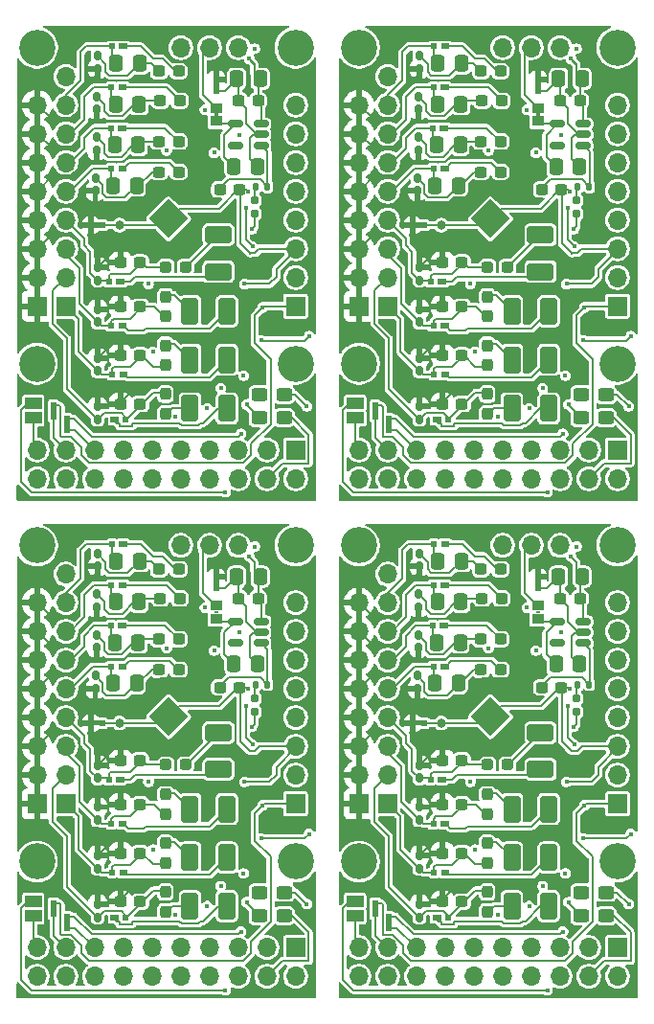
<source format=gbl>
G04 #@! TF.GenerationSoftware,KiCad,Pcbnew,9.0.4*
G04 #@! TF.CreationDate,2025-08-20T18:38:41-04:00*
G04 #@! TF.ProjectId,jlc_pcba,6a6c635f-7063-4626-912e-6b696361645f,rev?*
G04 #@! TF.SameCoordinates,Original*
G04 #@! TF.FileFunction,Copper,L4,Bot*
G04 #@! TF.FilePolarity,Positive*
%FSLAX46Y46*%
G04 Gerber Fmt 4.6, Leading zero omitted, Abs format (unit mm)*
G04 Created by KiCad (PCBNEW 9.0.4) date 2025-08-20 18:38:41*
%MOMM*%
%LPD*%
G01*
G04 APERTURE LIST*
G04 Aperture macros list*
%AMRoundRect*
0 Rectangle with rounded corners*
0 $1 Rounding radius*
0 $2 $3 $4 $5 $6 $7 $8 $9 X,Y pos of 4 corners*
0 Add a 4 corners polygon primitive as box body*
4,1,4,$2,$3,$4,$5,$6,$7,$8,$9,$2,$3,0*
0 Add four circle primitives for the rounded corners*
1,1,$1+$1,$2,$3*
1,1,$1+$1,$4,$5*
1,1,$1+$1,$6,$7*
1,1,$1+$1,$8,$9*
0 Add four rect primitives between the rounded corners*
20,1,$1+$1,$2,$3,$4,$5,0*
20,1,$1+$1,$4,$5,$6,$7,0*
20,1,$1+$1,$6,$7,$8,$9,0*
20,1,$1+$1,$8,$9,$2,$3,0*%
%AMRotRect*
0 Rectangle, with rotation*
0 The origin of the aperture is its center*
0 $1 length*
0 $2 width*
0 $3 Rotation angle, in degrees counterclockwise*
0 Add horizontal line*
21,1,$1,$2,0,0,$3*%
G04 Aperture macros list end*
G04 #@! TA.AperFunction,EtchedComponent*
%ADD10C,0.000000*%
G04 #@! TD*
G04 #@! TA.AperFunction,ComponentPad*
%ADD11C,0.500000*%
G04 #@! TD*
G04 #@! TA.AperFunction,SMDPad,CuDef*
%ADD12RotRect,2.450000X2.450000X135.000000*%
G04 #@! TD*
G04 #@! TA.AperFunction,ComponentPad*
%ADD13R,1.700000X1.700000*%
G04 #@! TD*
G04 #@! TA.AperFunction,ComponentPad*
%ADD14O,1.700000X1.700000*%
G04 #@! TD*
G04 #@! TA.AperFunction,ComponentPad*
%ADD15C,3.200000*%
G04 #@! TD*
G04 #@! TA.AperFunction,SMDPad,CuDef*
%ADD16R,0.500000X0.500000*%
G04 #@! TD*
G04 #@! TA.AperFunction,SMDPad,CuDef*
%ADD17R,0.550000X0.500000*%
G04 #@! TD*
G04 #@! TA.AperFunction,ComponentPad*
%ADD18R,0.500000X0.500000*%
G04 #@! TD*
G04 #@! TA.AperFunction,SMDPad,CuDef*
%ADD19RoundRect,0.237500X-0.300000X-0.237500X0.300000X-0.237500X0.300000X0.237500X-0.300000X0.237500X0*%
G04 #@! TD*
G04 #@! TA.AperFunction,SMDPad,CuDef*
%ADD20RoundRect,0.237500X0.300000X0.237500X-0.300000X0.237500X-0.300000X-0.237500X0.300000X-0.237500X0*%
G04 #@! TD*
G04 #@! TA.AperFunction,SMDPad,CuDef*
%ADD21RoundRect,0.250000X-0.337500X-0.475000X0.337500X-0.475000X0.337500X0.475000X-0.337500X0.475000X0*%
G04 #@! TD*
G04 #@! TA.AperFunction,SMDPad,CuDef*
%ADD22RoundRect,0.160000X-0.160000X0.222500X-0.160000X-0.222500X0.160000X-0.222500X0.160000X0.222500X0*%
G04 #@! TD*
G04 #@! TA.AperFunction,SMDPad,CuDef*
%ADD23RoundRect,0.160000X0.160000X-0.222500X0.160000X0.222500X-0.160000X0.222500X-0.160000X-0.222500X0*%
G04 #@! TD*
G04 #@! TA.AperFunction,SMDPad,CuDef*
%ADD24RoundRect,0.237500X0.237500X-0.287500X0.237500X0.287500X-0.237500X0.287500X-0.237500X-0.287500X0*%
G04 #@! TD*
G04 #@! TA.AperFunction,SMDPad,CuDef*
%ADD25RoundRect,0.250000X0.337500X0.475000X-0.337500X0.475000X-0.337500X-0.475000X0.337500X-0.475000X0*%
G04 #@! TD*
G04 #@! TA.AperFunction,SMDPad,CuDef*
%ADD26RoundRect,0.135000X0.135000X0.185000X-0.135000X0.185000X-0.135000X-0.185000X0.135000X-0.185000X0*%
G04 #@! TD*
G04 #@! TA.AperFunction,SMDPad,CuDef*
%ADD27RoundRect,0.250000X0.450000X-0.325000X0.450000X0.325000X-0.450000X0.325000X-0.450000X-0.325000X0*%
G04 #@! TD*
G04 #@! TA.AperFunction,SMDPad,CuDef*
%ADD28RoundRect,0.250001X0.499999X0.924999X-0.499999X0.924999X-0.499999X-0.924999X0.499999X-0.924999X0*%
G04 #@! TD*
G04 #@! TA.AperFunction,SMDPad,CuDef*
%ADD29R,1.500000X1.000000*%
G04 #@! TD*
G04 #@! TA.AperFunction,SMDPad,CuDef*
%ADD30RoundRect,0.160000X-0.160000X0.197500X-0.160000X-0.197500X0.160000X-0.197500X0.160000X0.197500X0*%
G04 #@! TD*
G04 #@! TA.AperFunction,SMDPad,CuDef*
%ADD31RoundRect,0.237500X-0.237500X0.287500X-0.237500X-0.287500X0.237500X-0.287500X0.237500X0.287500X0*%
G04 #@! TD*
G04 #@! TA.AperFunction,SMDPad,CuDef*
%ADD32RoundRect,0.250000X-0.450000X0.325000X-0.450000X-0.325000X0.450000X-0.325000X0.450000X0.325000X0*%
G04 #@! TD*
G04 #@! TA.AperFunction,SMDPad,CuDef*
%ADD33R,0.508000X0.500000*%
G04 #@! TD*
G04 #@! TA.AperFunction,SMDPad,CuDef*
%ADD34R,0.508000X0.508000*%
G04 #@! TD*
G04 #@! TA.AperFunction,SMDPad,CuDef*
%ADD35R,0.500000X0.508000*%
G04 #@! TD*
G04 #@! TA.AperFunction,SMDPad,CuDef*
%ADD36RoundRect,0.250001X0.924999X-0.499999X0.924999X0.499999X-0.924999X0.499999X-0.924999X-0.499999X0*%
G04 #@! TD*
G04 #@! TA.AperFunction,SMDPad,CuDef*
%ADD37RoundRect,0.237500X-0.287500X-0.237500X0.287500X-0.237500X0.287500X0.237500X-0.287500X0.237500X0*%
G04 #@! TD*
G04 #@! TA.AperFunction,SMDPad,CuDef*
%ADD38C,0.200000*%
G04 #@! TD*
G04 #@! TA.AperFunction,SMDPad,CuDef*
%ADD39R,1.000000X0.954000*%
G04 #@! TD*
G04 #@! TA.AperFunction,SMDPad,CuDef*
%ADD40RoundRect,0.150000X0.512500X0.150000X-0.512500X0.150000X-0.512500X-0.150000X0.512500X-0.150000X0*%
G04 #@! TD*
G04 #@! TA.AperFunction,ViaPad*
%ADD41C,0.450000*%
G04 #@! TD*
G04 #@! TA.AperFunction,ViaPad*
%ADD42C,0.800000*%
G04 #@! TD*
G04 #@! TA.AperFunction,Conductor*
%ADD43C,0.200000*%
G04 #@! TD*
G04 APERTURE END LIST*
G04 #@! TA.AperFunction,EtchedComponent*
G04 #@! TO.C,G119*
G36*
X25196000Y-55953500D02*
G01*
X25654000Y-55953500D01*
X25654000Y-56528500D01*
X25196000Y-56528500D01*
X25196000Y-55953500D01*
G37*
G04 #@! TD.AperFunction*
G04 #@! TA.AperFunction,EtchedComponent*
G04 #@! TO.C,GND108*
G36*
X43564000Y-68403500D02*
G01*
X42989000Y-68403500D01*
X42989000Y-68861500D01*
X43564000Y-68861500D01*
X43564000Y-68403500D01*
G37*
G04 #@! TD.AperFunction*
G04 #@! TA.AperFunction,EtchedComponent*
G04 #@! TO.C,SCL108*
G36*
X11254000Y-85311500D02*
G01*
X10796000Y-85311500D01*
X10796000Y-84736500D01*
X11254000Y-84736500D01*
X11254000Y-85311500D01*
G37*
G04 #@! TD.AperFunction*
G04 #@! TA.AperFunction,EtchedComponent*
G04 #@! TO.C,SDA108*
G36*
X12454000Y-42511500D02*
G01*
X11996000Y-42511500D01*
X11996000Y-41936500D01*
X12454000Y-41936500D01*
X12454000Y-42511500D01*
G37*
G04 #@! TD.AperFunction*
G04 #@! TA.AperFunction,EtchedComponent*
G04 #@! TO.C,GND108*
G36*
X15104000Y-24403500D02*
G01*
X14529000Y-24403500D01*
X14529000Y-24861500D01*
X15104000Y-24861500D01*
X15104000Y-24403500D01*
G37*
G04 #@! TD.AperFunction*
D10*
G04 #@! TA.AperFunction,EtchedComponent*
G04 #@! TO.C,NT108*
G36*
X57314810Y-54320888D02*
G01*
X57173388Y-54462310D01*
X56855190Y-54144112D01*
X56996612Y-54002690D01*
X57314810Y-54320888D01*
G37*
G04 #@! TD.AperFunction*
G04 #@! TA.AperFunction,EtchedComponent*
G04 #@! TO.C,3V108*
G36*
X54085000Y-14957500D02*
G01*
X53685000Y-14957500D01*
X53685000Y-14707500D01*
X54085000Y-14707500D01*
X54085000Y-14957500D01*
G37*
G04 #@! TD.AperFunction*
G04 #@! TA.AperFunction,EtchedComponent*
G04 #@! TO.C,SDA108*
G36*
X40914000Y-86511500D02*
G01*
X40456000Y-86511500D01*
X40456000Y-85936500D01*
X40914000Y-85936500D01*
X40914000Y-86511500D01*
G37*
G04 #@! TD.AperFunction*
G04 #@! TA.AperFunction,EtchedComponent*
G36*
X40914000Y-42511500D02*
G01*
X40456000Y-42511500D01*
X40456000Y-41936500D01*
X40914000Y-41936500D01*
X40914000Y-42511500D01*
G37*
G04 #@! TD.AperFunction*
G04 #@! TA.AperFunction,EtchedComponent*
G04 #@! TO.C,SCL108*
G36*
X39714000Y-85311500D02*
G01*
X39256000Y-85311500D01*
X39256000Y-84736500D01*
X39714000Y-84736500D01*
X39714000Y-85311500D01*
G37*
G04 #@! TD.AperFunction*
G04 #@! TA.AperFunction,EtchedComponent*
G04 #@! TO.C,G119*
G36*
X53656000Y-55953500D02*
G01*
X54114000Y-55953500D01*
X54114000Y-56528500D01*
X53656000Y-56528500D01*
X53656000Y-55953500D01*
G37*
G04 #@! TD.AperFunction*
G04 #@! TA.AperFunction,EtchedComponent*
G04 #@! TO.C,NT108*
G36*
X57314810Y-10320888D02*
G01*
X57173388Y-10462310D01*
X56855190Y-10144112D01*
X56996612Y-10002690D01*
X57314810Y-10320888D01*
G37*
G04 #@! TD.AperFunction*
G04 #@! TA.AperFunction,EtchedComponent*
G04 #@! TO.C,3V108*
G36*
X25625000Y-14957500D02*
G01*
X25225000Y-14957500D01*
X25225000Y-14707500D01*
X25625000Y-14707500D01*
X25625000Y-14957500D01*
G37*
G04 #@! TD.AperFunction*
G04 #@! TA.AperFunction,EtchedComponent*
G04 #@! TO.C,NT108*
G36*
X28854810Y-10320888D02*
G01*
X28713388Y-10462310D01*
X28395190Y-10144112D01*
X28536612Y-10002690D01*
X28854810Y-10320888D01*
G37*
G04 #@! TD.AperFunction*
G04 #@! TA.AperFunction,EtchedComponent*
G04 #@! TO.C,SDA108*
G36*
X12454000Y-86511500D02*
G01*
X11996000Y-86511500D01*
X11996000Y-85936500D01*
X12454000Y-85936500D01*
X12454000Y-86511500D01*
G37*
G04 #@! TD.AperFunction*
G04 #@! TA.AperFunction,EtchedComponent*
G04 #@! TO.C,SCL108*
G36*
X11254000Y-41311500D02*
G01*
X10796000Y-41311500D01*
X10796000Y-40736500D01*
X11254000Y-40736500D01*
X11254000Y-41311500D01*
G37*
G04 #@! TD.AperFunction*
G04 #@! TA.AperFunction,EtchedComponent*
G04 #@! TO.C,GND108*
G36*
X43564000Y-24403500D02*
G01*
X42989000Y-24403500D01*
X42989000Y-24861500D01*
X43564000Y-24861500D01*
X43564000Y-24403500D01*
G37*
G04 #@! TD.AperFunction*
G04 #@! TA.AperFunction,EtchedComponent*
G04 #@! TO.C,SCL108*
G36*
X39714000Y-41311500D02*
G01*
X39256000Y-41311500D01*
X39256000Y-40736500D01*
X39714000Y-40736500D01*
X39714000Y-41311500D01*
G37*
G04 #@! TD.AperFunction*
G04 #@! TA.AperFunction,EtchedComponent*
G04 #@! TO.C,G119*
G36*
X53656000Y-11953500D02*
G01*
X54114000Y-11953500D01*
X54114000Y-12528500D01*
X53656000Y-12528500D01*
X53656000Y-11953500D01*
G37*
G04 #@! TD.AperFunction*
G04 #@! TA.AperFunction,EtchedComponent*
G04 #@! TO.C,3V108*
G36*
X54085000Y-58957500D02*
G01*
X53685000Y-58957500D01*
X53685000Y-58707500D01*
X54085000Y-58707500D01*
X54085000Y-58957500D01*
G37*
G04 #@! TD.AperFunction*
G04 #@! TA.AperFunction,EtchedComponent*
G04 #@! TO.C,G119*
G36*
X25196000Y-11953500D02*
G01*
X25654000Y-11953500D01*
X25654000Y-12528500D01*
X25196000Y-12528500D01*
X25196000Y-11953500D01*
G37*
G04 #@! TD.AperFunction*
G04 #@! TA.AperFunction,EtchedComponent*
G04 #@! TO.C,3V108*
G36*
X25625000Y-58957500D02*
G01*
X25225000Y-58957500D01*
X25225000Y-58707500D01*
X25625000Y-58707500D01*
X25625000Y-58957500D01*
G37*
G04 #@! TD.AperFunction*
G04 #@! TA.AperFunction,EtchedComponent*
G04 #@! TO.C,GND108*
G36*
X15104000Y-68403500D02*
G01*
X14529000Y-68403500D01*
X14529000Y-68861500D01*
X15104000Y-68861500D01*
X15104000Y-68403500D01*
G37*
G04 #@! TD.AperFunction*
G04 #@! TA.AperFunction,EtchedComponent*
G04 #@! TO.C,NT108*
G36*
X28854810Y-54320888D02*
G01*
X28713388Y-54462310D01*
X28395190Y-54144112D01*
X28536612Y-54002690D01*
X28854810Y-54320888D01*
G37*
G04 #@! TD.AperFunction*
G04 #@! TD*
D11*
G04 #@! TO.P,G115,1,1*
G04 #@! TO.N,Board_0-Earth*
X29625000Y-28832500D03*
G04 #@! TD*
G04 #@! TO.P,TAC5212,25,VSS*
G04 #@! TO.N,Board_3-GNDD*
X50165489Y-68558442D03*
X49175539Y-68558442D03*
X49670514Y-68063467D03*
D12*
X49670514Y-68063467D03*
D11*
X50165489Y-67568492D03*
X49175539Y-67568492D03*
G04 #@! TD*
G04 #@! TO.P,G108,1,1*
G04 #@! TO.N,Board_1-Earth*
X52785000Y-18032500D03*
G04 #@! TD*
G04 #@! TO.P,G111,1,1*
G04 #@! TO.N,Board_3-Earth*
X56485000Y-85832500D03*
G04 #@! TD*
G04 #@! TO.P,G111,1,1*
G04 #@! TO.N,Board_2-Earth*
X28025000Y-85832500D03*
G04 #@! TD*
D13*
G04 #@! TO.P,board_outline108,1,HELD_HIGH*
G04 #@! TO.N,Board_0-EN_HELD_HIGH*
X32425000Y-44495000D03*
D14*
G04 #@! TO.P,board_outline108,2,HELD_LOW*
G04 #@! TO.N,Board_0-unconnected-(board_outline108-HELD_LOW-Pad2)*
X32425000Y-47035000D03*
G04 #@! TO.P,board_outline108,3,5V*
G04 #@! TO.N,Board_0-Net-(5V108-Pad2)*
X29885000Y-44495000D03*
G04 #@! TO.P,board_outline108,4,GNDD*
G04 #@! TO.N,Board_0-3.3v_IDE*
X29885000Y-47035000D03*
G04 #@! TO.P,board_outline108,5,12V*
G04 #@! TO.N,Board_0-unconnected-(board_outline108-12V-Pad5)*
X27345000Y-44495000D03*
G04 #@! TO.P,board_outline108,6,GNDD*
G04 #@! TO.N,Board_0-GNDD*
X27345000Y-47035000D03*
G04 #@! TO.P,board_outline108,7,DSP_DOUT*
G04 #@! TO.N,Board_0-5212_DIN1*
X24805000Y-44495000D03*
G04 #@! TO.P,board_outline108,8,GNDD*
G04 #@! TO.N,Board_0-GNDD*
X24805000Y-47035000D03*
G04 #@! TO.P,board_outline108,9,DSP_DIN*
G04 #@! TO.N,Board_0-5212_DOUT1+*
X22265000Y-44495000D03*
G04 #@! TO.P,board_outline108,10,GNDD*
G04 #@! TO.N,Board_0-GNDD*
X22265000Y-47035000D03*
G04 #@! TO.P,board_outline108,11,BCLK*
G04 #@! TO.N,Board_0-5212_BCLK1*
X19725000Y-44495000D03*
G04 #@! TO.P,board_outline108,12,GNDD*
G04 #@! TO.N,Board_0-GNDD*
X19725000Y-47035000D03*
G04 #@! TO.P,board_outline108,13,LRCK*
G04 #@! TO.N,Board_0-5212_LRCK1*
X17185000Y-44495000D03*
G04 #@! TO.P,board_outline108,14,GNDD*
G04 #@! TO.N,Board_0-GNDD*
X17185000Y-47035000D03*
G04 #@! TO.P,board_outline108,15,SDA*
G04 #@! TO.N,Board_0-DSP_SDA*
X14645000Y-44495000D03*
G04 #@! TO.P,board_outline108,16,GNDD*
G04 #@! TO.N,Board_0-GNDD*
X14645000Y-47035000D03*
G04 #@! TO.P,board_outline108,17,SCL*
G04 #@! TO.N,Board_0-DSP_SCL*
X12105000Y-44495000D03*
G04 #@! TO.P,board_outline108,18,GNDD*
G04 #@! TO.N,Board_0-GNDD*
X12105000Y-47035000D03*
G04 #@! TO.P,board_outline108,19,MCLK*
G04 #@! TO.N,Board_0-5212_MCLK1*
X9565000Y-44495000D03*
G04 #@! TO.P,board_outline108,20,GNDD*
G04 #@! TO.N,Board_0-GNDD*
X9565000Y-47035000D03*
D13*
G04 #@! TO.P,board_outline108,21,OUTP*
G04 #@! TO.N,Board_0-OUT1P+*
X12110000Y-31785000D03*
G04 #@! TO.P,board_outline108,22,AGND*
G04 #@! TO.N,Board_0-Earth*
X9570000Y-31785000D03*
D14*
G04 #@! TO.P,board_outline108,23,OUT1M*
G04 #@! TO.N,Board_0-OUT1M+*
X12110000Y-29245000D03*
G04 #@! TO.P,board_outline108,24,AGND*
G04 #@! TO.N,Board_0-Earth*
X9570000Y-29245000D03*
G04 #@! TO.P,board_outline108,25,OUT2P*
G04 #@! TO.N,Board_0-OUT2P+*
X12110000Y-26705000D03*
G04 #@! TO.P,board_outline108,26,AGND*
G04 #@! TO.N,Board_0-Earth*
X9570000Y-26705000D03*
G04 #@! TO.P,board_outline108,27,OUT2M*
G04 #@! TO.N,Board_0-OUT2M+*
X12110000Y-24165000D03*
G04 #@! TO.P,board_outline108,28,AGND*
G04 #@! TO.N,Board_0-Earth*
X9570000Y-24165000D03*
G04 #@! TO.P,board_outline108,29,IN1P*
G04 #@! TO.N,Board_0-IN1P+*
X12110000Y-21625000D03*
G04 #@! TO.P,board_outline108,30,AGND*
G04 #@! TO.N,Board_0-Earth*
X9570000Y-21625000D03*
G04 #@! TO.P,board_outline108,31,IN1M*
G04 #@! TO.N,Board_0-IN1M+*
X12110000Y-19085000D03*
G04 #@! TO.P,board_outline108,32,AGND*
G04 #@! TO.N,Board_0-Earth*
X9570000Y-19085000D03*
G04 #@! TO.P,board_outline108,33,IN2P*
G04 #@! TO.N,Board_0-IN2P+*
X12110000Y-16545000D03*
G04 #@! TO.P,board_outline108,34,AGND*
G04 #@! TO.N,Board_0-Earth*
X9570000Y-16545000D03*
G04 #@! TO.P,board_outline108,35,IN2M*
G04 #@! TO.N,Board_0-IN2M+*
X12110000Y-14005000D03*
G04 #@! TO.P,board_outline108,36,AGND*
G04 #@! TO.N,Board_0-Earth*
X9570000Y-14005000D03*
D13*
G04 #@! TO.P,board_outline108,37,SCL*
G04 #@! TO.N,Board_0-5212_SCL*
X32430000Y-31785000D03*
D14*
G04 #@! TO.P,board_outline108,38,SDA*
G04 #@! TO.N,Board_0-5212_SDA*
X32430000Y-29245000D03*
G04 #@! TO.P,board_outline108,39,GNDD*
G04 #@! TO.N,Board_0-GNDD*
X32430000Y-26705000D03*
G04 #@! TO.P,board_outline108,40,GPIO1*
G04 #@! TO.N,Board_0-GPIO1*
X32430000Y-24165000D03*
G04 #@! TO.P,board_outline108,41,GPIO2*
G04 #@! TO.N,Board_0-GPIO2*
X32430000Y-21625000D03*
G04 #@! TO.P,board_outline108,42,GPO1*
G04 #@! TO.N,Board_0-GPO1*
X32430000Y-19085000D03*
G04 #@! TO.P,board_outline108,43,GPI1*
G04 #@! TO.N,Board_0-GPI1*
X32430000Y-16545000D03*
G04 #@! TO.P,board_outline108,44,GNDD*
G04 #@! TO.N,Board_0-GNDD*
X32430000Y-14005000D03*
G04 #@! TO.P,board_outline108,45,5V*
G04 #@! TO.N,Board_0-5V*
X27350000Y-8940000D03*
G04 #@! TO.P,board_outline108,46,3.3V*
G04 #@! TO.N,Board_0-3.3V_LDO*
X24810000Y-8940000D03*
G04 #@! TO.P,board_outline108,47,GNDD*
G04 #@! TO.N,Board_0-GNDD*
X22270000Y-8940000D03*
G04 #@! TO.P,board_outline108,48,MIC_BIAS*
G04 #@! TO.N,Board_0-MICBIAS*
X12110000Y-11480000D03*
D15*
G04 #@! TO.P,board_outline108,49,AGND*
G04 #@! TO.N,Board_0-Net-(E108-Pad2)*
X9570000Y-36880000D03*
G04 #@! TO.P,board_outline108,50,AGND*
G04 #@! TO.N,Board_0-Net-(E109-Pad2)*
X9570000Y-8940000D03*
G04 #@! TO.P,board_outline108,51,DGND*
G04 #@! TO.N,Board_0-Net-(G117-Pad1)*
X32430000Y-36880000D03*
G04 #@! TO.P,board_outline108,52,DGND*
G04 #@! TO.N,Board_0-Net-(G118-Pad1)*
X32430000Y-8940000D03*
G04 #@! TD*
D11*
G04 #@! TO.P,G108,1,1*
G04 #@! TO.N,Board_0-Earth*
X24325000Y-18032500D03*
G04 #@! TD*
G04 #@! TO.P,G116,1,1*
G04 #@! TO.N,Board_2-Earth*
X20025000Y-51932500D03*
G04 #@! TD*
G04 #@! TO.P,G111,1,1*
G04 #@! TO.N,Board_0-Earth*
X28025000Y-41832500D03*
G04 #@! TD*
G04 #@! TO.P,G115,1,1*
G04 #@! TO.N,Board_2-Earth*
X29625000Y-72832500D03*
G04 #@! TD*
G04 #@! TO.P,G110,1,1*
G04 #@! TO.N,Board_0-Earth*
X23825000Y-16732500D03*
G04 #@! TD*
G04 #@! TO.P,G116,1,1*
G04 #@! TO.N,Board_3-Earth*
X48485000Y-51932500D03*
G04 #@! TD*
G04 #@! TO.P,TAC5212,25,VSS*
G04 #@! TO.N,Board_1-GNDD*
X50165489Y-24558442D03*
X49175539Y-24558442D03*
X49670514Y-24063467D03*
D12*
X49670514Y-24063467D03*
D11*
X50165489Y-23568492D03*
X49175539Y-23568492D03*
G04 #@! TD*
G04 #@! TO.P,G115,1,1*
G04 #@! TO.N,Board_1-Earth*
X58085000Y-28832500D03*
G04 #@! TD*
G04 #@! TO.P,G109,1,1*
G04 #@! TO.N,Board_1-Earth*
X55485000Y-34632500D03*
G04 #@! TD*
G04 #@! TO.P,G112,1,1*
G04 #@! TO.N,Board_2-Earth*
X23825000Y-59432500D03*
G04 #@! TD*
G04 #@! TO.P,G112,1,1*
G04 #@! TO.N,Board_1-Earth*
X52285000Y-15432500D03*
G04 #@! TD*
G04 #@! TO.P,TAC5212,25,VSS*
G04 #@! TO.N,Board_0-GNDD*
X21705489Y-24558442D03*
X20715539Y-24558442D03*
X21210514Y-24063467D03*
D12*
X21210514Y-24063467D03*
D11*
X21705489Y-23568492D03*
X20715539Y-23568492D03*
G04 #@! TD*
G04 #@! TO.P,G110,1,1*
G04 #@! TO.N,Board_2-Earth*
X23825000Y-60732500D03*
G04 #@! TD*
G04 #@! TO.P,G108,1,1*
G04 #@! TO.N,Board_3-Earth*
X52785000Y-62032500D03*
G04 #@! TD*
G04 #@! TO.P,G113,1,1*
G04 #@! TO.N,Board_2-Earth*
X28225000Y-75632500D03*
G04 #@! TD*
G04 #@! TO.P,G114,1,1*
G04 #@! TO.N,Board_0-Earth*
X25425000Y-10832500D03*
G04 #@! TD*
D13*
G04 #@! TO.P,board_outline108,1,HELD_HIGH*
G04 #@! TO.N,Board_3-EN_HELD_HIGH*
X60885000Y-88495000D03*
D14*
G04 #@! TO.P,board_outline108,2,HELD_LOW*
G04 #@! TO.N,Board_3-unconnected-(board_outline108-HELD_LOW-Pad2)*
X60885000Y-91035000D03*
G04 #@! TO.P,board_outline108,3,5V*
G04 #@! TO.N,Board_3-Net-(5V108-Pad2)*
X58345000Y-88495000D03*
G04 #@! TO.P,board_outline108,4,GNDD*
G04 #@! TO.N,Board_3-3.3v_IDE*
X58345000Y-91035000D03*
G04 #@! TO.P,board_outline108,5,12V*
G04 #@! TO.N,Board_3-unconnected-(board_outline108-12V-Pad5)*
X55805000Y-88495000D03*
G04 #@! TO.P,board_outline108,6,GNDD*
G04 #@! TO.N,Board_3-GNDD*
X55805000Y-91035000D03*
G04 #@! TO.P,board_outline108,7,DSP_DOUT*
G04 #@! TO.N,Board_3-5212_DIN1*
X53265000Y-88495000D03*
G04 #@! TO.P,board_outline108,8,GNDD*
G04 #@! TO.N,Board_3-GNDD*
X53265000Y-91035000D03*
G04 #@! TO.P,board_outline108,9,DSP_DIN*
G04 #@! TO.N,Board_3-5212_DOUT1+*
X50725000Y-88495000D03*
G04 #@! TO.P,board_outline108,10,GNDD*
G04 #@! TO.N,Board_3-GNDD*
X50725000Y-91035000D03*
G04 #@! TO.P,board_outline108,11,BCLK*
G04 #@! TO.N,Board_3-5212_BCLK1*
X48185000Y-88495000D03*
G04 #@! TO.P,board_outline108,12,GNDD*
G04 #@! TO.N,Board_3-GNDD*
X48185000Y-91035000D03*
G04 #@! TO.P,board_outline108,13,LRCK*
G04 #@! TO.N,Board_3-5212_LRCK1*
X45645000Y-88495000D03*
G04 #@! TO.P,board_outline108,14,GNDD*
G04 #@! TO.N,Board_3-GNDD*
X45645000Y-91035000D03*
G04 #@! TO.P,board_outline108,15,SDA*
G04 #@! TO.N,Board_3-DSP_SDA*
X43105000Y-88495000D03*
G04 #@! TO.P,board_outline108,16,GNDD*
G04 #@! TO.N,Board_3-GNDD*
X43105000Y-91035000D03*
G04 #@! TO.P,board_outline108,17,SCL*
G04 #@! TO.N,Board_3-DSP_SCL*
X40565000Y-88495000D03*
G04 #@! TO.P,board_outline108,18,GNDD*
G04 #@! TO.N,Board_3-GNDD*
X40565000Y-91035000D03*
G04 #@! TO.P,board_outline108,19,MCLK*
G04 #@! TO.N,Board_3-5212_MCLK1*
X38025000Y-88495000D03*
G04 #@! TO.P,board_outline108,20,GNDD*
G04 #@! TO.N,Board_3-GNDD*
X38025000Y-91035000D03*
D13*
G04 #@! TO.P,board_outline108,21,OUTP*
G04 #@! TO.N,Board_3-OUT1P+*
X40570000Y-75785000D03*
G04 #@! TO.P,board_outline108,22,AGND*
G04 #@! TO.N,Board_3-Earth*
X38030000Y-75785000D03*
D14*
G04 #@! TO.P,board_outline108,23,OUT1M*
G04 #@! TO.N,Board_3-OUT1M+*
X40570000Y-73245000D03*
G04 #@! TO.P,board_outline108,24,AGND*
G04 #@! TO.N,Board_3-Earth*
X38030000Y-73245000D03*
G04 #@! TO.P,board_outline108,25,OUT2P*
G04 #@! TO.N,Board_3-OUT2P+*
X40570000Y-70705000D03*
G04 #@! TO.P,board_outline108,26,AGND*
G04 #@! TO.N,Board_3-Earth*
X38030000Y-70705000D03*
G04 #@! TO.P,board_outline108,27,OUT2M*
G04 #@! TO.N,Board_3-OUT2M+*
X40570000Y-68165000D03*
G04 #@! TO.P,board_outline108,28,AGND*
G04 #@! TO.N,Board_3-Earth*
X38030000Y-68165000D03*
G04 #@! TO.P,board_outline108,29,IN1P*
G04 #@! TO.N,Board_3-IN1P+*
X40570000Y-65625000D03*
G04 #@! TO.P,board_outline108,30,AGND*
G04 #@! TO.N,Board_3-Earth*
X38030000Y-65625000D03*
G04 #@! TO.P,board_outline108,31,IN1M*
G04 #@! TO.N,Board_3-IN1M+*
X40570000Y-63085000D03*
G04 #@! TO.P,board_outline108,32,AGND*
G04 #@! TO.N,Board_3-Earth*
X38030000Y-63085000D03*
G04 #@! TO.P,board_outline108,33,IN2P*
G04 #@! TO.N,Board_3-IN2P+*
X40570000Y-60545000D03*
G04 #@! TO.P,board_outline108,34,AGND*
G04 #@! TO.N,Board_3-Earth*
X38030000Y-60545000D03*
G04 #@! TO.P,board_outline108,35,IN2M*
G04 #@! TO.N,Board_3-IN2M+*
X40570000Y-58005000D03*
G04 #@! TO.P,board_outline108,36,AGND*
G04 #@! TO.N,Board_3-Earth*
X38030000Y-58005000D03*
D13*
G04 #@! TO.P,board_outline108,37,SCL*
G04 #@! TO.N,Board_3-5212_SCL*
X60890000Y-75785000D03*
D14*
G04 #@! TO.P,board_outline108,38,SDA*
G04 #@! TO.N,Board_3-5212_SDA*
X60890000Y-73245000D03*
G04 #@! TO.P,board_outline108,39,GNDD*
G04 #@! TO.N,Board_3-GNDD*
X60890000Y-70705000D03*
G04 #@! TO.P,board_outline108,40,GPIO1*
G04 #@! TO.N,Board_3-GPIO1*
X60890000Y-68165000D03*
G04 #@! TO.P,board_outline108,41,GPIO2*
G04 #@! TO.N,Board_3-GPIO2*
X60890000Y-65625000D03*
G04 #@! TO.P,board_outline108,42,GPO1*
G04 #@! TO.N,Board_3-GPO1*
X60890000Y-63085000D03*
G04 #@! TO.P,board_outline108,43,GPI1*
G04 #@! TO.N,Board_3-GPI1*
X60890000Y-60545000D03*
G04 #@! TO.P,board_outline108,44,GNDD*
G04 #@! TO.N,Board_3-GNDD*
X60890000Y-58005000D03*
G04 #@! TO.P,board_outline108,45,5V*
G04 #@! TO.N,Board_3-5V*
X55810000Y-52940000D03*
G04 #@! TO.P,board_outline108,46,3.3V*
G04 #@! TO.N,Board_3-3.3V_LDO*
X53270000Y-52940000D03*
G04 #@! TO.P,board_outline108,47,GNDD*
G04 #@! TO.N,Board_3-GNDD*
X50730000Y-52940000D03*
G04 #@! TO.P,board_outline108,48,MIC_BIAS*
G04 #@! TO.N,Board_3-MICBIAS*
X40570000Y-55480000D03*
D15*
G04 #@! TO.P,board_outline108,49,AGND*
G04 #@! TO.N,Board_3-Net-(E108-Pad2)*
X38030000Y-80880000D03*
G04 #@! TO.P,board_outline108,50,AGND*
G04 #@! TO.N,Board_3-Net-(E109-Pad2)*
X38030000Y-52940000D03*
G04 #@! TO.P,board_outline108,51,DGND*
G04 #@! TO.N,Board_3-Net-(G117-Pad1)*
X60890000Y-80880000D03*
G04 #@! TO.P,board_outline108,52,DGND*
G04 #@! TO.N,Board_3-Net-(G118-Pad1)*
X60890000Y-52940000D03*
G04 #@! TD*
D11*
G04 #@! TO.P,G116,1,1*
G04 #@! TO.N,Board_1-Earth*
X48485000Y-7932500D03*
G04 #@! TD*
G04 #@! TO.P,G116,1,1*
G04 #@! TO.N,Board_0-Earth*
X20025000Y-7932500D03*
G04 #@! TD*
G04 #@! TO.P,G108,1,1*
G04 #@! TO.N,Board_2-Earth*
X24325000Y-62032500D03*
G04 #@! TD*
G04 #@! TO.P,G110,1,1*
G04 #@! TO.N,Board_3-Earth*
X52285000Y-60732500D03*
G04 #@! TD*
G04 #@! TO.P,G114,1,1*
G04 #@! TO.N,Board_3-Earth*
X53885000Y-54832500D03*
G04 #@! TD*
G04 #@! TO.P,G115,1,1*
G04 #@! TO.N,Board_3-Earth*
X58085000Y-72832500D03*
G04 #@! TD*
D13*
G04 #@! TO.P,board_outline108,1,HELD_HIGH*
G04 #@! TO.N,Board_1-EN_HELD_HIGH*
X60885000Y-44495000D03*
D14*
G04 #@! TO.P,board_outline108,2,HELD_LOW*
G04 #@! TO.N,Board_1-unconnected-(board_outline108-HELD_LOW-Pad2)*
X60885000Y-47035000D03*
G04 #@! TO.P,board_outline108,3,5V*
G04 #@! TO.N,Board_1-Net-(5V108-Pad2)*
X58345000Y-44495000D03*
G04 #@! TO.P,board_outline108,4,GNDD*
G04 #@! TO.N,Board_1-3.3v_IDE*
X58345000Y-47035000D03*
G04 #@! TO.P,board_outline108,5,12V*
G04 #@! TO.N,Board_1-unconnected-(board_outline108-12V-Pad5)*
X55805000Y-44495000D03*
G04 #@! TO.P,board_outline108,6,GNDD*
G04 #@! TO.N,Board_1-GNDD*
X55805000Y-47035000D03*
G04 #@! TO.P,board_outline108,7,DSP_DOUT*
G04 #@! TO.N,Board_1-5212_DIN1*
X53265000Y-44495000D03*
G04 #@! TO.P,board_outline108,8,GNDD*
G04 #@! TO.N,Board_1-GNDD*
X53265000Y-47035000D03*
G04 #@! TO.P,board_outline108,9,DSP_DIN*
G04 #@! TO.N,Board_1-5212_DOUT1+*
X50725000Y-44495000D03*
G04 #@! TO.P,board_outline108,10,GNDD*
G04 #@! TO.N,Board_1-GNDD*
X50725000Y-47035000D03*
G04 #@! TO.P,board_outline108,11,BCLK*
G04 #@! TO.N,Board_1-5212_BCLK1*
X48185000Y-44495000D03*
G04 #@! TO.P,board_outline108,12,GNDD*
G04 #@! TO.N,Board_1-GNDD*
X48185000Y-47035000D03*
G04 #@! TO.P,board_outline108,13,LRCK*
G04 #@! TO.N,Board_1-5212_LRCK1*
X45645000Y-44495000D03*
G04 #@! TO.P,board_outline108,14,GNDD*
G04 #@! TO.N,Board_1-GNDD*
X45645000Y-47035000D03*
G04 #@! TO.P,board_outline108,15,SDA*
G04 #@! TO.N,Board_1-DSP_SDA*
X43105000Y-44495000D03*
G04 #@! TO.P,board_outline108,16,GNDD*
G04 #@! TO.N,Board_1-GNDD*
X43105000Y-47035000D03*
G04 #@! TO.P,board_outline108,17,SCL*
G04 #@! TO.N,Board_1-DSP_SCL*
X40565000Y-44495000D03*
G04 #@! TO.P,board_outline108,18,GNDD*
G04 #@! TO.N,Board_1-GNDD*
X40565000Y-47035000D03*
G04 #@! TO.P,board_outline108,19,MCLK*
G04 #@! TO.N,Board_1-5212_MCLK1*
X38025000Y-44495000D03*
G04 #@! TO.P,board_outline108,20,GNDD*
G04 #@! TO.N,Board_1-GNDD*
X38025000Y-47035000D03*
D13*
G04 #@! TO.P,board_outline108,21,OUTP*
G04 #@! TO.N,Board_1-OUT1P+*
X40570000Y-31785000D03*
G04 #@! TO.P,board_outline108,22,AGND*
G04 #@! TO.N,Board_1-Earth*
X38030000Y-31785000D03*
D14*
G04 #@! TO.P,board_outline108,23,OUT1M*
G04 #@! TO.N,Board_1-OUT1M+*
X40570000Y-29245000D03*
G04 #@! TO.P,board_outline108,24,AGND*
G04 #@! TO.N,Board_1-Earth*
X38030000Y-29245000D03*
G04 #@! TO.P,board_outline108,25,OUT2P*
G04 #@! TO.N,Board_1-OUT2P+*
X40570000Y-26705000D03*
G04 #@! TO.P,board_outline108,26,AGND*
G04 #@! TO.N,Board_1-Earth*
X38030000Y-26705000D03*
G04 #@! TO.P,board_outline108,27,OUT2M*
G04 #@! TO.N,Board_1-OUT2M+*
X40570000Y-24165000D03*
G04 #@! TO.P,board_outline108,28,AGND*
G04 #@! TO.N,Board_1-Earth*
X38030000Y-24165000D03*
G04 #@! TO.P,board_outline108,29,IN1P*
G04 #@! TO.N,Board_1-IN1P+*
X40570000Y-21625000D03*
G04 #@! TO.P,board_outline108,30,AGND*
G04 #@! TO.N,Board_1-Earth*
X38030000Y-21625000D03*
G04 #@! TO.P,board_outline108,31,IN1M*
G04 #@! TO.N,Board_1-IN1M+*
X40570000Y-19085000D03*
G04 #@! TO.P,board_outline108,32,AGND*
G04 #@! TO.N,Board_1-Earth*
X38030000Y-19085000D03*
G04 #@! TO.P,board_outline108,33,IN2P*
G04 #@! TO.N,Board_1-IN2P+*
X40570000Y-16545000D03*
G04 #@! TO.P,board_outline108,34,AGND*
G04 #@! TO.N,Board_1-Earth*
X38030000Y-16545000D03*
G04 #@! TO.P,board_outline108,35,IN2M*
G04 #@! TO.N,Board_1-IN2M+*
X40570000Y-14005000D03*
G04 #@! TO.P,board_outline108,36,AGND*
G04 #@! TO.N,Board_1-Earth*
X38030000Y-14005000D03*
D13*
G04 #@! TO.P,board_outline108,37,SCL*
G04 #@! TO.N,Board_1-5212_SCL*
X60890000Y-31785000D03*
D14*
G04 #@! TO.P,board_outline108,38,SDA*
G04 #@! TO.N,Board_1-5212_SDA*
X60890000Y-29245000D03*
G04 #@! TO.P,board_outline108,39,GNDD*
G04 #@! TO.N,Board_1-GNDD*
X60890000Y-26705000D03*
G04 #@! TO.P,board_outline108,40,GPIO1*
G04 #@! TO.N,Board_1-GPIO1*
X60890000Y-24165000D03*
G04 #@! TO.P,board_outline108,41,GPIO2*
G04 #@! TO.N,Board_1-GPIO2*
X60890000Y-21625000D03*
G04 #@! TO.P,board_outline108,42,GPO1*
G04 #@! TO.N,Board_1-GPO1*
X60890000Y-19085000D03*
G04 #@! TO.P,board_outline108,43,GPI1*
G04 #@! TO.N,Board_1-GPI1*
X60890000Y-16545000D03*
G04 #@! TO.P,board_outline108,44,GNDD*
G04 #@! TO.N,Board_1-GNDD*
X60890000Y-14005000D03*
G04 #@! TO.P,board_outline108,45,5V*
G04 #@! TO.N,Board_1-5V*
X55810000Y-8940000D03*
G04 #@! TO.P,board_outline108,46,3.3V*
G04 #@! TO.N,Board_1-3.3V_LDO*
X53270000Y-8940000D03*
G04 #@! TO.P,board_outline108,47,GNDD*
G04 #@! TO.N,Board_1-GNDD*
X50730000Y-8940000D03*
G04 #@! TO.P,board_outline108,48,MIC_BIAS*
G04 #@! TO.N,Board_1-MICBIAS*
X40570000Y-11480000D03*
D15*
G04 #@! TO.P,board_outline108,49,AGND*
G04 #@! TO.N,Board_1-Net-(E108-Pad2)*
X38030000Y-36880000D03*
G04 #@! TO.P,board_outline108,50,AGND*
G04 #@! TO.N,Board_1-Net-(E109-Pad2)*
X38030000Y-8940000D03*
G04 #@! TO.P,board_outline108,51,DGND*
G04 #@! TO.N,Board_1-Net-(G117-Pad1)*
X60890000Y-36880000D03*
G04 #@! TO.P,board_outline108,52,DGND*
G04 #@! TO.N,Board_1-Net-(G118-Pad1)*
X60890000Y-8940000D03*
G04 #@! TD*
D11*
G04 #@! TO.P,G113,1,1*
G04 #@! TO.N,Board_3-Earth*
X56685000Y-75632500D03*
G04 #@! TD*
G04 #@! TO.P,G111,1,1*
G04 #@! TO.N,Board_1-Earth*
X56485000Y-41832500D03*
G04 #@! TD*
G04 #@! TO.P,G114,1,1*
G04 #@! TO.N,Board_2-Earth*
X25425000Y-54832500D03*
G04 #@! TD*
G04 #@! TO.P,G113,1,1*
G04 #@! TO.N,Board_1-Earth*
X56685000Y-31632500D03*
G04 #@! TD*
G04 #@! TO.P,G113,1,1*
G04 #@! TO.N,Board_0-Earth*
X28225000Y-31632500D03*
G04 #@! TD*
G04 #@! TO.P,TAC5212,25,VSS*
G04 #@! TO.N,Board_2-GNDD*
X21705489Y-68558442D03*
X20715539Y-68558442D03*
X21210514Y-68063467D03*
D12*
X21210514Y-68063467D03*
D11*
X21705489Y-67568492D03*
X20715539Y-67568492D03*
G04 #@! TD*
G04 #@! TO.P,G109,1,1*
G04 #@! TO.N,Board_3-Earth*
X55485000Y-78632500D03*
G04 #@! TD*
D13*
G04 #@! TO.P,board_outline108,1,HELD_HIGH*
G04 #@! TO.N,Board_2-EN_HELD_HIGH*
X32425000Y-88495000D03*
D14*
G04 #@! TO.P,board_outline108,2,HELD_LOW*
G04 #@! TO.N,Board_2-unconnected-(board_outline108-HELD_LOW-Pad2)*
X32425000Y-91035000D03*
G04 #@! TO.P,board_outline108,3,5V*
G04 #@! TO.N,Board_2-Net-(5V108-Pad2)*
X29885000Y-88495000D03*
G04 #@! TO.P,board_outline108,4,GNDD*
G04 #@! TO.N,Board_2-3.3v_IDE*
X29885000Y-91035000D03*
G04 #@! TO.P,board_outline108,5,12V*
G04 #@! TO.N,Board_2-unconnected-(board_outline108-12V-Pad5)*
X27345000Y-88495000D03*
G04 #@! TO.P,board_outline108,6,GNDD*
G04 #@! TO.N,Board_2-GNDD*
X27345000Y-91035000D03*
G04 #@! TO.P,board_outline108,7,DSP_DOUT*
G04 #@! TO.N,Board_2-5212_DIN1*
X24805000Y-88495000D03*
G04 #@! TO.P,board_outline108,8,GNDD*
G04 #@! TO.N,Board_2-GNDD*
X24805000Y-91035000D03*
G04 #@! TO.P,board_outline108,9,DSP_DIN*
G04 #@! TO.N,Board_2-5212_DOUT1+*
X22265000Y-88495000D03*
G04 #@! TO.P,board_outline108,10,GNDD*
G04 #@! TO.N,Board_2-GNDD*
X22265000Y-91035000D03*
G04 #@! TO.P,board_outline108,11,BCLK*
G04 #@! TO.N,Board_2-5212_BCLK1*
X19725000Y-88495000D03*
G04 #@! TO.P,board_outline108,12,GNDD*
G04 #@! TO.N,Board_2-GNDD*
X19725000Y-91035000D03*
G04 #@! TO.P,board_outline108,13,LRCK*
G04 #@! TO.N,Board_2-5212_LRCK1*
X17185000Y-88495000D03*
G04 #@! TO.P,board_outline108,14,GNDD*
G04 #@! TO.N,Board_2-GNDD*
X17185000Y-91035000D03*
G04 #@! TO.P,board_outline108,15,SDA*
G04 #@! TO.N,Board_2-DSP_SDA*
X14645000Y-88495000D03*
G04 #@! TO.P,board_outline108,16,GNDD*
G04 #@! TO.N,Board_2-GNDD*
X14645000Y-91035000D03*
G04 #@! TO.P,board_outline108,17,SCL*
G04 #@! TO.N,Board_2-DSP_SCL*
X12105000Y-88495000D03*
G04 #@! TO.P,board_outline108,18,GNDD*
G04 #@! TO.N,Board_2-GNDD*
X12105000Y-91035000D03*
G04 #@! TO.P,board_outline108,19,MCLK*
G04 #@! TO.N,Board_2-5212_MCLK1*
X9565000Y-88495000D03*
G04 #@! TO.P,board_outline108,20,GNDD*
G04 #@! TO.N,Board_2-GNDD*
X9565000Y-91035000D03*
D13*
G04 #@! TO.P,board_outline108,21,OUTP*
G04 #@! TO.N,Board_2-OUT1P+*
X12110000Y-75785000D03*
G04 #@! TO.P,board_outline108,22,AGND*
G04 #@! TO.N,Board_2-Earth*
X9570000Y-75785000D03*
D14*
G04 #@! TO.P,board_outline108,23,OUT1M*
G04 #@! TO.N,Board_2-OUT1M+*
X12110000Y-73245000D03*
G04 #@! TO.P,board_outline108,24,AGND*
G04 #@! TO.N,Board_2-Earth*
X9570000Y-73245000D03*
G04 #@! TO.P,board_outline108,25,OUT2P*
G04 #@! TO.N,Board_2-OUT2P+*
X12110000Y-70705000D03*
G04 #@! TO.P,board_outline108,26,AGND*
G04 #@! TO.N,Board_2-Earth*
X9570000Y-70705000D03*
G04 #@! TO.P,board_outline108,27,OUT2M*
G04 #@! TO.N,Board_2-OUT2M+*
X12110000Y-68165000D03*
G04 #@! TO.P,board_outline108,28,AGND*
G04 #@! TO.N,Board_2-Earth*
X9570000Y-68165000D03*
G04 #@! TO.P,board_outline108,29,IN1P*
G04 #@! TO.N,Board_2-IN1P+*
X12110000Y-65625000D03*
G04 #@! TO.P,board_outline108,30,AGND*
G04 #@! TO.N,Board_2-Earth*
X9570000Y-65625000D03*
G04 #@! TO.P,board_outline108,31,IN1M*
G04 #@! TO.N,Board_2-IN1M+*
X12110000Y-63085000D03*
G04 #@! TO.P,board_outline108,32,AGND*
G04 #@! TO.N,Board_2-Earth*
X9570000Y-63085000D03*
G04 #@! TO.P,board_outline108,33,IN2P*
G04 #@! TO.N,Board_2-IN2P+*
X12110000Y-60545000D03*
G04 #@! TO.P,board_outline108,34,AGND*
G04 #@! TO.N,Board_2-Earth*
X9570000Y-60545000D03*
G04 #@! TO.P,board_outline108,35,IN2M*
G04 #@! TO.N,Board_2-IN2M+*
X12110000Y-58005000D03*
G04 #@! TO.P,board_outline108,36,AGND*
G04 #@! TO.N,Board_2-Earth*
X9570000Y-58005000D03*
D13*
G04 #@! TO.P,board_outline108,37,SCL*
G04 #@! TO.N,Board_2-5212_SCL*
X32430000Y-75785000D03*
D14*
G04 #@! TO.P,board_outline108,38,SDA*
G04 #@! TO.N,Board_2-5212_SDA*
X32430000Y-73245000D03*
G04 #@! TO.P,board_outline108,39,GNDD*
G04 #@! TO.N,Board_2-GNDD*
X32430000Y-70705000D03*
G04 #@! TO.P,board_outline108,40,GPIO1*
G04 #@! TO.N,Board_2-GPIO1*
X32430000Y-68165000D03*
G04 #@! TO.P,board_outline108,41,GPIO2*
G04 #@! TO.N,Board_2-GPIO2*
X32430000Y-65625000D03*
G04 #@! TO.P,board_outline108,42,GPO1*
G04 #@! TO.N,Board_2-GPO1*
X32430000Y-63085000D03*
G04 #@! TO.P,board_outline108,43,GPI1*
G04 #@! TO.N,Board_2-GPI1*
X32430000Y-60545000D03*
G04 #@! TO.P,board_outline108,44,GNDD*
G04 #@! TO.N,Board_2-GNDD*
X32430000Y-58005000D03*
G04 #@! TO.P,board_outline108,45,5V*
G04 #@! TO.N,Board_2-5V*
X27350000Y-52940000D03*
G04 #@! TO.P,board_outline108,46,3.3V*
G04 #@! TO.N,Board_2-3.3V_LDO*
X24810000Y-52940000D03*
G04 #@! TO.P,board_outline108,47,GNDD*
G04 #@! TO.N,Board_2-GNDD*
X22270000Y-52940000D03*
G04 #@! TO.P,board_outline108,48,MIC_BIAS*
G04 #@! TO.N,Board_2-MICBIAS*
X12110000Y-55480000D03*
D15*
G04 #@! TO.P,board_outline108,49,AGND*
G04 #@! TO.N,Board_2-Net-(E108-Pad2)*
X9570000Y-80880000D03*
G04 #@! TO.P,board_outline108,50,AGND*
G04 #@! TO.N,Board_2-Net-(E109-Pad2)*
X9570000Y-52940000D03*
G04 #@! TO.P,board_outline108,51,DGND*
G04 #@! TO.N,Board_2-Net-(G117-Pad1)*
X32430000Y-80880000D03*
G04 #@! TO.P,board_outline108,52,DGND*
G04 #@! TO.N,Board_2-Net-(G118-Pad1)*
X32430000Y-52940000D03*
G04 #@! TD*
D11*
G04 #@! TO.P,G109,1,1*
G04 #@! TO.N,Board_0-Earth*
X27025000Y-34632500D03*
G04 #@! TD*
G04 #@! TO.P,G114,1,1*
G04 #@! TO.N,Board_1-Earth*
X53885000Y-10832500D03*
G04 #@! TD*
G04 #@! TO.P,G112,1,1*
G04 #@! TO.N,Board_3-Earth*
X52285000Y-59432500D03*
G04 #@! TD*
G04 #@! TO.P,G109,1,1*
G04 #@! TO.N,Board_2-Earth*
X27025000Y-78632500D03*
G04 #@! TD*
G04 #@! TO.P,G112,1,1*
G04 #@! TO.N,Board_0-Earth*
X23825000Y-15432500D03*
G04 #@! TD*
G04 #@! TO.P,G110,1,1*
G04 #@! TO.N,Board_1-Earth*
X52285000Y-16732500D03*
G04 #@! TD*
D16*
G04 #@! TO.P,OP2,1,1*
G04 #@! TO.N,Board_3-OUT2P+*
X44610000Y-77532500D03*
D17*
G04 #@! TO.P,OP2,2,2*
G04 #@! TO.N,Board_3-OUT2P*
X45485000Y-77532500D03*
D18*
X45710000Y-77532500D03*
G04 #@! TD*
D19*
G04 #@! TO.P,C129,1*
G04 #@! TO.N,Board_3-EN_HELD_HIGH*
X54210582Y-65482883D03*
G04 #@! TO.P,C129,2*
G04 #@! TO.N,Board_3-GNDD*
X55935582Y-65482883D03*
G04 #@! TD*
D20*
G04 #@! TO.P,C123,1*
G04 #@! TO.N,Board_3-OUT2M+*
X47147500Y-71932500D03*
G04 #@! TO.P,C123,2*
G04 #@! TO.N,Board_3-Earth*
X45422500Y-71932500D03*
G04 #@! TD*
G04 #@! TO.P,C123,1*
G04 #@! TO.N,Board_2-OUT2M+*
X18687500Y-71932500D03*
G04 #@! TO.P,C123,2*
G04 #@! TO.N,Board_2-Earth*
X16962500Y-71932500D03*
G04 #@! TD*
D21*
G04 #@! TO.P,FB110,1*
G04 #@! TO.N,Board_1-IN1M+*
X44910000Y-17532500D03*
G04 #@! TO.P,FB110,2*
G04 #@! TO.N,Board_1-Net-(C126-Pad1)*
X46985000Y-17532500D03*
G04 #@! TD*
D16*
G04 #@! TO.P,OM2,1,1*
G04 #@! TO.N,Board_0-OUT2M+*
X15925000Y-29632500D03*
D17*
G04 #@! TO.P,OM2,2,2*
G04 #@! TO.N,Board_0-OUT2M*
X16800000Y-29632500D03*
D18*
X17025000Y-29632500D03*
G04 #@! TD*
D20*
G04 #@! TO.P,C117,1*
G04 #@! TO.N,Board_1-OUT1M+*
X47147500Y-40432500D03*
G04 #@! TO.P,C117,2*
G04 #@! TO.N,Board_1-Earth*
X45422500Y-40432500D03*
G04 #@! TD*
D22*
G04 #@! TO.P,D109,1,K*
G04 #@! TO.N,Board_2-OUT1M+*
X14925000Y-85805000D03*
G04 #@! TO.P,D109,2,K*
G04 #@! TO.N,Board_2-Earth*
X14925000Y-84660000D03*
G04 #@! TD*
D19*
G04 #@! TO.P,C126,1*
G04 #@! TO.N,Board_1-Net-(C126-Pad1)*
X48822500Y-17232500D03*
G04 #@! TO.P,C126,2*
G04 #@! TO.N,Board_1-IN1M*
X50547500Y-17232500D03*
G04 #@! TD*
D20*
G04 #@! TO.P,C121,1*
G04 #@! TO.N,Board_0-OUT2P+*
X18687500Y-31832500D03*
G04 #@! TO.P,C121,2*
G04 #@! TO.N,Board_0-Earth*
X16962500Y-31832500D03*
G04 #@! TD*
D22*
G04 #@! TO.P,D111,1,K*
G04 #@! TO.N,Board_2-OUT2M+*
X14925000Y-73505000D03*
G04 #@! TO.P,D111,2,K*
G04 #@! TO.N,Board_2-Earth*
X14925000Y-72360000D03*
G04 #@! TD*
D23*
G04 #@! TO.P,D114,1,K*
G04 #@! TO.N,Board_1-Net-(C126-Pad1)*
X43320000Y-16860000D03*
G04 #@! TO.P,D114,2,K*
G04 #@! TO.N,Board_1-Earth*
X43320000Y-18005000D03*
G04 #@! TD*
D24*
G04 #@! TO.P,R111,1*
G04 #@! TO.N,Board_1-OUT2P+*
X49385000Y-32707500D03*
G04 #@! TO.P,R111,2*
G04 #@! TO.N,Board_1-Net-(C120-Pad2)*
X49385000Y-30957500D03*
G04 #@! TD*
D25*
G04 #@! TO.P,T\u002AC108,1*
G04 #@! TO.N,Board_3-5V_THIN*
X57760000Y-55698186D03*
G04 #@! TO.P,T\u002AC108,2*
G04 #@! TO.N,Board_3-Net-(U109-GND)*
X55685000Y-55698186D03*
G04 #@! TD*
D26*
G04 #@! TO.P,R128,1*
G04 #@! TO.N,Board_0-EN_HELD_HIGH*
X29935000Y-21232500D03*
G04 #@! TO.P,R128,2*
G04 #@! TO.N,Board_0-Net-(R128-Pad2)*
X28915000Y-21232500D03*
G04 #@! TD*
D21*
G04 #@! TO.P,FB108,1*
G04 #@! TO.N,Board_1-IN2M+*
X45020000Y-10332500D03*
G04 #@! TO.P,FB108,2*
G04 #@! TO.N,Board_1-Net-(C124-Pad1)*
X47095000Y-10332500D03*
G04 #@! TD*
G04 #@! TO.P,FB111,1*
G04 #@! TO.N,Board_1-IN1P+*
X44747500Y-21132500D03*
G04 #@! TO.P,FB111,2*
G04 #@! TO.N,Board_1-Net-(C127-Pad1)*
X46822500Y-21132500D03*
G04 #@! TD*
D27*
G04 #@! TO.P,C131,1*
G04 #@! TO.N,Board_3-3.3v_IDE*
X59885000Y-85657500D03*
G04 #@! TO.P,C131,2*
G04 #@! TO.N,Board_3-GNDD*
X59885000Y-83607500D03*
G04 #@! TD*
D23*
G04 #@! TO.P,D115,1,K*
G04 #@! TO.N,Board_3-Net-(C127-Pad1)*
X43185000Y-64460000D03*
G04 #@! TO.P,D115,2,K*
G04 #@! TO.N,Board_3-Earth*
X43185000Y-65605000D03*
G04 #@! TD*
D28*
G04 #@! TO.P,C110,1*
G04 #@! TO.N,Board_0-OUT1P*
X26350000Y-36532500D03*
G04 #@! TO.P,C110,2*
G04 #@! TO.N,Board_0-Net-(C110-Pad2)*
X23100000Y-36532500D03*
G04 #@! TD*
D22*
G04 #@! TO.P,D108,1,K*
G04 #@! TO.N,Board_2-OUT1P+*
X14925000Y-81505000D03*
G04 #@! TO.P,D108,2,K*
G04 #@! TO.N,Board_2-Earth*
X14925000Y-80360000D03*
G04 #@! TD*
D21*
G04 #@! TO.P,FB110,1*
G04 #@! TO.N,Board_3-IN1M+*
X44910000Y-61532500D03*
G04 #@! TO.P,FB110,2*
G04 #@! TO.N,Board_3-Net-(C126-Pad1)*
X46985000Y-61532500D03*
G04 #@! TD*
D29*
G04 #@! TO.P,MCLK108,1,1*
G04 #@! TO.N,Board_2-5212_MCLK1*
X9225000Y-85682500D03*
G04 #@! TO.P,MCLK108,2,2*
G04 #@! TO.N,Board_2-GPI1*
X9225000Y-84382500D03*
G04 #@! TD*
D16*
G04 #@! TO.P,INM2,1,1*
G04 #@! TO.N,Board_0-IN2M+*
X16207500Y-8832500D03*
D17*
G04 #@! TO.P,INM2,2,2*
G04 #@! TO.N,Board_0-IN2M*
X17082500Y-8832500D03*
D18*
X17307500Y-8832500D03*
G04 #@! TD*
D30*
G04 #@! TO.P,SCL109,1,1*
G04 #@! TO.N,Board_1-Net-(R128-Pad2)*
X57285000Y-22435000D03*
G04 #@! TO.P,SCL109,2,2*
G04 #@! TO.N,Board_1-3.3v_IDE*
X57285000Y-23630000D03*
G04 #@! TD*
D19*
G04 #@! TO.P,C129,1*
G04 #@! TO.N,Board_2-EN_HELD_HIGH*
X25750582Y-65482883D03*
G04 #@! TO.P,C129,2*
G04 #@! TO.N,Board_2-GNDD*
X27475582Y-65482883D03*
G04 #@! TD*
G04 #@! TO.P,C129,1*
G04 #@! TO.N,Board_1-EN_HELD_HIGH*
X54210582Y-21482883D03*
G04 #@! TO.P,C129,2*
G04 #@! TO.N,Board_1-GNDD*
X55935582Y-21482883D03*
G04 #@! TD*
D21*
G04 #@! TO.P,FB109,1*
G04 #@! TO.N,Board_0-IN2P+*
X16522500Y-13932500D03*
G04 #@! TO.P,FB109,2*
G04 #@! TO.N,Board_0-Net-(C125-Pad1)*
X18597500Y-13932500D03*
G04 #@! TD*
D31*
G04 #@! TO.P,R109,1*
G04 #@! TO.N,Board_0-OUT1M+*
X20925000Y-39557500D03*
G04 #@! TO.P,R109,2*
G04 #@! TO.N,Board_0-Net-(C114-Pad2)*
X20925000Y-41307500D03*
G04 #@! TD*
D21*
G04 #@! TO.P,FB109,1*
G04 #@! TO.N,Board_2-IN2P+*
X16522500Y-57932500D03*
G04 #@! TO.P,FB109,2*
G04 #@! TO.N,Board_2-Net-(C125-Pad1)*
X18597500Y-57932500D03*
G04 #@! TD*
D16*
G04 #@! TO.P,INP2,1,1*
G04 #@! TO.N,Board_3-IN2P+*
X44620000Y-56432500D03*
D17*
G04 #@! TO.P,INP2,2,2*
G04 #@! TO.N,Board_3-IN2P*
X45495000Y-56432500D03*
D18*
X45720000Y-56432500D03*
G04 #@! TD*
D21*
G04 #@! TO.P,FB108,1*
G04 #@! TO.N,Board_0-IN2M+*
X16560000Y-10332500D03*
G04 #@! TO.P,FB108,2*
G04 #@! TO.N,Board_0-Net-(C124-Pad1)*
X18635000Y-10332500D03*
G04 #@! TD*
D24*
G04 #@! TO.P,R111,1*
G04 #@! TO.N,Board_0-OUT2P+*
X20925000Y-32707500D03*
G04 #@! TO.P,R111,2*
G04 #@! TO.N,Board_0-Net-(C120-Pad2)*
X20925000Y-30957500D03*
G04 #@! TD*
D32*
G04 #@! TO.P,C130,1*
G04 #@! TO.N,Board_1-5V*
X57685000Y-39607500D03*
G04 #@! TO.P,C130,2*
G04 #@! TO.N,Board_1-GNDD*
X57685000Y-41657500D03*
G04 #@! TD*
D16*
G04 #@! TO.P,OM2,1,1*
G04 #@! TO.N,Board_2-OUT2M+*
X15925000Y-73632500D03*
D17*
G04 #@! TO.P,OM2,2,2*
G04 #@! TO.N,Board_2-OUT2M*
X16800000Y-73632500D03*
D18*
X17025000Y-73632500D03*
G04 #@! TD*
D21*
G04 #@! TO.P,T\u002AC110,1*
G04 #@! TO.N,Board_0-3.3V_A*
X26987500Y-19432500D03*
G04 #@! TO.P,T\u002AC110,2*
G04 #@! TO.N,Board_0-Net-(U109-GND)*
X29062500Y-19432500D03*
G04 #@! TD*
G04 #@! TO.P,FB109,1*
G04 #@! TO.N,Board_3-IN2P+*
X44982500Y-57932500D03*
G04 #@! TO.P,FB109,2*
G04 #@! TO.N,Board_3-Net-(C125-Pad1)*
X47057500Y-57932500D03*
G04 #@! TD*
D16*
G04 #@! TO.P,OM1,1,1*
G04 #@! TO.N,Board_2-OUT1M+*
X17425000Y-85832500D03*
G04 #@! TO.P,OM1,2,2*
G04 #@! TO.N,Board_2-OUT1M*
X16575000Y-85832500D03*
D18*
X16325000Y-85832500D03*
G04 #@! TD*
D33*
G04 #@! TO.P,G119,1,1*
G04 #@! TO.N,Board_2-Earth*
X25425000Y-55728500D03*
D34*
G04 #@! TO.P,G119,2,2*
G04 #@! TO.N,Board_2-Net-(U109-GND)*
X25425000Y-56732500D03*
G04 #@! TD*
D23*
G04 #@! TO.P,D112,1,K*
G04 #@! TO.N,Board_2-Net-(C124-Pad1)*
X14907500Y-53660000D03*
G04 #@! TO.P,D112,2,K*
G04 #@! TO.N,Board_2-Earth*
X14907500Y-54805000D03*
G04 #@! TD*
D22*
G04 #@! TO.P,D109,1,K*
G04 #@! TO.N,Board_1-OUT1M+*
X43385000Y-41805000D03*
G04 #@! TO.P,D109,2,K*
G04 #@! TO.N,Board_1-Earth*
X43385000Y-40660000D03*
G04 #@! TD*
D16*
G04 #@! TO.P,INM1,1,1*
G04 #@! TO.N,Board_0-IN1M+*
X16087500Y-16032500D03*
D17*
G04 #@! TO.P,INM1,2,2*
G04 #@! TO.N,Board_0-IN1M*
X16962500Y-16032500D03*
D18*
X17187500Y-16032500D03*
G04 #@! TD*
D35*
G04 #@! TO.P,GND108,1,1*
G04 #@! TO.N,Board_3-GNDD*
X43789000Y-68632500D03*
D34*
G04 #@! TO.P,GND108,2,2*
G04 #@! TO.N,Board_3-Earth*
X42785000Y-68632500D03*
G04 #@! TD*
D28*
G04 #@! TO.P,C120,1*
G04 #@! TO.N,Board_2-OUT2P*
X26350000Y-76232500D03*
G04 #@! TO.P,C120,2*
G04 #@! TO.N,Board_2-Net-(C120-Pad2)*
X23100000Y-76232500D03*
G04 #@! TD*
D31*
G04 #@! TO.P,R109,1*
G04 #@! TO.N,Board_2-OUT1M+*
X20925000Y-83557500D03*
G04 #@! TO.P,R109,2*
G04 #@! TO.N,Board_2-Net-(C114-Pad2)*
X20925000Y-85307500D03*
G04 #@! TD*
D36*
G04 #@! TO.P,C122,1*
G04 #@! TO.N,Board_2-OUT2M*
X25625000Y-72732499D03*
G04 #@! TO.P,C122,2*
G04 #@! TO.N,Board_2-Net-(C122-Pad2)*
X25625000Y-69482499D03*
G04 #@! TD*
D21*
G04 #@! TO.P,FB110,1*
G04 #@! TO.N,Board_2-IN1M+*
X16450000Y-61532500D03*
G04 #@! TO.P,FB110,2*
G04 #@! TO.N,Board_2-Net-(C126-Pad1)*
X18525000Y-61532500D03*
G04 #@! TD*
G04 #@! TO.P,FB111,1*
G04 #@! TO.N,Board_0-IN1P+*
X16287500Y-21132500D03*
G04 #@! TO.P,FB111,2*
G04 #@! TO.N,Board_0-Net-(C127-Pad1)*
X18362500Y-21132500D03*
G04 #@! TD*
D23*
G04 #@! TO.P,D114,1,K*
G04 #@! TO.N,Board_0-Net-(C126-Pad1)*
X14860000Y-16860000D03*
G04 #@! TO.P,D114,2,K*
G04 #@! TO.N,Board_0-Earth*
X14860000Y-18005000D03*
G04 #@! TD*
D19*
G04 #@! TO.P,C125,1*
G04 #@! TO.N,Board_0-Net-(C125-Pad1)*
X20462500Y-13632500D03*
G04 #@! TO.P,C125,2*
G04 #@! TO.N,Board_0-IN2P*
X22187500Y-13632500D03*
G04 #@! TD*
D20*
G04 #@! TO.P,C117,1*
G04 #@! TO.N,Board_0-OUT1M+*
X18687500Y-40432500D03*
G04 #@! TO.P,C117,2*
G04 #@! TO.N,Board_0-Earth*
X16962500Y-40432500D03*
G04 #@! TD*
D32*
G04 #@! TO.P,C130,1*
G04 #@! TO.N,Board_2-5V*
X29225000Y-83607500D03*
G04 #@! TO.P,C130,2*
G04 #@! TO.N,Board_2-GNDD*
X29225000Y-85657500D03*
G04 #@! TD*
D22*
G04 #@! TO.P,D110,1,K*
G04 #@! TO.N,Board_2-OUT2P+*
X14925000Y-77205000D03*
G04 #@! TO.P,D110,2,K*
G04 #@! TO.N,Board_2-Earth*
X14925000Y-76060000D03*
G04 #@! TD*
D33*
G04 #@! TO.P,SCL108,1,1*
G04 #@! TO.N,Board_2-DSP_SCL*
X11025000Y-85536500D03*
D34*
G04 #@! TO.P,SCL108,2,2*
G04 #@! TO.N,Board_2-5212_SCL*
X11025000Y-84532500D03*
G04 #@! TD*
D24*
G04 #@! TO.P,R108,1*
G04 #@! TO.N,Board_1-OUT1P+*
X49385000Y-37007500D03*
G04 #@! TO.P,R108,2*
G04 #@! TO.N,Board_1-Net-(C110-Pad2)*
X49385000Y-35257500D03*
G04 #@! TD*
D33*
G04 #@! TO.P,SDA108,1,1*
G04 #@! TO.N,Board_0-DSP_SDA*
X12225000Y-42736500D03*
D34*
G04 #@! TO.P,SDA108,2,2*
G04 #@! TO.N,Board_0-5212_SDA*
X12225000Y-41732500D03*
G04 #@! TD*
D20*
G04 #@! TO.P,C123,1*
G04 #@! TO.N,Board_1-OUT2M+*
X47147500Y-27932500D03*
G04 #@! TO.P,C123,2*
G04 #@! TO.N,Board_1-Earth*
X45422500Y-27932500D03*
G04 #@! TD*
D35*
G04 #@! TO.P,GND108,1,1*
G04 #@! TO.N,Board_0-GNDD*
X15329000Y-24632500D03*
D34*
G04 #@! TO.P,GND108,2,2*
G04 #@! TO.N,Board_0-Earth*
X14325000Y-24632500D03*
G04 #@! TD*
D22*
G04 #@! TO.P,D108,1,K*
G04 #@! TO.N,Board_1-OUT1P+*
X43385000Y-37505000D03*
G04 #@! TO.P,D108,2,K*
G04 #@! TO.N,Board_1-Earth*
X43385000Y-36360000D03*
G04 #@! TD*
D16*
G04 #@! TO.P,OP1,1,1*
G04 #@! TO.N,Board_1-OUT1P+*
X44685000Y-37832500D03*
D17*
G04 #@! TO.P,OP1,2,2*
G04 #@! TO.N,Board_1-OUT1P*
X45560000Y-37832500D03*
D18*
X45785000Y-37832500D03*
G04 #@! TD*
D21*
G04 #@! TO.P,FB108,1*
G04 #@! TO.N,Board_3-IN2M+*
X45020000Y-54332500D03*
G04 #@! TO.P,FB108,2*
G04 #@! TO.N,Board_3-Net-(C124-Pad1)*
X47095000Y-54332500D03*
G04 #@! TD*
D37*
G04 #@! TO.P,R116,1*
G04 #@! TO.N,Board_0-OUT2M+*
X20950000Y-28332500D03*
G04 #@! TO.P,R116,2*
G04 #@! TO.N,Board_0-Net-(C122-Pad2)*
X22700000Y-28332500D03*
G04 #@! TD*
D38*
G04 #@! TO.P,NT108,1,1*
G04 #@! TO.N,Board_3-5V*
X56925901Y-54073401D03*
G04 #@! TO.P,NT108,2,2*
G04 #@! TO.N,Board_3-5V_THIN*
X57244099Y-54391599D03*
G04 #@! TD*
D19*
G04 #@! TO.P,C126,1*
G04 #@! TO.N,Board_2-Net-(C126-Pad1)*
X20362500Y-61232500D03*
G04 #@! TO.P,C126,2*
G04 #@! TO.N,Board_2-IN1M*
X22087500Y-61232500D03*
G04 #@! TD*
G04 #@! TO.P,C125,1*
G04 #@! TO.N,Board_2-Net-(C125-Pad1)*
X20462500Y-57632500D03*
G04 #@! TO.P,C125,2*
G04 #@! TO.N,Board_2-IN2P*
X22187500Y-57632500D03*
G04 #@! TD*
D21*
G04 #@! TO.P,FB108,1*
G04 #@! TO.N,Board_2-IN2M+*
X16560000Y-54332500D03*
G04 #@! TO.P,FB108,2*
G04 #@! TO.N,Board_2-Net-(C124-Pad1)*
X18635000Y-54332500D03*
G04 #@! TD*
D36*
G04 #@! TO.P,C122,1*
G04 #@! TO.N,Board_0-OUT2M*
X25625000Y-28732499D03*
G04 #@! TO.P,C122,2*
G04 #@! TO.N,Board_0-Net-(C122-Pad2)*
X25625000Y-25482499D03*
G04 #@! TD*
D16*
G04 #@! TO.P,INP1,1,1*
G04 #@! TO.N,Board_2-IN1P+*
X16150000Y-63632500D03*
D17*
G04 #@! TO.P,INP1,2,2*
G04 #@! TO.N,Board_2-IN1P*
X17025000Y-63632500D03*
D18*
X17250000Y-63632500D03*
G04 #@! TD*
D20*
G04 #@! TO.P,C113,1*
G04 #@! TO.N,Board_2-OUT1P+*
X18687500Y-80132500D03*
G04 #@! TO.P,C113,2*
G04 #@! TO.N,Board_2-Earth*
X16962500Y-80132500D03*
G04 #@! TD*
D28*
G04 #@! TO.P,C110,1*
G04 #@! TO.N,Board_1-OUT1P*
X54810000Y-36532500D03*
G04 #@! TO.P,C110,2*
G04 #@! TO.N,Board_1-Net-(C110-Pad2)*
X51560000Y-36532500D03*
G04 #@! TD*
D22*
G04 #@! TO.P,D110,1,K*
G04 #@! TO.N,Board_3-OUT2P+*
X43385000Y-77205000D03*
G04 #@! TO.P,D110,2,K*
G04 #@! TO.N,Board_3-Earth*
X43385000Y-76060000D03*
G04 #@! TD*
D39*
G04 #@! TO.P,3V108,1,1*
G04 #@! TO.N,Board_1-3.3V_A*
X53885000Y-15409500D03*
G04 #@! TO.P,3V108,2,2*
G04 #@! TO.N,Board_1-3.3V_LDO*
X53885001Y-14257513D03*
G04 #@! TD*
D28*
G04 #@! TO.P,C114,1*
G04 #@! TO.N,Board_1-OUT1M*
X54810000Y-40832500D03*
G04 #@! TO.P,C114,2*
G04 #@! TO.N,Board_1-Net-(C114-Pad2)*
X51560000Y-40832500D03*
G04 #@! TD*
D16*
G04 #@! TO.P,OM1,1,1*
G04 #@! TO.N,Board_3-OUT1M+*
X45885000Y-85832500D03*
G04 #@! TO.P,OM1,2,2*
G04 #@! TO.N,Board_3-OUT1M*
X45035000Y-85832500D03*
D18*
X44785000Y-85832500D03*
G04 #@! TD*
D33*
G04 #@! TO.P,SDA108,1,1*
G04 #@! TO.N,Board_3-DSP_SDA*
X40685000Y-86736500D03*
D34*
G04 #@! TO.P,SDA108,2,2*
G04 #@! TO.N,Board_3-5212_SDA*
X40685000Y-85732500D03*
G04 #@! TD*
D22*
G04 #@! TO.P,D111,1,K*
G04 #@! TO.N,Board_3-OUT2M+*
X43385000Y-73505000D03*
G04 #@! TO.P,D111,2,K*
G04 #@! TO.N,Board_3-Earth*
X43385000Y-72360000D03*
G04 #@! TD*
D27*
G04 #@! TO.P,C131,1*
G04 #@! TO.N,Board_2-3.3v_IDE*
X31425000Y-85657500D03*
G04 #@! TO.P,C131,2*
G04 #@! TO.N,Board_2-GNDD*
X31425000Y-83607500D03*
G04 #@! TD*
D20*
G04 #@! TO.P,C123,1*
G04 #@! TO.N,Board_0-OUT2M+*
X18687500Y-27932500D03*
G04 #@! TO.P,C123,2*
G04 #@! TO.N,Board_0-Earth*
X16962500Y-27932500D03*
G04 #@! TD*
D24*
G04 #@! TO.P,R108,1*
G04 #@! TO.N,Board_3-OUT1P+*
X49385000Y-81007500D03*
G04 #@! TO.P,R108,2*
G04 #@! TO.N,Board_3-Net-(C110-Pad2)*
X49385000Y-79257500D03*
G04 #@! TD*
D22*
G04 #@! TO.P,D110,1,K*
G04 #@! TO.N,Board_1-OUT2P+*
X43385000Y-33205000D03*
G04 #@! TO.P,D110,2,K*
G04 #@! TO.N,Board_1-Earth*
X43385000Y-32060000D03*
G04 #@! TD*
D24*
G04 #@! TO.P,R108,1*
G04 #@! TO.N,Board_0-OUT1P+*
X20925000Y-37007500D03*
G04 #@! TO.P,R108,2*
G04 #@! TO.N,Board_0-Net-(C110-Pad2)*
X20925000Y-35257500D03*
G04 #@! TD*
D16*
G04 #@! TO.P,OM1,1,1*
G04 #@! TO.N,Board_1-OUT1M+*
X45885000Y-41832500D03*
G04 #@! TO.P,OM1,2,2*
G04 #@! TO.N,Board_1-OUT1M*
X45035000Y-41832500D03*
D18*
X44785000Y-41832500D03*
G04 #@! TD*
D16*
G04 #@! TO.P,OP1,1,1*
G04 #@! TO.N,Board_0-OUT1P+*
X16225000Y-37832500D03*
D17*
G04 #@! TO.P,OP1,2,2*
G04 #@! TO.N,Board_0-OUT1P*
X17100000Y-37832500D03*
D18*
X17325000Y-37832500D03*
G04 #@! TD*
D28*
G04 #@! TO.P,C120,1*
G04 #@! TO.N,Board_1-OUT2P*
X54810000Y-32232500D03*
G04 #@! TO.P,C120,2*
G04 #@! TO.N,Board_1-Net-(C120-Pad2)*
X51560000Y-32232500D03*
G04 #@! TD*
D24*
G04 #@! TO.P,R108,1*
G04 #@! TO.N,Board_2-OUT1P+*
X20925000Y-81007500D03*
G04 #@! TO.P,R108,2*
G04 #@! TO.N,Board_2-Net-(C110-Pad2)*
X20925000Y-79257500D03*
G04 #@! TD*
D33*
G04 #@! TO.P,SDA108,1,1*
G04 #@! TO.N,Board_1-DSP_SDA*
X40685000Y-42736500D03*
D34*
G04 #@! TO.P,SDA108,2,2*
G04 #@! TO.N,Board_1-5212_SDA*
X40685000Y-41732500D03*
G04 #@! TD*
D28*
G04 #@! TO.P,C114,1*
G04 #@! TO.N,Board_3-OUT1M*
X54810000Y-84832500D03*
G04 #@! TO.P,C114,2*
G04 #@! TO.N,Board_3-Net-(C114-Pad2)*
X51560000Y-84832500D03*
G04 #@! TD*
D19*
G04 #@! TO.P,C124,1*
G04 #@! TO.N,Board_3-Net-(C124-Pad1)*
X48822500Y-55032500D03*
G04 #@! TO.P,C124,2*
G04 #@! TO.N,Board_3-IN2M*
X50547500Y-55032500D03*
G04 #@! TD*
D31*
G04 #@! TO.P,R109,1*
G04 #@! TO.N,Board_3-OUT1M+*
X49385000Y-83557500D03*
G04 #@! TO.P,R109,2*
G04 #@! TO.N,Board_3-Net-(C114-Pad2)*
X49385000Y-85307500D03*
G04 #@! TD*
D16*
G04 #@! TO.P,INM1,1,1*
G04 #@! TO.N,Board_2-IN1M+*
X16087500Y-60032500D03*
D17*
G04 #@! TO.P,INM1,2,2*
G04 #@! TO.N,Board_2-IN1M*
X16962500Y-60032500D03*
D18*
X17187500Y-60032500D03*
G04 #@! TD*
D23*
G04 #@! TO.P,D115,1,K*
G04 #@! TO.N,Board_0-Net-(C127-Pad1)*
X14725000Y-20460000D03*
G04 #@! TO.P,D115,2,K*
G04 #@! TO.N,Board_0-Earth*
X14725000Y-21605000D03*
G04 #@! TD*
G04 #@! TO.P,D113,1,K*
G04 #@! TO.N,Board_0-Net-(C125-Pad1)*
X14860000Y-13260000D03*
G04 #@! TO.P,D113,2,K*
G04 #@! TO.N,Board_0-Earth*
X14860000Y-14405000D03*
G04 #@! TD*
D16*
G04 #@! TO.P,INP2,1,1*
G04 #@! TO.N,Board_0-IN2P+*
X16160000Y-12432500D03*
D17*
G04 #@! TO.P,INP2,2,2*
G04 #@! TO.N,Board_0-IN2P*
X17035000Y-12432500D03*
D18*
X17260000Y-12432500D03*
G04 #@! TD*
D29*
G04 #@! TO.P,MCLK108,1,1*
G04 #@! TO.N,Board_1-5212_MCLK1*
X37685000Y-41682500D03*
G04 #@! TO.P,MCLK108,2,2*
G04 #@! TO.N,Board_1-GPI1*
X37685000Y-40382500D03*
G04 #@! TD*
D28*
G04 #@! TO.P,C120,1*
G04 #@! TO.N,Board_3-OUT2P*
X54810000Y-76232500D03*
G04 #@! TO.P,C120,2*
G04 #@! TO.N,Board_3-Net-(C120-Pad2)*
X51560000Y-76232500D03*
G04 #@! TD*
D37*
G04 #@! TO.P,R116,1*
G04 #@! TO.N,Board_1-OUT2M+*
X49410000Y-28332500D03*
G04 #@! TO.P,R116,2*
G04 #@! TO.N,Board_1-Net-(C122-Pad2)*
X51160000Y-28332500D03*
G04 #@! TD*
D33*
G04 #@! TO.P,SCL108,1,1*
G04 #@! TO.N,Board_3-DSP_SCL*
X39485000Y-85536500D03*
D34*
G04 #@! TO.P,SCL108,2,2*
G04 #@! TO.N,Board_3-5212_SCL*
X39485000Y-84532500D03*
G04 #@! TD*
D40*
G04 #@! TO.P,U109,1,IN*
G04 #@! TO.N,Board_1-5V_THIN*
X57837500Y-15670686D03*
G04 #@! TO.P,U109,2,GND*
G04 #@! TO.N,Board_1-Net-(U109-GND)*
X57837500Y-16620686D03*
G04 #@! TO.P,U109,3,EN*
G04 #@! TO.N,Board_1-EN_HELD_HIGH*
X57837500Y-17570686D03*
G04 #@! TO.P,U109,4,NC*
G04 #@! TO.N,Board_1-unconnected-(U109-NC-Pad4)*
X55562500Y-17570686D03*
G04 #@! TO.P,U109,5,OUT*
G04 #@! TO.N,Board_1-3.3V_A*
X55562500Y-15670686D03*
G04 #@! TD*
D16*
G04 #@! TO.P,OP2,1,1*
G04 #@! TO.N,Board_0-OUT2P+*
X16150000Y-33532500D03*
D17*
G04 #@! TO.P,OP2,2,2*
G04 #@! TO.N,Board_0-OUT2P*
X17025000Y-33532500D03*
D18*
X17250000Y-33532500D03*
G04 #@! TD*
D21*
G04 #@! TO.P,T\u002AC110,1*
G04 #@! TO.N,Board_1-3.3V_A*
X55447500Y-19432500D03*
G04 #@! TO.P,T\u002AC110,2*
G04 #@! TO.N,Board_1-Net-(U109-GND)*
X57522500Y-19432500D03*
G04 #@! TD*
D23*
G04 #@! TO.P,D113,1,K*
G04 #@! TO.N,Board_1-Net-(C125-Pad1)*
X43320000Y-13260000D03*
G04 #@! TO.P,D113,2,K*
G04 #@! TO.N,Board_1-Earth*
X43320000Y-14405000D03*
G04 #@! TD*
D19*
G04 #@! TO.P,C125,1*
G04 #@! TO.N,Board_1-Net-(C125-Pad1)*
X48922500Y-13632500D03*
G04 #@! TO.P,C125,2*
G04 #@! TO.N,Board_1-IN2P*
X50647500Y-13632500D03*
G04 #@! TD*
D16*
G04 #@! TO.P,OP1,1,1*
G04 #@! TO.N,Board_2-OUT1P+*
X16225000Y-81832500D03*
D17*
G04 #@! TO.P,OP1,2,2*
G04 #@! TO.N,Board_2-OUT1P*
X17100000Y-81832500D03*
D18*
X17325000Y-81832500D03*
G04 #@! TD*
D16*
G04 #@! TO.P,OM1,1,1*
G04 #@! TO.N,Board_0-OUT1M+*
X17425000Y-41832500D03*
G04 #@! TO.P,OM1,2,2*
G04 #@! TO.N,Board_0-OUT1M*
X16575000Y-41832500D03*
D18*
X16325000Y-41832500D03*
G04 #@! TD*
D16*
G04 #@! TO.P,INP1,1,1*
G04 #@! TO.N,Board_0-IN1P+*
X16150000Y-19632500D03*
D17*
G04 #@! TO.P,INP1,2,2*
G04 #@! TO.N,Board_0-IN1P*
X17025000Y-19632500D03*
D18*
X17250000Y-19632500D03*
G04 #@! TD*
D20*
G04 #@! TO.P,C121,1*
G04 #@! TO.N,Board_3-OUT2P+*
X47147500Y-75832500D03*
G04 #@! TO.P,C121,2*
G04 #@! TO.N,Board_3-Earth*
X45422500Y-75832500D03*
G04 #@! TD*
D21*
G04 #@! TO.P,T\u002AC110,1*
G04 #@! TO.N,Board_3-3.3V_A*
X55447500Y-63432500D03*
G04 #@! TO.P,T\u002AC110,2*
G04 #@! TO.N,Board_3-Net-(U109-GND)*
X57522500Y-63432500D03*
G04 #@! TD*
D23*
G04 #@! TO.P,D112,1,K*
G04 #@! TO.N,Board_3-Net-(C124-Pad1)*
X43367500Y-53660000D03*
G04 #@! TO.P,D112,2,K*
G04 #@! TO.N,Board_3-Earth*
X43367500Y-54805000D03*
G04 #@! TD*
D22*
G04 #@! TO.P,D110,1,K*
G04 #@! TO.N,Board_0-OUT2P+*
X14925000Y-33205000D03*
G04 #@! TO.P,D110,2,K*
G04 #@! TO.N,Board_0-Earth*
X14925000Y-32060000D03*
G04 #@! TD*
D33*
G04 #@! TO.P,G119,1,1*
G04 #@! TO.N,Board_3-Earth*
X53885000Y-55728500D03*
D34*
G04 #@! TO.P,G119,2,2*
G04 #@! TO.N,Board_3-Net-(U109-GND)*
X53885000Y-56732500D03*
G04 #@! TD*
D22*
G04 #@! TO.P,D111,1,K*
G04 #@! TO.N,Board_1-OUT2M+*
X43385000Y-29505000D03*
G04 #@! TO.P,D111,2,K*
G04 #@! TO.N,Board_1-Earth*
X43385000Y-28360000D03*
G04 #@! TD*
G04 #@! TO.P,D108,1,K*
G04 #@! TO.N,Board_3-OUT1P+*
X43385000Y-81505000D03*
G04 #@! TO.P,D108,2,K*
G04 #@! TO.N,Board_3-Earth*
X43385000Y-80360000D03*
G04 #@! TD*
D23*
G04 #@! TO.P,D114,1,K*
G04 #@! TO.N,Board_2-Net-(C126-Pad1)*
X14860000Y-60860000D03*
G04 #@! TO.P,D114,2,K*
G04 #@! TO.N,Board_2-Earth*
X14860000Y-62005000D03*
G04 #@! TD*
D16*
G04 #@! TO.P,INM1,1,1*
G04 #@! TO.N,Board_3-IN1M+*
X44547500Y-60032500D03*
D17*
G04 #@! TO.P,INM1,2,2*
G04 #@! TO.N,Board_3-IN1M*
X45422500Y-60032500D03*
D18*
X45647500Y-60032500D03*
G04 #@! TD*
D25*
G04 #@! TO.P,T\u002AC108,1*
G04 #@! TO.N,Board_1-5V_THIN*
X57760000Y-11698186D03*
G04 #@! TO.P,T\u002AC108,2*
G04 #@! TO.N,Board_1-Net-(U109-GND)*
X55685000Y-11698186D03*
G04 #@! TD*
D31*
G04 #@! TO.P,R109,1*
G04 #@! TO.N,Board_1-OUT1M+*
X49385000Y-39557500D03*
G04 #@! TO.P,R109,2*
G04 #@! TO.N,Board_1-Net-(C114-Pad2)*
X49385000Y-41307500D03*
G04 #@! TD*
D16*
G04 #@! TO.P,OP2,1,1*
G04 #@! TO.N,Board_2-OUT2P+*
X16150000Y-77532500D03*
D17*
G04 #@! TO.P,OP2,2,2*
G04 #@! TO.N,Board_2-OUT2P*
X17025000Y-77532500D03*
D18*
X17250000Y-77532500D03*
G04 #@! TD*
D23*
G04 #@! TO.P,D112,1,K*
G04 #@! TO.N,Board_1-Net-(C124-Pad1)*
X43367500Y-9660000D03*
G04 #@! TO.P,D112,2,K*
G04 #@! TO.N,Board_1-Earth*
X43367500Y-10805000D03*
G04 #@! TD*
D28*
G04 #@! TO.P,C110,1*
G04 #@! TO.N,Board_3-OUT1P*
X54810000Y-80532500D03*
G04 #@! TO.P,C110,2*
G04 #@! TO.N,Board_3-Net-(C110-Pad2)*
X51560000Y-80532500D03*
G04 #@! TD*
G04 #@! TO.P,C110,1*
G04 #@! TO.N,Board_2-OUT1P*
X26350000Y-80532500D03*
G04 #@! TO.P,C110,2*
G04 #@! TO.N,Board_2-Net-(C110-Pad2)*
X23100000Y-80532500D03*
G04 #@! TD*
D38*
G04 #@! TO.P,NT108,1,1*
G04 #@! TO.N,Board_1-5V*
X56925901Y-10073401D03*
G04 #@! TO.P,NT108,2,2*
G04 #@! TO.N,Board_1-5V_THIN*
X57244099Y-10391599D03*
G04 #@! TD*
D39*
G04 #@! TO.P,3V108,1,1*
G04 #@! TO.N,Board_0-3.3V_A*
X25425000Y-15409500D03*
G04 #@! TO.P,3V108,2,2*
G04 #@! TO.N,Board_0-3.3V_LDO*
X25425001Y-14257513D03*
G04 #@! TD*
D16*
G04 #@! TO.P,INP1,1,1*
G04 #@! TO.N,Board_3-IN1P+*
X44610000Y-63632500D03*
D17*
G04 #@! TO.P,INP1,2,2*
G04 #@! TO.N,Board_3-IN1P*
X45485000Y-63632500D03*
D18*
X45710000Y-63632500D03*
G04 #@! TD*
D40*
G04 #@! TO.P,U109,1,IN*
G04 #@! TO.N,Board_2-5V_THIN*
X29377500Y-59670686D03*
G04 #@! TO.P,U109,2,GND*
G04 #@! TO.N,Board_2-Net-(U109-GND)*
X29377500Y-60620686D03*
G04 #@! TO.P,U109,3,EN*
G04 #@! TO.N,Board_2-EN_HELD_HIGH*
X29377500Y-61570686D03*
G04 #@! TO.P,U109,4,NC*
G04 #@! TO.N,Board_2-unconnected-(U109-NC-Pad4)*
X27102500Y-61570686D03*
G04 #@! TO.P,U109,5,OUT*
G04 #@! TO.N,Board_2-3.3V_A*
X27102500Y-59670686D03*
G04 #@! TD*
D38*
G04 #@! TO.P,NT108,1,1*
G04 #@! TO.N,Board_0-5V*
X28465901Y-10073401D03*
G04 #@! TO.P,NT108,2,2*
G04 #@! TO.N,Board_0-5V_THIN*
X28784099Y-10391599D03*
G04 #@! TD*
D36*
G04 #@! TO.P,C122,1*
G04 #@! TO.N,Board_1-OUT2M*
X54085000Y-28732499D03*
G04 #@! TO.P,C122,2*
G04 #@! TO.N,Board_1-Net-(C122-Pad2)*
X54085000Y-25482499D03*
G04 #@! TD*
D29*
G04 #@! TO.P,MCLK108,1,1*
G04 #@! TO.N,Board_0-5212_MCLK1*
X9225000Y-41682500D03*
G04 #@! TO.P,MCLK108,2,2*
G04 #@! TO.N,Board_0-GPI1*
X9225000Y-40382500D03*
G04 #@! TD*
D28*
G04 #@! TO.P,C120,1*
G04 #@! TO.N,Board_0-OUT2P*
X26350000Y-32232500D03*
G04 #@! TO.P,C120,2*
G04 #@! TO.N,Board_0-Net-(C120-Pad2)*
X23100000Y-32232500D03*
G04 #@! TD*
D20*
G04 #@! TO.P,C117,1*
G04 #@! TO.N,Board_3-OUT1M+*
X47147500Y-84432500D03*
G04 #@! TO.P,C117,2*
G04 #@! TO.N,Board_3-Earth*
X45422500Y-84432500D03*
G04 #@! TD*
D26*
G04 #@! TO.P,R128,1*
G04 #@! TO.N,Board_3-EN_HELD_HIGH*
X58395000Y-65232500D03*
G04 #@! TO.P,R128,2*
G04 #@! TO.N,Board_3-Net-(R128-Pad2)*
X57375000Y-65232500D03*
G04 #@! TD*
D16*
G04 #@! TO.P,INP1,1,1*
G04 #@! TO.N,Board_1-IN1P+*
X44610000Y-19632500D03*
D17*
G04 #@! TO.P,INP1,2,2*
G04 #@! TO.N,Board_1-IN1P*
X45485000Y-19632500D03*
D18*
X45710000Y-19632500D03*
G04 #@! TD*
D20*
G04 #@! TO.P,T\u002AC109,1*
G04 #@! TO.N,Board_0-5V_THIN*
X29125000Y-13632500D03*
G04 #@! TO.P,T\u002AC109,2*
G04 #@! TO.N,Board_0-Net-(U109-GND)*
X27400000Y-13632500D03*
G04 #@! TD*
D28*
G04 #@! TO.P,C114,1*
G04 #@! TO.N,Board_2-OUT1M*
X26350000Y-84832500D03*
G04 #@! TO.P,C114,2*
G04 #@! TO.N,Board_2-Net-(C114-Pad2)*
X23100000Y-84832500D03*
G04 #@! TD*
D23*
G04 #@! TO.P,D113,1,K*
G04 #@! TO.N,Board_2-Net-(C125-Pad1)*
X14860000Y-57260000D03*
G04 #@! TO.P,D113,2,K*
G04 #@! TO.N,Board_2-Earth*
X14860000Y-58405000D03*
G04 #@! TD*
D20*
G04 #@! TO.P,C113,1*
G04 #@! TO.N,Board_3-OUT1P+*
X47147500Y-80132500D03*
G04 #@! TO.P,C113,2*
G04 #@! TO.N,Board_3-Earth*
X45422500Y-80132500D03*
G04 #@! TD*
D19*
G04 #@! TO.P,C127,1*
G04 #@! TO.N,Board_1-Net-(C127-Pad1)*
X48822500Y-19932500D03*
G04 #@! TO.P,C127,2*
G04 #@! TO.N,Board_1-IN1P*
X50547500Y-19932500D03*
G04 #@! TD*
D27*
G04 #@! TO.P,C131,1*
G04 #@! TO.N,Board_0-3.3v_IDE*
X31425000Y-41657500D03*
G04 #@! TO.P,C131,2*
G04 #@! TO.N,Board_0-GNDD*
X31425000Y-39607500D03*
G04 #@! TD*
D21*
G04 #@! TO.P,T\u002AC110,1*
G04 #@! TO.N,Board_2-3.3V_A*
X26987500Y-63432500D03*
G04 #@! TO.P,T\u002AC110,2*
G04 #@! TO.N,Board_2-Net-(U109-GND)*
X29062500Y-63432500D03*
G04 #@! TD*
D29*
G04 #@! TO.P,MCLK108,1,1*
G04 #@! TO.N,Board_3-5212_MCLK1*
X37685000Y-85682500D03*
G04 #@! TO.P,MCLK108,2,2*
G04 #@! TO.N,Board_3-GPI1*
X37685000Y-84382500D03*
G04 #@! TD*
D25*
G04 #@! TO.P,T\u002AC108,1*
G04 #@! TO.N,Board_0-5V_THIN*
X29300000Y-11698186D03*
G04 #@! TO.P,T\u002AC108,2*
G04 #@! TO.N,Board_0-Net-(U109-GND)*
X27225000Y-11698186D03*
G04 #@! TD*
D19*
G04 #@! TO.P,C124,1*
G04 #@! TO.N,Board_2-Net-(C124-Pad1)*
X20362500Y-55032500D03*
G04 #@! TO.P,C124,2*
G04 #@! TO.N,Board_2-IN2M*
X22087500Y-55032500D03*
G04 #@! TD*
D30*
G04 #@! TO.P,SCL109,1,1*
G04 #@! TO.N,Board_3-Net-(R128-Pad2)*
X57285000Y-66435000D03*
G04 #@! TO.P,SCL109,2,2*
G04 #@! TO.N,Board_3-3.3v_IDE*
X57285000Y-67630000D03*
G04 #@! TD*
D19*
G04 #@! TO.P,C125,1*
G04 #@! TO.N,Board_3-Net-(C125-Pad1)*
X48922500Y-57632500D03*
G04 #@! TO.P,C125,2*
G04 #@! TO.N,Board_3-IN2P*
X50647500Y-57632500D03*
G04 #@! TD*
D20*
G04 #@! TO.P,T\u002AC109,1*
G04 #@! TO.N,Board_1-5V_THIN*
X57585000Y-13632500D03*
G04 #@! TO.P,T\u002AC109,2*
G04 #@! TO.N,Board_1-Net-(U109-GND)*
X55860000Y-13632500D03*
G04 #@! TD*
D24*
G04 #@! TO.P,R111,1*
G04 #@! TO.N,Board_3-OUT2P+*
X49385000Y-76707500D03*
G04 #@! TO.P,R111,2*
G04 #@! TO.N,Board_3-Net-(C120-Pad2)*
X49385000Y-74957500D03*
G04 #@! TD*
D16*
G04 #@! TO.P,INM2,1,1*
G04 #@! TO.N,Board_1-IN2M+*
X44667500Y-8832500D03*
D17*
G04 #@! TO.P,INM2,2,2*
G04 #@! TO.N,Board_1-IN2M*
X45542500Y-8832500D03*
D18*
X45767500Y-8832500D03*
G04 #@! TD*
D40*
G04 #@! TO.P,U109,1,IN*
G04 #@! TO.N,Board_3-5V_THIN*
X57837500Y-59670686D03*
G04 #@! TO.P,U109,2,GND*
G04 #@! TO.N,Board_3-Net-(U109-GND)*
X57837500Y-60620686D03*
G04 #@! TO.P,U109,3,EN*
G04 #@! TO.N,Board_3-EN_HELD_HIGH*
X57837500Y-61570686D03*
G04 #@! TO.P,U109,4,NC*
G04 #@! TO.N,Board_3-unconnected-(U109-NC-Pad4)*
X55562500Y-61570686D03*
G04 #@! TO.P,U109,5,OUT*
G04 #@! TO.N,Board_3-3.3V_A*
X55562500Y-59670686D03*
G04 #@! TD*
D21*
G04 #@! TO.P,FB110,1*
G04 #@! TO.N,Board_0-IN1M+*
X16450000Y-17532500D03*
G04 #@! TO.P,FB110,2*
G04 #@! TO.N,Board_0-Net-(C126-Pad1)*
X18525000Y-17532500D03*
G04 #@! TD*
D16*
G04 #@! TO.P,OP2,1,1*
G04 #@! TO.N,Board_1-OUT2P+*
X44610000Y-33532500D03*
D17*
G04 #@! TO.P,OP2,2,2*
G04 #@! TO.N,Board_1-OUT2P*
X45485000Y-33532500D03*
D18*
X45710000Y-33532500D03*
G04 #@! TD*
D21*
G04 #@! TO.P,FB111,1*
G04 #@! TO.N,Board_2-IN1P+*
X16287500Y-65132500D03*
G04 #@! TO.P,FB111,2*
G04 #@! TO.N,Board_2-Net-(C127-Pad1)*
X18362500Y-65132500D03*
G04 #@! TD*
D16*
G04 #@! TO.P,INP2,1,1*
G04 #@! TO.N,Board_1-IN2P+*
X44620000Y-12432500D03*
D17*
G04 #@! TO.P,INP2,2,2*
G04 #@! TO.N,Board_1-IN2P*
X45495000Y-12432500D03*
D18*
X45720000Y-12432500D03*
G04 #@! TD*
D23*
G04 #@! TO.P,D115,1,K*
G04 #@! TO.N,Board_2-Net-(C127-Pad1)*
X14725000Y-64460000D03*
G04 #@! TO.P,D115,2,K*
G04 #@! TO.N,Board_2-Earth*
X14725000Y-65605000D03*
G04 #@! TD*
D16*
G04 #@! TO.P,INP2,1,1*
G04 #@! TO.N,Board_2-IN2P+*
X16160000Y-56432500D03*
D17*
G04 #@! TO.P,INP2,2,2*
G04 #@! TO.N,Board_2-IN2P*
X17035000Y-56432500D03*
D18*
X17260000Y-56432500D03*
G04 #@! TD*
D21*
G04 #@! TO.P,FB111,1*
G04 #@! TO.N,Board_3-IN1P+*
X44747500Y-65132500D03*
G04 #@! TO.P,FB111,2*
G04 #@! TO.N,Board_3-Net-(C127-Pad1)*
X46822500Y-65132500D03*
G04 #@! TD*
D36*
G04 #@! TO.P,C122,1*
G04 #@! TO.N,Board_3-OUT2M*
X54085000Y-72732499D03*
G04 #@! TO.P,C122,2*
G04 #@! TO.N,Board_3-Net-(C122-Pad2)*
X54085000Y-69482499D03*
G04 #@! TD*
D33*
G04 #@! TO.P,SDA108,1,1*
G04 #@! TO.N,Board_2-DSP_SDA*
X12225000Y-86736500D03*
D34*
G04 #@! TO.P,SDA108,2,2*
G04 #@! TO.N,Board_2-5212_SDA*
X12225000Y-85732500D03*
G04 #@! TD*
D20*
G04 #@! TO.P,C121,1*
G04 #@! TO.N,Board_1-OUT2P+*
X47147500Y-31832500D03*
G04 #@! TO.P,C121,2*
G04 #@! TO.N,Board_1-Earth*
X45422500Y-31832500D03*
G04 #@! TD*
D28*
G04 #@! TO.P,C114,1*
G04 #@! TO.N,Board_0-OUT1M*
X26350000Y-40832500D03*
G04 #@! TO.P,C114,2*
G04 #@! TO.N,Board_0-Net-(C114-Pad2)*
X23100000Y-40832500D03*
G04 #@! TD*
D19*
G04 #@! TO.P,C127,1*
G04 #@! TO.N,Board_2-Net-(C127-Pad1)*
X20362500Y-63932500D03*
G04 #@! TO.P,C127,2*
G04 #@! TO.N,Board_2-IN1P*
X22087500Y-63932500D03*
G04 #@! TD*
G04 #@! TO.P,C127,1*
G04 #@! TO.N,Board_3-Net-(C127-Pad1)*
X48822500Y-63932500D03*
G04 #@! TO.P,C127,2*
G04 #@! TO.N,Board_3-IN1P*
X50547500Y-63932500D03*
G04 #@! TD*
D20*
G04 #@! TO.P,T\u002AC109,1*
G04 #@! TO.N,Board_3-5V_THIN*
X57585000Y-57632500D03*
G04 #@! TO.P,T\u002AC109,2*
G04 #@! TO.N,Board_3-Net-(U109-GND)*
X55860000Y-57632500D03*
G04 #@! TD*
D21*
G04 #@! TO.P,FB109,1*
G04 #@! TO.N,Board_1-IN2P+*
X44982500Y-13932500D03*
G04 #@! TO.P,FB109,2*
G04 #@! TO.N,Board_1-Net-(C125-Pad1)*
X47057500Y-13932500D03*
G04 #@! TD*
D25*
G04 #@! TO.P,T\u002AC108,1*
G04 #@! TO.N,Board_2-5V_THIN*
X29300000Y-55698186D03*
G04 #@! TO.P,T\u002AC108,2*
G04 #@! TO.N,Board_2-Net-(U109-GND)*
X27225000Y-55698186D03*
G04 #@! TD*
D23*
G04 #@! TO.P,D115,1,K*
G04 #@! TO.N,Board_1-Net-(C127-Pad1)*
X43185000Y-20460000D03*
G04 #@! TO.P,D115,2,K*
G04 #@! TO.N,Board_1-Earth*
X43185000Y-21605000D03*
G04 #@! TD*
D19*
G04 #@! TO.P,C127,1*
G04 #@! TO.N,Board_0-Net-(C127-Pad1)*
X20362500Y-19932500D03*
G04 #@! TO.P,C127,2*
G04 #@! TO.N,Board_0-IN1P*
X22087500Y-19932500D03*
G04 #@! TD*
D24*
G04 #@! TO.P,R111,1*
G04 #@! TO.N,Board_2-OUT2P+*
X20925000Y-76707500D03*
G04 #@! TO.P,R111,2*
G04 #@! TO.N,Board_2-Net-(C120-Pad2)*
X20925000Y-74957500D03*
G04 #@! TD*
D23*
G04 #@! TO.P,D113,1,K*
G04 #@! TO.N,Board_3-Net-(C125-Pad1)*
X43320000Y-57260000D03*
G04 #@! TO.P,D113,2,K*
G04 #@! TO.N,Board_3-Earth*
X43320000Y-58405000D03*
G04 #@! TD*
D30*
G04 #@! TO.P,SCL109,1,1*
G04 #@! TO.N,Board_2-Net-(R128-Pad2)*
X28825000Y-66435000D03*
G04 #@! TO.P,SCL109,2,2*
G04 #@! TO.N,Board_2-3.3v_IDE*
X28825000Y-67630000D03*
G04 #@! TD*
D33*
G04 #@! TO.P,SCL108,1,1*
G04 #@! TO.N,Board_0-DSP_SCL*
X11025000Y-41536500D03*
D34*
G04 #@! TO.P,SCL108,2,2*
G04 #@! TO.N,Board_0-5212_SCL*
X11025000Y-40532500D03*
G04 #@! TD*
D16*
G04 #@! TO.P,INM1,1,1*
G04 #@! TO.N,Board_1-IN1M+*
X44547500Y-16032500D03*
D17*
G04 #@! TO.P,INM1,2,2*
G04 #@! TO.N,Board_1-IN1M*
X45422500Y-16032500D03*
D18*
X45647500Y-16032500D03*
G04 #@! TD*
D19*
G04 #@! TO.P,C126,1*
G04 #@! TO.N,Board_3-Net-(C126-Pad1)*
X48822500Y-61232500D03*
G04 #@! TO.P,C126,2*
G04 #@! TO.N,Board_3-IN1M*
X50547500Y-61232500D03*
G04 #@! TD*
D35*
G04 #@! TO.P,GND108,1,1*
G04 #@! TO.N,Board_1-GNDD*
X43789000Y-24632500D03*
D34*
G04 #@! TO.P,GND108,2,2*
G04 #@! TO.N,Board_1-Earth*
X42785000Y-24632500D03*
G04 #@! TD*
D37*
G04 #@! TO.P,R116,1*
G04 #@! TO.N,Board_2-OUT2M+*
X20950000Y-72332500D03*
G04 #@! TO.P,R116,2*
G04 #@! TO.N,Board_2-Net-(C122-Pad2)*
X22700000Y-72332500D03*
G04 #@! TD*
D32*
G04 #@! TO.P,C130,1*
G04 #@! TO.N,Board_0-5V*
X29225000Y-39607500D03*
G04 #@! TO.P,C130,2*
G04 #@! TO.N,Board_0-GNDD*
X29225000Y-41657500D03*
G04 #@! TD*
G04 #@! TO.P,C130,1*
G04 #@! TO.N,Board_3-5V*
X57685000Y-83607500D03*
G04 #@! TO.P,C130,2*
G04 #@! TO.N,Board_3-GNDD*
X57685000Y-85657500D03*
G04 #@! TD*
D19*
G04 #@! TO.P,C124,1*
G04 #@! TO.N,Board_1-Net-(C124-Pad1)*
X48822500Y-11032500D03*
G04 #@! TO.P,C124,2*
G04 #@! TO.N,Board_1-IN2M*
X50547500Y-11032500D03*
G04 #@! TD*
D26*
G04 #@! TO.P,R128,1*
G04 #@! TO.N,Board_2-EN_HELD_HIGH*
X29935000Y-65232500D03*
G04 #@! TO.P,R128,2*
G04 #@! TO.N,Board_2-Net-(R128-Pad2)*
X28915000Y-65232500D03*
G04 #@! TD*
D37*
G04 #@! TO.P,R116,1*
G04 #@! TO.N,Board_3-OUT2M+*
X49410000Y-72332500D03*
G04 #@! TO.P,R116,2*
G04 #@! TO.N,Board_3-Net-(C122-Pad2)*
X51160000Y-72332500D03*
G04 #@! TD*
D27*
G04 #@! TO.P,C131,1*
G04 #@! TO.N,Board_1-3.3v_IDE*
X59885000Y-41657500D03*
G04 #@! TO.P,C131,2*
G04 #@! TO.N,Board_1-GNDD*
X59885000Y-39607500D03*
G04 #@! TD*
D20*
G04 #@! TO.P,C113,1*
G04 #@! TO.N,Board_1-OUT1P+*
X47147500Y-36132500D03*
G04 #@! TO.P,C113,2*
G04 #@! TO.N,Board_1-Earth*
X45422500Y-36132500D03*
G04 #@! TD*
G04 #@! TO.P,C117,1*
G04 #@! TO.N,Board_2-OUT1M+*
X18687500Y-84432500D03*
G04 #@! TO.P,C117,2*
G04 #@! TO.N,Board_2-Earth*
X16962500Y-84432500D03*
G04 #@! TD*
D33*
G04 #@! TO.P,SCL108,1,1*
G04 #@! TO.N,Board_1-DSP_SCL*
X39485000Y-41536500D03*
D34*
G04 #@! TO.P,SCL108,2,2*
G04 #@! TO.N,Board_1-5212_SCL*
X39485000Y-40532500D03*
G04 #@! TD*
D22*
G04 #@! TO.P,D111,1,K*
G04 #@! TO.N,Board_0-OUT2M+*
X14925000Y-29505000D03*
G04 #@! TO.P,D111,2,K*
G04 #@! TO.N,Board_0-Earth*
X14925000Y-28360000D03*
G04 #@! TD*
D16*
G04 #@! TO.P,OM2,1,1*
G04 #@! TO.N,Board_3-OUT2M+*
X44385000Y-73632500D03*
D17*
G04 #@! TO.P,OM2,2,2*
G04 #@! TO.N,Board_3-OUT2M*
X45260000Y-73632500D03*
D18*
X45485000Y-73632500D03*
G04 #@! TD*
D23*
G04 #@! TO.P,D114,1,K*
G04 #@! TO.N,Board_3-Net-(C126-Pad1)*
X43320000Y-60860000D03*
G04 #@! TO.P,D114,2,K*
G04 #@! TO.N,Board_3-Earth*
X43320000Y-62005000D03*
G04 #@! TD*
D33*
G04 #@! TO.P,G119,1,1*
G04 #@! TO.N,Board_1-Earth*
X53885000Y-11728500D03*
D34*
G04 #@! TO.P,G119,2,2*
G04 #@! TO.N,Board_1-Net-(U109-GND)*
X53885000Y-12732500D03*
G04 #@! TD*
D19*
G04 #@! TO.P,C124,1*
G04 #@! TO.N,Board_0-Net-(C124-Pad1)*
X20362500Y-11032500D03*
G04 #@! TO.P,C124,2*
G04 #@! TO.N,Board_0-IN2M*
X22087500Y-11032500D03*
G04 #@! TD*
D39*
G04 #@! TO.P,3V108,1,1*
G04 #@! TO.N,Board_3-3.3V_A*
X53885000Y-59409500D03*
G04 #@! TO.P,3V108,2,2*
G04 #@! TO.N,Board_3-3.3V_LDO*
X53885001Y-58257513D03*
G04 #@! TD*
D20*
G04 #@! TO.P,C121,1*
G04 #@! TO.N,Board_2-OUT2P+*
X18687500Y-75832500D03*
G04 #@! TO.P,C121,2*
G04 #@! TO.N,Board_2-Earth*
X16962500Y-75832500D03*
G04 #@! TD*
D33*
G04 #@! TO.P,G119,1,1*
G04 #@! TO.N,Board_0-Earth*
X25425000Y-11728500D03*
D34*
G04 #@! TO.P,G119,2,2*
G04 #@! TO.N,Board_0-Net-(U109-GND)*
X25425000Y-12732500D03*
G04 #@! TD*
D20*
G04 #@! TO.P,T\u002AC109,1*
G04 #@! TO.N,Board_2-5V_THIN*
X29125000Y-57632500D03*
G04 #@! TO.P,T\u002AC109,2*
G04 #@! TO.N,Board_2-Net-(U109-GND)*
X27400000Y-57632500D03*
G04 #@! TD*
D22*
G04 #@! TO.P,D109,1,K*
G04 #@! TO.N,Board_0-OUT1M+*
X14925000Y-41805000D03*
G04 #@! TO.P,D109,2,K*
G04 #@! TO.N,Board_0-Earth*
X14925000Y-40660000D03*
G04 #@! TD*
D20*
G04 #@! TO.P,C113,1*
G04 #@! TO.N,Board_0-OUT1P+*
X18687500Y-36132500D03*
G04 #@! TO.P,C113,2*
G04 #@! TO.N,Board_0-Earth*
X16962500Y-36132500D03*
G04 #@! TD*
D22*
G04 #@! TO.P,D109,1,K*
G04 #@! TO.N,Board_3-OUT1M+*
X43385000Y-85805000D03*
G04 #@! TO.P,D109,2,K*
G04 #@! TO.N,Board_3-Earth*
X43385000Y-84660000D03*
G04 #@! TD*
D16*
G04 #@! TO.P,INM2,1,1*
G04 #@! TO.N,Board_2-IN2M+*
X16207500Y-52832500D03*
D17*
G04 #@! TO.P,INM2,2,2*
G04 #@! TO.N,Board_2-IN2M*
X17082500Y-52832500D03*
D18*
X17307500Y-52832500D03*
G04 #@! TD*
D19*
G04 #@! TO.P,C126,1*
G04 #@! TO.N,Board_0-Net-(C126-Pad1)*
X20362500Y-17232500D03*
G04 #@! TO.P,C126,2*
G04 #@! TO.N,Board_0-IN1M*
X22087500Y-17232500D03*
G04 #@! TD*
D39*
G04 #@! TO.P,3V108,1,1*
G04 #@! TO.N,Board_2-3.3V_A*
X25425000Y-59409500D03*
G04 #@! TO.P,3V108,2,2*
G04 #@! TO.N,Board_2-3.3V_LDO*
X25425001Y-58257513D03*
G04 #@! TD*
D16*
G04 #@! TO.P,INM2,1,1*
G04 #@! TO.N,Board_3-IN2M+*
X44667500Y-52832500D03*
D17*
G04 #@! TO.P,INM2,2,2*
G04 #@! TO.N,Board_3-IN2M*
X45542500Y-52832500D03*
D18*
X45767500Y-52832500D03*
G04 #@! TD*
D40*
G04 #@! TO.P,U109,1,IN*
G04 #@! TO.N,Board_0-5V_THIN*
X29377500Y-15670686D03*
G04 #@! TO.P,U109,2,GND*
G04 #@! TO.N,Board_0-Net-(U109-GND)*
X29377500Y-16620686D03*
G04 #@! TO.P,U109,3,EN*
G04 #@! TO.N,Board_0-EN_HELD_HIGH*
X29377500Y-17570686D03*
G04 #@! TO.P,U109,4,NC*
G04 #@! TO.N,Board_0-unconnected-(U109-NC-Pad4)*
X27102500Y-17570686D03*
G04 #@! TO.P,U109,5,OUT*
G04 #@! TO.N,Board_0-3.3V_A*
X27102500Y-15670686D03*
G04 #@! TD*
D16*
G04 #@! TO.P,OM2,1,1*
G04 #@! TO.N,Board_1-OUT2M+*
X44385000Y-29632500D03*
D17*
G04 #@! TO.P,OM2,2,2*
G04 #@! TO.N,Board_1-OUT2M*
X45260000Y-29632500D03*
D18*
X45485000Y-29632500D03*
G04 #@! TD*
D35*
G04 #@! TO.P,GND108,1,1*
G04 #@! TO.N,Board_2-GNDD*
X15329000Y-68632500D03*
D34*
G04 #@! TO.P,GND108,2,2*
G04 #@! TO.N,Board_2-Earth*
X14325000Y-68632500D03*
G04 #@! TD*
D22*
G04 #@! TO.P,D108,1,K*
G04 #@! TO.N,Board_0-OUT1P+*
X14925000Y-37505000D03*
G04 #@! TO.P,D108,2,K*
G04 #@! TO.N,Board_0-Earth*
X14925000Y-36360000D03*
G04 #@! TD*
D30*
G04 #@! TO.P,SCL109,1,1*
G04 #@! TO.N,Board_0-Net-(R128-Pad2)*
X28825000Y-22435000D03*
G04 #@! TO.P,SCL109,2,2*
G04 #@! TO.N,Board_0-3.3v_IDE*
X28825000Y-23630000D03*
G04 #@! TD*
D16*
G04 #@! TO.P,OP1,1,1*
G04 #@! TO.N,Board_3-OUT1P+*
X44685000Y-81832500D03*
D17*
G04 #@! TO.P,OP1,2,2*
G04 #@! TO.N,Board_3-OUT1P*
X45560000Y-81832500D03*
D18*
X45785000Y-81832500D03*
G04 #@! TD*
D26*
G04 #@! TO.P,R128,1*
G04 #@! TO.N,Board_1-EN_HELD_HIGH*
X58395000Y-21232500D03*
G04 #@! TO.P,R128,2*
G04 #@! TO.N,Board_1-Net-(R128-Pad2)*
X57375000Y-21232500D03*
G04 #@! TD*
D38*
G04 #@! TO.P,NT108,1,1*
G04 #@! TO.N,Board_2-5V*
X28465901Y-54073401D03*
G04 #@! TO.P,NT108,2,2*
G04 #@! TO.N,Board_2-5V_THIN*
X28784099Y-54391599D03*
G04 #@! TD*
D23*
G04 #@! TO.P,D112,1,K*
G04 #@! TO.N,Board_0-Net-(C124-Pad1)*
X14907500Y-9660000D03*
G04 #@! TO.P,D112,2,K*
G04 #@! TO.N,Board_0-Earth*
X14907500Y-10805000D03*
G04 #@! TD*
D19*
G04 #@! TO.P,C129,1*
G04 #@! TO.N,Board_0-EN_HELD_HIGH*
X25750582Y-21482883D03*
G04 #@! TO.P,C129,2*
G04 #@! TO.N,Board_0-GNDD*
X27475582Y-21482883D03*
G04 #@! TD*
D41*
G04 #@! TO.N,Board_0-3.3V_LDO*
X19425000Y-29832500D03*
G04 #@! TO.N,Board_0-3.3v_IDE*
X25825000Y-39032500D03*
X28573569Y-24970518D03*
X27825000Y-37932500D03*
G04 #@! TO.N,Board_0-5212_SCL*
X29525000Y-31898415D03*
G04 #@! TO.N,Board_0-5212_SDA*
X27611552Y-43069710D03*
D42*
G04 #@! TO.N,Board_0-5V*
X29485000Y-39517818D03*
D41*
X28333750Y-9923750D03*
G04 #@! TO.N,Board_0-EN_HELD_HIGH*
X25825000Y-21632500D03*
G04 #@! TO.N,Board_0-Earth*
X10825000Y-39432500D03*
X8225000Y-39432500D03*
X15625000Y-39232500D03*
X11825000Y-7632500D03*
X23425000Y-7432500D03*
X14475000Y-11682500D03*
X13025000Y-37632500D03*
X14474666Y-26079010D03*
X17587663Y-30607761D03*
X14025000Y-22632500D03*
X33425000Y-42032500D03*
G04 #@! TO.N,Board_0-GNDD*
X25225000Y-18232500D03*
X21025000Y-18032500D03*
X28225000Y-21632500D03*
X33425000Y-40632500D03*
X24425000Y-14432500D03*
X28825000Y-9032500D03*
X33625000Y-34432500D03*
X28103913Y-40469075D03*
X24625000Y-40832500D03*
X27925000Y-29832500D03*
X19825000Y-35832500D03*
X21825000Y-41582500D03*
X27425000Y-16632500D03*
D42*
X16850000Y-24632500D03*
D41*
X29405000Y-34825913D03*
G04 #@! TO.N,Board_0-GPI1*
X26225000Y-48232500D03*
G04 #@! TO.N,Board_0-Net-(PU_EN108-Pad1)*
X28619456Y-26529052D03*
X28050583Y-23128463D03*
G04 #@! TO.N,Board_1-3.3V_LDO*
X47885000Y-29832500D03*
G04 #@! TO.N,Board_1-3.3v_IDE*
X56285000Y-37932500D03*
X57033569Y-24970518D03*
X54285000Y-39032500D03*
G04 #@! TO.N,Board_1-5212_SCL*
X57985000Y-31898415D03*
G04 #@! TO.N,Board_1-5212_SDA*
X56071552Y-43069710D03*
D42*
G04 #@! TO.N,Board_1-5V*
X57945000Y-39517818D03*
D41*
X56793750Y-9923750D03*
G04 #@! TO.N,Board_1-EN_HELD_HIGH*
X54285000Y-21632500D03*
G04 #@! TO.N,Board_1-Earth*
X41485000Y-37632500D03*
X42485000Y-22632500D03*
X40285000Y-7632500D03*
X61885000Y-42032500D03*
X42934666Y-26079010D03*
X46047663Y-30607761D03*
X36685000Y-39432500D03*
X39285000Y-39432500D03*
X42935000Y-11682500D03*
X51885000Y-7432500D03*
X44085000Y-39232500D03*
G04 #@! TO.N,Board_1-GNDD*
X56563913Y-40469075D03*
D42*
X45310000Y-24632500D03*
D41*
X50285000Y-41582500D03*
X48285000Y-35832500D03*
X55885000Y-16632500D03*
X57865000Y-34825913D03*
X49485000Y-18032500D03*
X61885000Y-40632500D03*
X56685000Y-21632500D03*
X56385000Y-29832500D03*
X52885000Y-14432500D03*
X62085000Y-34432500D03*
X53685000Y-18232500D03*
X53085000Y-40832500D03*
X57285000Y-9032500D03*
G04 #@! TO.N,Board_1-GPI1*
X54685000Y-48232500D03*
G04 #@! TO.N,Board_1-Net-(PU_EN108-Pad1)*
X57079456Y-26529052D03*
X56510583Y-23128463D03*
G04 #@! TO.N,Board_2-3.3V_LDO*
X19425000Y-73832500D03*
G04 #@! TO.N,Board_2-3.3v_IDE*
X28573569Y-68970518D03*
X27825000Y-81932500D03*
X25825000Y-83032500D03*
G04 #@! TO.N,Board_2-5212_SCL*
X29525000Y-75898415D03*
G04 #@! TO.N,Board_2-5212_SDA*
X27611552Y-87069710D03*
D42*
G04 #@! TO.N,Board_2-5V*
X29485000Y-83517818D03*
D41*
X28333750Y-53923750D03*
G04 #@! TO.N,Board_2-EN_HELD_HIGH*
X25825000Y-65632500D03*
G04 #@! TO.N,Board_2-Earth*
X11825000Y-51632500D03*
X14025000Y-66632500D03*
X8225000Y-83432500D03*
X17587663Y-74607761D03*
X23425000Y-51432500D03*
X13025000Y-81632500D03*
X10825000Y-83432500D03*
X14474666Y-70079010D03*
X15625000Y-83232500D03*
X33425000Y-86032500D03*
X14475000Y-55682500D03*
G04 #@! TO.N,Board_2-GNDD*
X25225000Y-62232500D03*
X21825000Y-85582500D03*
X29405000Y-78825913D03*
X33425000Y-84632500D03*
X24625000Y-84832500D03*
X27925000Y-73832500D03*
D42*
X16850000Y-68632500D03*
D41*
X33625000Y-78432500D03*
X24425000Y-58432500D03*
X28103913Y-84469075D03*
X28225000Y-65632500D03*
X21025000Y-62032500D03*
X27425000Y-60632500D03*
X19825000Y-79832500D03*
X28825000Y-53032500D03*
G04 #@! TO.N,Board_2-GPI1*
X26225000Y-92232500D03*
G04 #@! TO.N,Board_2-Net-(PU_EN108-Pad1)*
X28050583Y-67128463D03*
X28619456Y-70529052D03*
G04 #@! TO.N,Board_3-3.3V_LDO*
X47885000Y-73832500D03*
G04 #@! TO.N,Board_3-3.3v_IDE*
X54285000Y-83032500D03*
X56285000Y-81932500D03*
X57033569Y-68970518D03*
G04 #@! TO.N,Board_3-5212_SCL*
X57985000Y-75898415D03*
G04 #@! TO.N,Board_3-5212_SDA*
X56071552Y-87069710D03*
D42*
G04 #@! TO.N,Board_3-5V*
X57945000Y-83517818D03*
D41*
X56793750Y-53923750D03*
G04 #@! TO.N,Board_3-EN_HELD_HIGH*
X54285000Y-65632500D03*
G04 #@! TO.N,Board_3-Earth*
X42935000Y-55682500D03*
X42485000Y-66632500D03*
X51885000Y-51432500D03*
X61885000Y-86032500D03*
X46047663Y-74607761D03*
X41485000Y-81632500D03*
X44085000Y-83232500D03*
X36685000Y-83432500D03*
X40285000Y-51632500D03*
X42934666Y-70079010D03*
X39285000Y-83432500D03*
G04 #@! TO.N,Board_3-GNDD*
X57865000Y-78825913D03*
X57285000Y-53032500D03*
X48285000Y-79832500D03*
D42*
X45310000Y-68632500D03*
D41*
X56385000Y-73832500D03*
X49485000Y-62032500D03*
X56685000Y-65632500D03*
X53085000Y-84832500D03*
X53685000Y-62232500D03*
X50285000Y-85582500D03*
X62085000Y-78432500D03*
X56563913Y-84469075D03*
X61885000Y-84632500D03*
X52885000Y-58432500D03*
X55885000Y-60632500D03*
G04 #@! TO.N,Board_3-GPI1*
X54685000Y-92232500D03*
G04 #@! TO.N,Board_3-Net-(PU_EN108-Pad1)*
X56510583Y-67128463D03*
X57079456Y-70529052D03*
G04 #@! TD*
D43*
G04 #@! TO.N,Board_0-3.3V_A*
X27102500Y-15670686D02*
X25711186Y-15670686D01*
X26140000Y-16633187D02*
X27102500Y-15670687D01*
X26140000Y-18585000D02*
X26140000Y-16633187D01*
X26987500Y-19432500D02*
X26140000Y-18585000D01*
X25711186Y-15670686D02*
X25425000Y-15384500D01*
G04 #@! TO.N,Board_0-3.3V_LDO*
X24225000Y-13132501D02*
X24225000Y-9525000D01*
X25425000Y-14332501D02*
X24225000Y-13132501D01*
X24225000Y-9525000D02*
X24810000Y-8940000D01*
G04 #@! TO.N,Board_0-3.3v_IDE*
X31425000Y-41657499D02*
X32125000Y-41657499D01*
X33600000Y-45670000D02*
X31250000Y-45670000D01*
X31250000Y-45670000D02*
X29885000Y-47035000D01*
X28825000Y-23532499D02*
X28825000Y-24719087D01*
X32125000Y-41657499D02*
X33600000Y-43132499D01*
X33600000Y-43132499D02*
X33600000Y-45670000D01*
X28825000Y-24719087D02*
X28573569Y-24970518D01*
G04 #@! TO.N,Board_0-5212_MCLK1*
X9225000Y-44155000D02*
X9565000Y-44495000D01*
X9225000Y-41682500D02*
X9225000Y-44155000D01*
G04 #@! TO.N,Board_0-5212_SCL*
X11525000Y-40532500D02*
X11671000Y-40678500D01*
X11671000Y-40678500D02*
X11671000Y-43286500D01*
X28830000Y-35064086D02*
X28830000Y-32593415D01*
X11025000Y-40532500D02*
X11525000Y-40532500D01*
X30225000Y-36459086D02*
X28830000Y-35064086D01*
X30225000Y-42217244D02*
X30225000Y-36459086D01*
X28495000Y-43947244D02*
X30225000Y-42217244D01*
X12581346Y-43345000D02*
X13495000Y-44258654D01*
X28495000Y-44971346D02*
X28495000Y-43947244D01*
X13495000Y-44258654D02*
X13495000Y-44971346D01*
X11729500Y-43345000D02*
X12581346Y-43345000D01*
X32430000Y-31785000D02*
X29638415Y-31785000D01*
X27821346Y-45645000D02*
X28495000Y-44971346D01*
X14168654Y-45645000D02*
X27821346Y-45645000D01*
X11671000Y-43286500D02*
X11729500Y-43345000D01*
X13495000Y-44971346D02*
X14168654Y-45645000D01*
X28830000Y-32593415D02*
X29525000Y-31898415D01*
X29638415Y-31785000D02*
X29525000Y-31898415D01*
G04 #@! TO.N,Board_0-5212_SDA*
X12225000Y-41732500D02*
X12815163Y-41732500D01*
X27373762Y-43307500D02*
X27611552Y-43069710D01*
X14390163Y-43307500D02*
X27373762Y-43307500D01*
X12907209Y-41824546D02*
X14390163Y-43307500D01*
X12815163Y-41732500D02*
X12907209Y-41824546D01*
G04 #@! TO.N,Board_0-5V_THIN*
X28784099Y-11182285D02*
X29300000Y-11698186D01*
X28784099Y-10391599D02*
X28784099Y-11182285D01*
X29125000Y-13632500D02*
X29125000Y-11873186D01*
X29125000Y-11873186D02*
X29300000Y-11698186D01*
X29125000Y-13632500D02*
X29377500Y-13885000D01*
X29377500Y-13885000D02*
X29377500Y-15670687D01*
G04 #@! TO.N,Board_0-DSP_SCL*
X11025000Y-41536500D02*
X11025000Y-43415000D01*
X11025000Y-43415000D02*
X12105000Y-44495000D01*
G04 #@! TO.N,Board_0-DSP_SDA*
X14645000Y-44495000D02*
X12886500Y-42736500D01*
X12886500Y-42736500D02*
X12225000Y-42736500D01*
G04 #@! TO.N,Board_0-EN_HELD_HIGH*
X29950000Y-18143185D02*
X29377500Y-17570685D01*
X29934999Y-21232500D02*
X29950000Y-21217499D01*
X29289999Y-20587500D02*
X26507499Y-20587500D01*
X29934999Y-21232500D02*
X29289999Y-20587500D01*
X26507499Y-20587500D02*
X25762499Y-21332500D01*
X29950000Y-21217499D02*
X29950000Y-18143185D01*
G04 #@! TO.N,Board_0-Earth*
X23336827Y-20707500D02*
X20420100Y-20707500D01*
X20959619Y-26937399D02*
X16347601Y-26937399D01*
X14425000Y-19032500D02*
X13885799Y-19571701D01*
X26270100Y-38507500D02*
X18712500Y-38507500D01*
X18125000Y-30212500D02*
X14559672Y-30212500D01*
X16663604Y-42857500D02*
X16403156Y-42597052D01*
X23825000Y-16932500D02*
X22125000Y-18632500D01*
X14907500Y-11250000D02*
X14475000Y-11682500D01*
X26600000Y-34207500D02*
X19381398Y-34207500D01*
X14559672Y-30212500D02*
X13825000Y-29477828D01*
X13285000Y-12872500D02*
X13285000Y-14491701D01*
X27025000Y-34632500D02*
X26600000Y-34207500D01*
X9570000Y-11887500D02*
X11825000Y-9632500D01*
X11495000Y-35218896D02*
X9570000Y-33293896D01*
X27525000Y-42332500D02*
X24667101Y-42332500D01*
X14500000Y-15457500D02*
X13285000Y-16672500D01*
X17618996Y-18632500D02*
X17218996Y-19032500D01*
X22168504Y-42782500D02*
X21983056Y-42597052D01*
X24217101Y-42782500D02*
X22168504Y-42782500D01*
X21598920Y-42597052D02*
X21588472Y-42607500D01*
X12125000Y-7932500D02*
X11825000Y-7632500D01*
X18446844Y-42597052D02*
X18186396Y-42857500D01*
X20158278Y-30432500D02*
X18345000Y-30432500D01*
X26725000Y-30132500D02*
X20458278Y-30132500D01*
X22550000Y-15682500D02*
X22325000Y-15457500D01*
X13825000Y-29477828D02*
X13825000Y-27161756D01*
X14725000Y-22679706D02*
X14725000Y-21605000D01*
X16668984Y-23289657D02*
X15334951Y-23289657D01*
X17218996Y-19032500D02*
X14425000Y-19032500D01*
X13825000Y-27161756D02*
X13285000Y-26621756D01*
X13285000Y-14491701D02*
X12596701Y-15180000D01*
X23575000Y-15682500D02*
X22550000Y-15682500D01*
X18186396Y-42857500D02*
X16663604Y-42857500D01*
X22325000Y-15457500D02*
X14500000Y-15457500D01*
X19206398Y-34382500D02*
X16902500Y-34382500D01*
X13285000Y-16672500D02*
X13285000Y-17272500D01*
X23825000Y-16732500D02*
X23825000Y-16932500D01*
X12596701Y-20260000D02*
X10935000Y-20260000D01*
X15334951Y-23289657D02*
X14725000Y-22679706D01*
X28025000Y-41832500D02*
X27525000Y-42332500D01*
X13685249Y-41506570D02*
X11495000Y-39316321D01*
X13285000Y-26218299D02*
X12596701Y-25530000D01*
X12596701Y-15180000D02*
X10745000Y-15180000D01*
X20420100Y-20707500D02*
X17720100Y-23407500D01*
X9570000Y-33293896D02*
X9570000Y-31785000D01*
X10935000Y-20260000D02*
X9570000Y-21625000D01*
X23825000Y-15432500D02*
X23575000Y-15682500D01*
X17982924Y-30212500D02*
X17587663Y-30607761D01*
X18345000Y-30432500D02*
X18125000Y-30212500D01*
X20458278Y-30132500D02*
X20158278Y-30432500D01*
X14464215Y-42597052D02*
X14458849Y-42602419D01*
X10745000Y-15180000D02*
X9570000Y-14005000D01*
X26868865Y-23987594D02*
X23909424Y-23987594D01*
X14475000Y-11682500D02*
X13285000Y-12872500D01*
X13885799Y-19571701D02*
X13285000Y-19571701D01*
X10745000Y-17720000D02*
X9570000Y-16545000D01*
X24325000Y-19719327D02*
X23336827Y-20707500D01*
X13285000Y-17272500D02*
X12837500Y-17720000D01*
X16403156Y-42597052D02*
X14464215Y-42597052D01*
X17720100Y-23407500D02*
X16786827Y-23407500D01*
X17175000Y-31832500D02*
X16787500Y-31832500D01*
X27125000Y-24243729D02*
X26868865Y-23987594D01*
X23909424Y-23987594D02*
X20959619Y-26937399D01*
X14458849Y-42602419D02*
X13685249Y-41828819D01*
X27525000Y-39762400D02*
X26270100Y-38507500D01*
X13285000Y-26621756D02*
X13285000Y-26218299D01*
X16786827Y-23407500D02*
X16668984Y-23289657D01*
X16347601Y-26937399D02*
X14925000Y-28360000D01*
X10745000Y-25530000D02*
X9570000Y-26705000D01*
X18125000Y-30212500D02*
X17982924Y-30212500D01*
X29271447Y-28832500D02*
X27125000Y-26686053D01*
X12837500Y-17720000D02*
X10745000Y-17720000D01*
X20251080Y-42597052D02*
X18446844Y-42597052D01*
X24325000Y-18032500D02*
X24325000Y-19719327D01*
X11825000Y-9632500D02*
X11825000Y-7632500D01*
X13685249Y-41828819D02*
X13685249Y-41506570D01*
X27525000Y-39762400D02*
X27525000Y-41332500D01*
X16902500Y-34382500D02*
X14925000Y-36360000D01*
X13285000Y-19571701D02*
X12596701Y-20260000D01*
X9570000Y-14005000D02*
X9570000Y-11887500D01*
X29625000Y-28832500D02*
X29271447Y-28832500D01*
X27525000Y-41332500D02*
X28025000Y-41832500D01*
X24667101Y-42332500D02*
X24217101Y-42782500D01*
X21983056Y-42597052D02*
X21598920Y-42597052D01*
X11495000Y-39316321D02*
X11495000Y-35218896D01*
X18712500Y-38507500D02*
X16787500Y-40432500D01*
X25425000Y-11728500D02*
X25425000Y-10832500D01*
X14907500Y-10805000D02*
X14907500Y-11250000D01*
X21588472Y-42607500D02*
X20261528Y-42607500D01*
X28225000Y-31632500D02*
X26725000Y-30132500D01*
X20025000Y-7932500D02*
X12125000Y-7932500D01*
X27125000Y-26686053D02*
X27125000Y-24243729D01*
X12596701Y-25530000D02*
X10745000Y-25530000D01*
X19381398Y-34207500D02*
X19206398Y-34382500D01*
X22125000Y-18632500D02*
X17618996Y-18632500D01*
X20261528Y-42607500D02*
X20251080Y-42597052D01*
G04 #@! TO.N,Board_0-GNDD*
X27475583Y-21482883D02*
X28075383Y-21482883D01*
X27525000Y-21532300D02*
X27525000Y-26232500D01*
X28381283Y-27104052D02*
X28396552Y-27104052D01*
X31425000Y-39607501D02*
X32400001Y-39607501D01*
X33225000Y-34832500D02*
X29411587Y-34832500D01*
X25662501Y-23157500D02*
X27487501Y-21332500D01*
X32400001Y-39607501D02*
X33425000Y-40632500D01*
X22100000Y-23157500D02*
X25662501Y-23157500D01*
X20641481Y-24632500D02*
X20715539Y-24558442D01*
X29411587Y-34832500D02*
X29405000Y-34825913D01*
X28044456Y-26767225D02*
X28381283Y-27104052D01*
X30725000Y-29232500D02*
X30125000Y-29832500D01*
X29194456Y-26767225D02*
X29194456Y-26705000D01*
X33625000Y-34432500D02*
X33225000Y-34832500D01*
X15329000Y-24632500D02*
X16850000Y-24632500D01*
X32430000Y-26705000D02*
X32430000Y-26805318D01*
X28103913Y-40536413D02*
X28103913Y-40469075D01*
X30725000Y-28510318D02*
X30725000Y-29232500D01*
X30125000Y-29832500D02*
X27925000Y-29832500D01*
X28453448Y-27104052D02*
X28857629Y-27104052D01*
X28075383Y-21482883D02*
X28225000Y-21632500D01*
X29194456Y-26705000D02*
X32430000Y-26705000D01*
X28044456Y-26751956D02*
X28044456Y-26767225D01*
X32430000Y-26805318D02*
X30725000Y-28510318D01*
X28425000Y-27132500D02*
X28453448Y-27104052D01*
X28396552Y-27104052D02*
X28425000Y-27132500D01*
X28857629Y-27104052D02*
X29194456Y-26767225D01*
X20825000Y-24432500D02*
X22100000Y-23157500D01*
X29225000Y-41657500D02*
X28103913Y-40536413D01*
X16850000Y-24632500D02*
X20641481Y-24632500D01*
X27525000Y-26232500D02*
X28044456Y-26751956D01*
X27475583Y-21482883D02*
X27525000Y-21532300D01*
G04 #@! TO.N,Board_0-GPI1*
X8775000Y-40382500D02*
X8175000Y-40982500D01*
X9100799Y-48232500D02*
X26225000Y-48232500D01*
X8175000Y-47306701D02*
X9100799Y-48232500D01*
X9225000Y-40382500D02*
X8775000Y-40382500D01*
X8175000Y-40982500D02*
X8175000Y-47306701D01*
G04 #@! TO.N,Board_0-IN1M*
X20887500Y-16032500D02*
X17187500Y-16032500D01*
X22087500Y-17232500D02*
X20887500Y-16032500D01*
G04 #@! TO.N,Board_0-IN1M+*
X14614672Y-16032500D02*
X13735000Y-16912172D01*
X13735000Y-17860000D02*
X12110000Y-19485000D01*
X16087500Y-16032500D02*
X14614672Y-16032500D01*
X16087500Y-17170000D02*
X16087500Y-16032500D01*
X13735000Y-16912172D02*
X13735000Y-17860000D01*
X16450000Y-17532500D02*
X16087500Y-17170000D01*
G04 #@! TO.N,Board_0-IN1P*
X17755392Y-19132500D02*
X17255392Y-19632500D01*
X21287500Y-19132500D02*
X17755392Y-19132500D01*
X22087500Y-19932500D02*
X21287500Y-19132500D01*
X17255392Y-19632500D02*
X17250000Y-19632500D01*
G04 #@! TO.N,Board_0-IN1P+*
X16287500Y-21132500D02*
X16150000Y-20995000D01*
X14479671Y-19632500D02*
X12110000Y-22002171D01*
X12110000Y-21602171D02*
X12110000Y-21625000D01*
X16150000Y-20995000D02*
X16150000Y-19632500D01*
X16150000Y-19632500D02*
X14479671Y-19632500D01*
G04 #@! TO.N,Board_0-IN2M*
X20652076Y-9882500D02*
X19817600Y-9882500D01*
X19817600Y-9882500D02*
X18767600Y-8832500D01*
X18767600Y-8832500D02*
X17307500Y-8832500D01*
X22087500Y-11032500D02*
X21802076Y-11032500D01*
X21802076Y-11032500D02*
X20652076Y-9882500D01*
G04 #@! TO.N,Board_0-IN2M+*
X13925000Y-8832500D02*
X16207500Y-8832500D01*
X12110000Y-14005000D02*
X12110000Y-13141701D01*
X16560000Y-10332500D02*
X16207500Y-9980000D01*
X13425000Y-11826701D02*
X13425000Y-9332500D01*
X16207500Y-9980000D02*
X16207500Y-8832500D01*
X13425000Y-9332500D02*
X13925000Y-8832500D01*
X12110000Y-13141701D02*
X13425000Y-11826701D01*
G04 #@! TO.N,Board_0-IN2P*
X22187500Y-13632500D02*
X20987500Y-12432500D01*
X20987500Y-12432500D02*
X17260000Y-12432500D01*
G04 #@! TO.N,Board_0-IN2P+*
X13775000Y-15280000D02*
X12110000Y-16945000D01*
X16160000Y-13570000D02*
X16160000Y-12432500D01*
X13775000Y-13272172D02*
X13775000Y-15280000D01*
X14614672Y-12432500D02*
X13775000Y-13272172D01*
X16160000Y-12432500D02*
X14614672Y-12432500D01*
X16522500Y-13932500D02*
X16160000Y-13570000D01*
G04 #@! TO.N,Board_0-Net-(C110-Pad2)*
X20925000Y-35132500D02*
X21700000Y-35132500D01*
X21700000Y-35132500D02*
X23100000Y-36532500D01*
G04 #@! TO.N,Board_0-Net-(C114-Pad2)*
X23100000Y-40832500D02*
X21525000Y-40832500D01*
X21525000Y-40832500D02*
X20925000Y-41432500D01*
G04 #@! TO.N,Board_0-Net-(C120-Pad2)*
X20925000Y-30832500D02*
X21700000Y-30832500D01*
X21700000Y-30832500D02*
X23100000Y-32232500D01*
G04 #@! TO.N,Board_0-Net-(C122-Pad2)*
X22825000Y-28282499D02*
X25625000Y-25482499D01*
X22825000Y-28332500D02*
X22825000Y-28282499D01*
G04 #@! TO.N,Board_0-Net-(C124-Pad1)*
X18635000Y-10332500D02*
X17585000Y-11382500D01*
X15647500Y-10399999D02*
X14907500Y-9659999D01*
X15647500Y-11052600D02*
X15647500Y-10399999D01*
X15977400Y-11382500D02*
X15647500Y-11052600D01*
X20362500Y-11032500D02*
X19662500Y-10332500D01*
X17585000Y-11382500D02*
X15977400Y-11382500D01*
X19662500Y-10332500D02*
X18635000Y-10332500D01*
G04 #@! TO.N,Board_0-Net-(C125-Pad1)*
X18897500Y-13632500D02*
X18597500Y-13932500D01*
X18597500Y-13932500D02*
X18155100Y-13932500D01*
X15525000Y-14567600D02*
X15525000Y-13924999D01*
X17105100Y-14982500D02*
X15939900Y-14982500D01*
X18155100Y-13932500D02*
X17105100Y-14982500D01*
X15525000Y-13924999D02*
X14860000Y-13259999D01*
X15939900Y-14982500D02*
X15525000Y-14567600D01*
X20462500Y-13632500D02*
X18897500Y-13632500D01*
G04 #@! TO.N,Board_0-Net-(C126-Pad1)*
X18525000Y-17532500D02*
X18082600Y-17532500D01*
X18825000Y-17232500D02*
X18525000Y-17532500D01*
X18082600Y-17532500D02*
X17032600Y-18582500D01*
X15525000Y-17524999D02*
X14860000Y-16859999D01*
X15867400Y-18582500D02*
X15525000Y-18240100D01*
X15525000Y-18240100D02*
X15525000Y-17524999D01*
X20362500Y-17232500D02*
X18825000Y-17232500D01*
X17032600Y-18582500D02*
X15867400Y-18582500D01*
G04 #@! TO.N,Board_0-Net-(C127-Pad1)*
X20362500Y-19932500D02*
X19725000Y-19932500D01*
X15370000Y-21847600D02*
X15370000Y-21104999D01*
X15679900Y-22157500D02*
X15370000Y-21847600D01*
X17337500Y-22157500D02*
X15679900Y-22157500D01*
X19725000Y-19932500D02*
X18525000Y-21132500D01*
X18362500Y-21132500D02*
X17337500Y-22157500D01*
X18525000Y-21132500D02*
X18362500Y-21132500D01*
X15370000Y-21104999D02*
X14725000Y-20459999D01*
G04 #@! TO.N,Board_0-Net-(PU_EN108-Pad1)*
X28025000Y-23154046D02*
X28025000Y-25934596D01*
X28025000Y-25934596D02*
X28619456Y-26529052D01*
X28050583Y-23128463D02*
X28025000Y-23154046D01*
G04 #@! TO.N,Board_0-Net-(R128-Pad2)*
X28825000Y-21322501D02*
X28915001Y-21232500D01*
X28825000Y-22528500D02*
X28825000Y-21322501D01*
G04 #@! TO.N,Board_0-Net-(U109-GND)*
X28065000Y-14297500D02*
X28065000Y-15672500D01*
X27400000Y-11873186D02*
X27225000Y-11698186D01*
X29013186Y-16620686D02*
X29377500Y-16620686D01*
X28065000Y-15672500D02*
X29013186Y-16620686D01*
X29377500Y-16620686D02*
X28715001Y-16620686D01*
X27400000Y-13632500D02*
X28065000Y-14297500D01*
X25425000Y-12732499D02*
X26190687Y-12732499D01*
X28715001Y-16620686D02*
X28415000Y-16920687D01*
X27400000Y-13632500D02*
X27400000Y-11873186D01*
X28415000Y-16920687D02*
X28415000Y-18785000D01*
X26190687Y-12732499D02*
X27225000Y-11698186D01*
X28415000Y-18785000D02*
X29062500Y-19432500D01*
G04 #@! TO.N,Board_0-OUT1M*
X16639552Y-42147052D02*
X16850000Y-42147052D01*
X25600001Y-40832500D02*
X26350000Y-40832500D01*
X22169452Y-42147052D02*
X22354900Y-42332500D01*
X20447924Y-42157500D02*
X21402076Y-42157500D01*
X16850000Y-42407500D02*
X18000000Y-42407500D01*
X16325000Y-41832500D02*
X16639552Y-42147052D01*
X21412524Y-42147052D02*
X22169452Y-42147052D01*
X16850000Y-42147052D02*
X16850000Y-42407500D01*
X18000000Y-42147052D02*
X20437476Y-42147052D01*
X23845100Y-42332500D02*
X24030548Y-42147052D01*
X21402076Y-42157500D02*
X21412524Y-42147052D01*
X20437476Y-42147052D02*
X20447924Y-42157500D01*
X18000000Y-42407500D02*
X18000000Y-42147052D01*
X24285449Y-42147052D02*
X25600001Y-40832500D01*
X24030548Y-42147052D02*
X24285449Y-42147052D01*
X22354900Y-42332500D02*
X23845100Y-42332500D01*
G04 #@! TO.N,Board_0-OUT1M+*
X10935000Y-30420000D02*
X10935000Y-33342500D01*
X12110000Y-29245000D02*
X10935000Y-30420000D01*
X12225000Y-39105000D02*
X14925000Y-41805000D01*
X17425000Y-41632500D02*
X17025000Y-41232500D01*
X17425000Y-41832500D02*
X17425000Y-41632500D01*
X17025000Y-41232500D02*
X15497500Y-41232500D01*
X12225000Y-34632500D02*
X12225000Y-39105000D01*
X17425000Y-41832500D02*
X17462500Y-41832500D01*
X19862500Y-39432500D02*
X20925000Y-39432500D01*
X17462500Y-41832500D02*
X19862500Y-39432500D01*
X15497500Y-41232500D02*
X14925000Y-41805000D01*
X10935000Y-33342500D02*
X12225000Y-34632500D01*
G04 #@! TO.N,Board_0-OUT1P*
X17550000Y-38057500D02*
X17325000Y-37832500D01*
X24825000Y-38057500D02*
X17550000Y-38057500D01*
X26350000Y-36532500D02*
X24825000Y-38057500D01*
G04 #@! TO.N,Board_0-OUT1P+*
X14925000Y-37505000D02*
X13225000Y-35805000D01*
X16375000Y-37182500D02*
X16225000Y-37332500D01*
X20925000Y-37132500D02*
X19862500Y-37132500D01*
X16225000Y-37832500D02*
X15252500Y-37832500D01*
X13225000Y-32900000D02*
X12110000Y-31785000D01*
X17812500Y-37182500D02*
X16375000Y-37182500D01*
X13225000Y-35805000D02*
X13225000Y-32900000D01*
X19862500Y-37132500D02*
X18862500Y-36132500D01*
X18862500Y-36132500D02*
X17812500Y-37182500D01*
X16225000Y-37332500D02*
X16225000Y-37832500D01*
X15252500Y-37832500D02*
X14925000Y-37505000D01*
G04 #@! TO.N,Board_0-OUT2M*
X18225000Y-29232500D02*
X17825000Y-29632500D01*
X25124999Y-29232500D02*
X18225000Y-29232500D01*
X17825000Y-29632500D02*
X17325000Y-29632500D01*
X25625000Y-28732499D02*
X25124999Y-29232500D01*
G04 #@! TO.N,Board_0-OUT2M+*
X15797500Y-29505000D02*
X15925000Y-29632500D01*
X16075000Y-28982500D02*
X15925000Y-29132500D01*
X18862500Y-27932500D02*
X17812500Y-28982500D01*
X17812500Y-28982500D02*
X16075000Y-28982500D01*
X14280000Y-26980360D02*
X13735000Y-26435360D01*
X14925000Y-29505000D02*
X14280000Y-28860000D01*
X14280000Y-28860000D02*
X14280000Y-26980360D01*
X20825000Y-28332500D02*
X19262500Y-28332500D01*
X14925000Y-29505000D02*
X15797500Y-29505000D01*
X19262500Y-28332500D02*
X18862500Y-27932500D01*
X15925000Y-29132500D02*
X15925000Y-29632500D01*
X13735000Y-25790000D02*
X12110000Y-24165000D01*
X13735000Y-26435360D02*
X13735000Y-25790000D01*
G04 #@! TO.N,Board_0-OUT2P*
X19195002Y-33757500D02*
X19020002Y-33932500D01*
X19020002Y-33932500D02*
X17650000Y-33932500D01*
X17650000Y-33932500D02*
X17250000Y-33532500D01*
X24825000Y-33757500D02*
X19195002Y-33757500D01*
X26350000Y-32232500D02*
X24825000Y-33757500D01*
G04 #@! TO.N,Board_0-OUT2P+*
X18862500Y-31832500D02*
X19925000Y-31832500D01*
X17812500Y-32882500D02*
X16375000Y-32882500D01*
X13285000Y-28429224D02*
X12110000Y-27254224D01*
X19925000Y-31832500D02*
X20925000Y-32832500D01*
X18862500Y-31832500D02*
X17812500Y-32882500D01*
X13285000Y-31565000D02*
X13285000Y-28429224D01*
X12110000Y-27254224D02*
X12110000Y-26705000D01*
X15252500Y-33532500D02*
X14925000Y-33205000D01*
X16150000Y-33532500D02*
X15252500Y-33532500D01*
X14925000Y-33205000D02*
X13285000Y-31565000D01*
X16150000Y-33107500D02*
X16150000Y-33532500D01*
X16375000Y-32882500D02*
X16150000Y-33107500D01*
G04 #@! TO.N,Board_1-3.3V_A*
X54600000Y-18585000D02*
X54600000Y-16633187D01*
X54171186Y-15670686D02*
X53885000Y-15384500D01*
X54600000Y-16633187D02*
X55562500Y-15670687D01*
X55562500Y-15670686D02*
X54171186Y-15670686D01*
X55447500Y-19432500D02*
X54600000Y-18585000D01*
G04 #@! TO.N,Board_1-3.3V_LDO*
X52685000Y-9525000D02*
X53270000Y-8940000D01*
X53885000Y-14332501D02*
X52685000Y-13132501D01*
X52685000Y-13132501D02*
X52685000Y-9525000D01*
G04 #@! TO.N,Board_1-3.3v_IDE*
X59885000Y-41657499D02*
X60585000Y-41657499D01*
X59710000Y-45670000D02*
X58345000Y-47035000D01*
X57285000Y-24719087D02*
X57033569Y-24970518D01*
X62060000Y-45670000D02*
X59710000Y-45670000D01*
X57285000Y-23532499D02*
X57285000Y-24719087D01*
X60585000Y-41657499D02*
X62060000Y-43132499D01*
X62060000Y-43132499D02*
X62060000Y-45670000D01*
G04 #@! TO.N,Board_1-5212_MCLK1*
X37685000Y-44155000D02*
X38025000Y-44495000D01*
X37685000Y-41682500D02*
X37685000Y-44155000D01*
G04 #@! TO.N,Board_1-5212_SCL*
X60890000Y-31785000D02*
X58098415Y-31785000D01*
X57290000Y-35064086D02*
X57290000Y-32593415D01*
X58685000Y-42217244D02*
X58685000Y-36459086D01*
X56281346Y-45645000D02*
X56955000Y-44971346D01*
X57290000Y-32593415D02*
X57985000Y-31898415D01*
X40131000Y-40678500D02*
X40131000Y-43286500D01*
X39985000Y-40532500D02*
X40131000Y-40678500D01*
X41041346Y-43345000D02*
X41955000Y-44258654D01*
X56955000Y-44971346D02*
X56955000Y-43947244D01*
X41955000Y-44258654D02*
X41955000Y-44971346D01*
X58685000Y-36459086D02*
X57290000Y-35064086D01*
X58098415Y-31785000D02*
X57985000Y-31898415D01*
X42628654Y-45645000D02*
X56281346Y-45645000D01*
X40131000Y-43286500D02*
X40189500Y-43345000D01*
X40189500Y-43345000D02*
X41041346Y-43345000D01*
X56955000Y-43947244D02*
X58685000Y-42217244D01*
X41955000Y-44971346D02*
X42628654Y-45645000D01*
X39485000Y-40532500D02*
X39985000Y-40532500D01*
G04 #@! TO.N,Board_1-5212_SDA*
X55833762Y-43307500D02*
X56071552Y-43069710D01*
X41275163Y-41732500D02*
X41367209Y-41824546D01*
X40685000Y-41732500D02*
X41275163Y-41732500D01*
X41367209Y-41824546D02*
X42850163Y-43307500D01*
X42850163Y-43307500D02*
X55833762Y-43307500D01*
G04 #@! TO.N,Board_1-5V_THIN*
X57244099Y-11182285D02*
X57760000Y-11698186D01*
X57585000Y-13632500D02*
X57837500Y-13885000D01*
X57244099Y-10391599D02*
X57244099Y-11182285D01*
X57837500Y-13885000D02*
X57837500Y-15670687D01*
X57585000Y-13632500D02*
X57585000Y-11873186D01*
X57585000Y-11873186D02*
X57760000Y-11698186D01*
G04 #@! TO.N,Board_1-DSP_SCL*
X39485000Y-41536500D02*
X39485000Y-43415000D01*
X39485000Y-43415000D02*
X40565000Y-44495000D01*
G04 #@! TO.N,Board_1-DSP_SDA*
X41346500Y-42736500D02*
X40685000Y-42736500D01*
X43105000Y-44495000D02*
X41346500Y-42736500D01*
G04 #@! TO.N,Board_1-EN_HELD_HIGH*
X58394999Y-21232500D02*
X58410000Y-21217499D01*
X58410000Y-21217499D02*
X58410000Y-18143185D01*
X58410000Y-18143185D02*
X57837500Y-17570685D01*
X58394999Y-21232500D02*
X57749999Y-20587500D01*
X57749999Y-20587500D02*
X54967499Y-20587500D01*
X54967499Y-20587500D02*
X54222499Y-21332500D01*
G04 #@! TO.N,Board_1-Earth*
X41745000Y-14491701D02*
X41056701Y-15180000D01*
X50048472Y-42607500D02*
X48721528Y-42607500D01*
X55328865Y-23987594D02*
X52369424Y-23987594D01*
X42145249Y-41828819D02*
X42145249Y-41506570D01*
X55060000Y-34207500D02*
X47841398Y-34207500D01*
X41297500Y-17720000D02*
X39205000Y-17720000D01*
X41056701Y-20260000D02*
X39395000Y-20260000D01*
X40585000Y-7932500D02*
X40285000Y-7632500D01*
X56485000Y-41832500D02*
X55985000Y-42332500D01*
X42960000Y-15457500D02*
X41745000Y-16672500D01*
X50443056Y-42597052D02*
X50058920Y-42597052D01*
X53885000Y-11728500D02*
X53885000Y-10832500D01*
X45678996Y-19032500D02*
X42885000Y-19032500D01*
X39205000Y-17720000D02*
X38030000Y-16545000D01*
X52369424Y-23987594D02*
X49419619Y-26937399D01*
X46906844Y-42597052D02*
X46646396Y-42857500D01*
X46585000Y-30212500D02*
X43019672Y-30212500D01*
X38030000Y-14005000D02*
X38030000Y-11887500D01*
X52285000Y-16732500D02*
X52285000Y-16932500D01*
X52035000Y-15682500D02*
X51010000Y-15682500D01*
X55985000Y-41332500D02*
X56485000Y-41832500D01*
X52285000Y-16932500D02*
X50585000Y-18632500D01*
X41745000Y-26621756D02*
X41745000Y-26218299D01*
X50585000Y-18632500D02*
X46078996Y-18632500D01*
X55985000Y-39762400D02*
X55985000Y-41332500D01*
X41745000Y-16672500D02*
X41745000Y-17272500D01*
X55985000Y-42332500D02*
X53127101Y-42332500D01*
X42285000Y-27161756D02*
X41745000Y-26621756D01*
X48918278Y-30132500D02*
X48618278Y-30432500D01*
X38030000Y-33293896D02*
X38030000Y-31785000D01*
X46442924Y-30212500D02*
X46047663Y-30607761D01*
X46078996Y-18632500D02*
X45678996Y-19032500D01*
X57731447Y-28832500D02*
X55585000Y-26686053D01*
X48711080Y-42597052D02*
X46906844Y-42597052D01*
X43367500Y-11250000D02*
X42935000Y-11682500D01*
X41745000Y-19571701D02*
X41056701Y-20260000D01*
X41745000Y-12872500D02*
X41745000Y-14491701D01*
X41745000Y-26218299D02*
X41056701Y-25530000D01*
X41056701Y-15180000D02*
X39205000Y-15180000D01*
X56685000Y-31632500D02*
X55185000Y-30132500D01*
X45123604Y-42857500D02*
X44863156Y-42597052D01*
X44863156Y-42597052D02*
X42924215Y-42597052D01*
X55985000Y-39762400D02*
X54730100Y-38507500D01*
X55485000Y-34632500D02*
X55060000Y-34207500D01*
X53127101Y-42332500D02*
X52677101Y-42782500D01*
X52785000Y-18032500D02*
X52785000Y-19719327D01*
X46180100Y-23407500D02*
X45246827Y-23407500D01*
X55585000Y-26686053D02*
X55585000Y-24243729D01*
X45128984Y-23289657D02*
X43794951Y-23289657D01*
X45246827Y-23407500D02*
X45128984Y-23289657D01*
X42918849Y-42602419D02*
X42145249Y-41828819D01*
X42345799Y-19571701D02*
X41745000Y-19571701D01*
X45635000Y-31832500D02*
X45247500Y-31832500D01*
X42935000Y-11682500D02*
X41745000Y-12872500D01*
X52285000Y-15432500D02*
X52035000Y-15682500D01*
X52677101Y-42782500D02*
X50628504Y-42782500D01*
X39205000Y-15180000D02*
X38030000Y-14005000D01*
X43794951Y-23289657D02*
X43185000Y-22679706D01*
X46646396Y-42857500D02*
X45123604Y-42857500D01*
X48721528Y-42607500D02*
X48711080Y-42597052D01*
X50785000Y-15457500D02*
X42960000Y-15457500D01*
X49419619Y-26937399D02*
X44807601Y-26937399D01*
X50628504Y-42782500D02*
X50443056Y-42597052D01*
X42145249Y-41506570D02*
X39955000Y-39316321D01*
X47172500Y-38507500D02*
X45247500Y-40432500D01*
X41745000Y-17272500D02*
X41297500Y-17720000D01*
X51010000Y-15682500D02*
X50785000Y-15457500D01*
X48880100Y-20707500D02*
X46180100Y-23407500D01*
X39395000Y-20260000D02*
X38030000Y-21625000D01*
X58085000Y-28832500D02*
X57731447Y-28832500D01*
X50058920Y-42597052D02*
X50048472Y-42607500D01*
X39955000Y-39316321D02*
X39955000Y-35218896D01*
X43185000Y-22679706D02*
X43185000Y-21605000D01*
X44807601Y-26937399D02*
X43385000Y-28360000D01*
X47841398Y-34207500D02*
X47666398Y-34382500D01*
X43367500Y-10805000D02*
X43367500Y-11250000D01*
X39205000Y-25530000D02*
X38030000Y-26705000D01*
X52785000Y-19719327D02*
X51796827Y-20707500D01*
X48618278Y-30432500D02*
X46805000Y-30432500D01*
X46585000Y-30212500D02*
X46442924Y-30212500D01*
X55185000Y-30132500D02*
X48918278Y-30132500D01*
X43019672Y-30212500D02*
X42285000Y-29477828D01*
X51796827Y-20707500D02*
X48880100Y-20707500D01*
X41056701Y-25530000D02*
X39205000Y-25530000D01*
X47666398Y-34382500D02*
X45362500Y-34382500D01*
X40285000Y-9632500D02*
X40285000Y-7632500D01*
X39955000Y-35218896D02*
X38030000Y-33293896D01*
X55585000Y-24243729D02*
X55328865Y-23987594D01*
X45362500Y-34382500D02*
X43385000Y-36360000D01*
X46805000Y-30432500D02*
X46585000Y-30212500D01*
X38030000Y-11887500D02*
X40285000Y-9632500D01*
X42885000Y-19032500D02*
X42345799Y-19571701D01*
X42285000Y-29477828D02*
X42285000Y-27161756D01*
X48485000Y-7932500D02*
X40585000Y-7932500D01*
X54730100Y-38507500D02*
X47172500Y-38507500D01*
X42924215Y-42597052D02*
X42918849Y-42602419D01*
G04 #@! TO.N,Board_1-GNDD*
X56504456Y-26751956D02*
X56504456Y-26767225D01*
X49101481Y-24632500D02*
X49175539Y-24558442D01*
X56913448Y-27104052D02*
X57317629Y-27104052D01*
X59185000Y-29232500D02*
X58585000Y-29832500D01*
X56535383Y-21482883D02*
X56685000Y-21632500D01*
X59185000Y-28510318D02*
X59185000Y-29232500D01*
X57654456Y-26705000D02*
X60890000Y-26705000D01*
X45310000Y-24632500D02*
X49101481Y-24632500D01*
X60860001Y-39607501D02*
X61885000Y-40632500D01*
X60890000Y-26805318D02*
X59185000Y-28510318D01*
X50560000Y-23157500D02*
X54122501Y-23157500D01*
X60890000Y-26705000D02*
X60890000Y-26805318D01*
X56841283Y-27104052D02*
X56856552Y-27104052D01*
X61685000Y-34832500D02*
X57871587Y-34832500D01*
X56563913Y-40536413D02*
X56563913Y-40469075D01*
X57871587Y-34832500D02*
X57865000Y-34825913D01*
X57317629Y-27104052D02*
X57654456Y-26767225D01*
X59885000Y-39607501D02*
X60860001Y-39607501D01*
X57685000Y-41657500D02*
X56563913Y-40536413D01*
X55935583Y-21482883D02*
X56535383Y-21482883D01*
X43789000Y-24632500D02*
X45310000Y-24632500D01*
X58585000Y-29832500D02*
X56385000Y-29832500D01*
X55935583Y-21482883D02*
X55985000Y-21532300D01*
X54122501Y-23157500D02*
X55947501Y-21332500D01*
X56856552Y-27104052D02*
X56885000Y-27132500D01*
X56504456Y-26767225D02*
X56841283Y-27104052D01*
X49285000Y-24432500D02*
X50560000Y-23157500D01*
X62085000Y-34432500D02*
X61685000Y-34832500D01*
X55985000Y-26232500D02*
X56504456Y-26751956D01*
X57654456Y-26767225D02*
X57654456Y-26705000D01*
X55985000Y-21532300D02*
X55985000Y-26232500D01*
X56885000Y-27132500D02*
X56913448Y-27104052D01*
G04 #@! TO.N,Board_1-GPI1*
X36635000Y-47306701D02*
X37560799Y-48232500D01*
X37560799Y-48232500D02*
X54685000Y-48232500D01*
X37685000Y-40382500D02*
X37235000Y-40382500D01*
X37235000Y-40382500D02*
X36635000Y-40982500D01*
X36635000Y-40982500D02*
X36635000Y-47306701D01*
G04 #@! TO.N,Board_1-IN1M*
X50547500Y-17232500D02*
X49347500Y-16032500D01*
X49347500Y-16032500D02*
X45647500Y-16032500D01*
G04 #@! TO.N,Board_1-IN1M+*
X43074672Y-16032500D02*
X42195000Y-16912172D01*
X42195000Y-17860000D02*
X40570000Y-19485000D01*
X44547500Y-16032500D02*
X43074672Y-16032500D01*
X44547500Y-17170000D02*
X44547500Y-16032500D01*
X44910000Y-17532500D02*
X44547500Y-17170000D01*
X42195000Y-16912172D02*
X42195000Y-17860000D01*
G04 #@! TO.N,Board_1-IN1P*
X46215392Y-19132500D02*
X45715392Y-19632500D01*
X45715392Y-19632500D02*
X45710000Y-19632500D01*
X50547500Y-19932500D02*
X49747500Y-19132500D01*
X49747500Y-19132500D02*
X46215392Y-19132500D01*
G04 #@! TO.N,Board_1-IN1P+*
X42939671Y-19632500D02*
X40570000Y-22002171D01*
X44610000Y-20995000D02*
X44610000Y-19632500D01*
X40570000Y-21602171D02*
X40570000Y-21625000D01*
X44747500Y-21132500D02*
X44610000Y-20995000D01*
X44610000Y-19632500D02*
X42939671Y-19632500D01*
G04 #@! TO.N,Board_1-IN2M*
X47227600Y-8832500D02*
X45767500Y-8832500D01*
X48277600Y-9882500D02*
X47227600Y-8832500D01*
X50262076Y-11032500D02*
X49112076Y-9882500D01*
X49112076Y-9882500D02*
X48277600Y-9882500D01*
X50547500Y-11032500D02*
X50262076Y-11032500D01*
G04 #@! TO.N,Board_1-IN2M+*
X45020000Y-10332500D02*
X44667500Y-9980000D01*
X42385000Y-8832500D02*
X44667500Y-8832500D01*
X41885000Y-9332500D02*
X42385000Y-8832500D01*
X44667500Y-9980000D02*
X44667500Y-8832500D01*
X41885000Y-11826701D02*
X41885000Y-9332500D01*
X40570000Y-14005000D02*
X40570000Y-13141701D01*
X40570000Y-13141701D02*
X41885000Y-11826701D01*
G04 #@! TO.N,Board_1-IN2P*
X49447500Y-12432500D02*
X45720000Y-12432500D01*
X50647500Y-13632500D02*
X49447500Y-12432500D01*
G04 #@! TO.N,Board_1-IN2P+*
X43074672Y-12432500D02*
X42235000Y-13272172D01*
X44620000Y-12432500D02*
X43074672Y-12432500D01*
X42235000Y-15280000D02*
X40570000Y-16945000D01*
X42235000Y-13272172D02*
X42235000Y-15280000D01*
X44982500Y-13932500D02*
X44620000Y-13570000D01*
X44620000Y-13570000D02*
X44620000Y-12432500D01*
G04 #@! TO.N,Board_1-Net-(C110-Pad2)*
X49385000Y-35132500D02*
X50160000Y-35132500D01*
X50160000Y-35132500D02*
X51560000Y-36532500D01*
G04 #@! TO.N,Board_1-Net-(C114-Pad2)*
X51560000Y-40832500D02*
X49985000Y-40832500D01*
X49985000Y-40832500D02*
X49385000Y-41432500D01*
G04 #@! TO.N,Board_1-Net-(C120-Pad2)*
X49385000Y-30832500D02*
X50160000Y-30832500D01*
X50160000Y-30832500D02*
X51560000Y-32232500D01*
G04 #@! TO.N,Board_1-Net-(C122-Pad2)*
X51285000Y-28332500D02*
X51285000Y-28282499D01*
X51285000Y-28282499D02*
X54085000Y-25482499D01*
G04 #@! TO.N,Board_1-Net-(C124-Pad1)*
X48822500Y-11032500D02*
X48122500Y-10332500D01*
X44437400Y-11382500D02*
X44107500Y-11052600D01*
X48122500Y-10332500D02*
X47095000Y-10332500D01*
X47095000Y-10332500D02*
X46045000Y-11382500D01*
X44107500Y-11052600D02*
X44107500Y-10399999D01*
X46045000Y-11382500D02*
X44437400Y-11382500D01*
X44107500Y-10399999D02*
X43367500Y-9659999D01*
G04 #@! TO.N,Board_1-Net-(C125-Pad1)*
X46615100Y-13932500D02*
X45565100Y-14982500D01*
X44399900Y-14982500D02*
X43985000Y-14567600D01*
X47057500Y-13932500D02*
X46615100Y-13932500D01*
X47357500Y-13632500D02*
X47057500Y-13932500D01*
X48922500Y-13632500D02*
X47357500Y-13632500D01*
X45565100Y-14982500D02*
X44399900Y-14982500D01*
X43985000Y-13924999D02*
X43320000Y-13259999D01*
X43985000Y-14567600D02*
X43985000Y-13924999D01*
G04 #@! TO.N,Board_1-Net-(C126-Pad1)*
X43985000Y-17524999D02*
X43320000Y-16859999D01*
X48822500Y-17232500D02*
X47285000Y-17232500D01*
X46542600Y-17532500D02*
X45492600Y-18582500D01*
X43985000Y-18240100D02*
X43985000Y-17524999D01*
X47285000Y-17232500D02*
X46985000Y-17532500D01*
X46985000Y-17532500D02*
X46542600Y-17532500D01*
X45492600Y-18582500D02*
X44327400Y-18582500D01*
X44327400Y-18582500D02*
X43985000Y-18240100D01*
G04 #@! TO.N,Board_1-Net-(C127-Pad1)*
X48185000Y-19932500D02*
X46985000Y-21132500D01*
X45797500Y-22157500D02*
X44139900Y-22157500D01*
X44139900Y-22157500D02*
X43830000Y-21847600D01*
X46985000Y-21132500D02*
X46822500Y-21132500D01*
X43830000Y-21847600D02*
X43830000Y-21104999D01*
X46822500Y-21132500D02*
X45797500Y-22157500D01*
X48822500Y-19932500D02*
X48185000Y-19932500D01*
X43830000Y-21104999D02*
X43185000Y-20459999D01*
G04 #@! TO.N,Board_1-Net-(PU_EN108-Pad1)*
X56485000Y-23154046D02*
X56485000Y-25934596D01*
X56510583Y-23128463D02*
X56485000Y-23154046D01*
X56485000Y-25934596D02*
X57079456Y-26529052D01*
G04 #@! TO.N,Board_1-Net-(R128-Pad2)*
X57285000Y-21322501D02*
X57375001Y-21232500D01*
X57285000Y-22528500D02*
X57285000Y-21322501D01*
G04 #@! TO.N,Board_1-Net-(U109-GND)*
X55860000Y-13632500D02*
X56525000Y-14297500D01*
X55860000Y-11873186D02*
X55685000Y-11698186D01*
X56875000Y-18785000D02*
X57522500Y-19432500D01*
X53885000Y-12732499D02*
X54650687Y-12732499D01*
X57175001Y-16620686D02*
X56875000Y-16920687D01*
X55860000Y-13632500D02*
X55860000Y-11873186D01*
X56875000Y-16920687D02*
X56875000Y-18785000D01*
X56525000Y-15672500D02*
X57473186Y-16620686D01*
X57837500Y-16620686D02*
X57175001Y-16620686D01*
X54650687Y-12732499D02*
X55685000Y-11698186D01*
X57473186Y-16620686D02*
X57837500Y-16620686D01*
X56525000Y-14297500D02*
X56525000Y-15672500D01*
G04 #@! TO.N,Board_1-OUT1M*
X45310000Y-42147052D02*
X45310000Y-42407500D01*
X46460000Y-42147052D02*
X48897476Y-42147052D01*
X48907924Y-42157500D02*
X49862076Y-42157500D01*
X48897476Y-42147052D02*
X48907924Y-42157500D01*
X54060001Y-40832500D02*
X54810000Y-40832500D01*
X52305100Y-42332500D02*
X52490548Y-42147052D01*
X52490548Y-42147052D02*
X52745449Y-42147052D01*
X45099552Y-42147052D02*
X45310000Y-42147052D01*
X49872524Y-42147052D02*
X50629452Y-42147052D01*
X50629452Y-42147052D02*
X50814900Y-42332500D01*
X45310000Y-42407500D02*
X46460000Y-42407500D01*
X44785000Y-41832500D02*
X45099552Y-42147052D01*
X50814900Y-42332500D02*
X52305100Y-42332500D01*
X46460000Y-42407500D02*
X46460000Y-42147052D01*
X52745449Y-42147052D02*
X54060001Y-40832500D01*
X49862076Y-42157500D02*
X49872524Y-42147052D01*
G04 #@! TO.N,Board_1-OUT1M+*
X45885000Y-41832500D02*
X45885000Y-41632500D01*
X40685000Y-39105000D02*
X43385000Y-41805000D01*
X45885000Y-41632500D02*
X45485000Y-41232500D01*
X39395000Y-30420000D02*
X39395000Y-33342500D01*
X45485000Y-41232500D02*
X43957500Y-41232500D01*
X45922500Y-41832500D02*
X48322500Y-39432500D01*
X39395000Y-33342500D02*
X40685000Y-34632500D01*
X40570000Y-29245000D02*
X39395000Y-30420000D01*
X40685000Y-34632500D02*
X40685000Y-39105000D01*
X43957500Y-41232500D02*
X43385000Y-41805000D01*
X45885000Y-41832500D02*
X45922500Y-41832500D01*
X48322500Y-39432500D02*
X49385000Y-39432500D01*
G04 #@! TO.N,Board_1-OUT1P*
X53285000Y-38057500D02*
X46010000Y-38057500D01*
X46010000Y-38057500D02*
X45785000Y-37832500D01*
X54810000Y-36532500D02*
X53285000Y-38057500D01*
G04 #@! TO.N,Board_1-OUT1P+*
X44835000Y-37182500D02*
X44685000Y-37332500D01*
X43712500Y-37832500D02*
X43385000Y-37505000D01*
X46272500Y-37182500D02*
X44835000Y-37182500D01*
X44685000Y-37332500D02*
X44685000Y-37832500D01*
X48322500Y-37132500D02*
X47322500Y-36132500D01*
X41685000Y-32900000D02*
X40570000Y-31785000D01*
X49385000Y-37132500D02*
X48322500Y-37132500D01*
X44685000Y-37832500D02*
X43712500Y-37832500D01*
X47322500Y-36132500D02*
X46272500Y-37182500D01*
X41685000Y-35805000D02*
X41685000Y-32900000D01*
X43385000Y-37505000D02*
X41685000Y-35805000D01*
G04 #@! TO.N,Board_1-OUT2M*
X46285000Y-29632500D02*
X45785000Y-29632500D01*
X53584999Y-29232500D02*
X46685000Y-29232500D01*
X54085000Y-28732499D02*
X53584999Y-29232500D01*
X46685000Y-29232500D02*
X46285000Y-29632500D01*
G04 #@! TO.N,Board_1-OUT2M+*
X44257500Y-29505000D02*
X44385000Y-29632500D01*
X44535000Y-28982500D02*
X44385000Y-29132500D01*
X49285000Y-28332500D02*
X47722500Y-28332500D01*
X43385000Y-29505000D02*
X42740000Y-28860000D01*
X47322500Y-27932500D02*
X46272500Y-28982500D01*
X47722500Y-28332500D02*
X47322500Y-27932500D01*
X42195000Y-26435360D02*
X42195000Y-25790000D01*
X46272500Y-28982500D02*
X44535000Y-28982500D01*
X42740000Y-26980360D02*
X42195000Y-26435360D01*
X44385000Y-29132500D02*
X44385000Y-29632500D01*
X42740000Y-28860000D02*
X42740000Y-26980360D01*
X42195000Y-25790000D02*
X40570000Y-24165000D01*
X43385000Y-29505000D02*
X44257500Y-29505000D01*
G04 #@! TO.N,Board_1-OUT2P*
X46110000Y-33932500D02*
X45710000Y-33532500D01*
X53285000Y-33757500D02*
X47655002Y-33757500D01*
X47655002Y-33757500D02*
X47480002Y-33932500D01*
X54810000Y-32232500D02*
X53285000Y-33757500D01*
X47480002Y-33932500D02*
X46110000Y-33932500D01*
G04 #@! TO.N,Board_1-OUT2P+*
X47322500Y-31832500D02*
X48385000Y-31832500D01*
X43385000Y-33205000D02*
X41745000Y-31565000D01*
X44610000Y-33107500D02*
X44610000Y-33532500D01*
X44835000Y-32882500D02*
X44610000Y-33107500D01*
X41745000Y-28429224D02*
X40570000Y-27254224D01*
X43712500Y-33532500D02*
X43385000Y-33205000D01*
X46272500Y-32882500D02*
X44835000Y-32882500D01*
X44610000Y-33532500D02*
X43712500Y-33532500D01*
X48385000Y-31832500D02*
X49385000Y-32832500D01*
X47322500Y-31832500D02*
X46272500Y-32882500D01*
X40570000Y-27254224D02*
X40570000Y-26705000D01*
X41745000Y-31565000D02*
X41745000Y-28429224D01*
G04 #@! TO.N,Board_2-3.3V_A*
X25711186Y-59670686D02*
X25425000Y-59384500D01*
X26140000Y-60633187D02*
X27102500Y-59670687D01*
X26987500Y-63432500D02*
X26140000Y-62585000D01*
X27102500Y-59670686D02*
X25711186Y-59670686D01*
X26140000Y-62585000D02*
X26140000Y-60633187D01*
G04 #@! TO.N,Board_2-3.3V_LDO*
X24225000Y-53525000D02*
X24810000Y-52940000D01*
X25425000Y-58332501D02*
X24225000Y-57132501D01*
X24225000Y-57132501D02*
X24225000Y-53525000D01*
G04 #@! TO.N,Board_2-3.3v_IDE*
X28825000Y-68719087D02*
X28573569Y-68970518D01*
X31425000Y-85657499D02*
X32125000Y-85657499D01*
X28825000Y-67532499D02*
X28825000Y-68719087D01*
X33600000Y-87132499D02*
X33600000Y-89670000D01*
X33600000Y-89670000D02*
X31250000Y-89670000D01*
X31250000Y-89670000D02*
X29885000Y-91035000D01*
X32125000Y-85657499D02*
X33600000Y-87132499D01*
G04 #@! TO.N,Board_2-5212_MCLK1*
X9225000Y-85682500D02*
X9225000Y-88155000D01*
X9225000Y-88155000D02*
X9565000Y-88495000D01*
G04 #@! TO.N,Board_2-5212_SCL*
X28495000Y-87947244D02*
X30225000Y-86217244D01*
X11671000Y-84678500D02*
X11671000Y-87286500D01*
X13495000Y-88971346D02*
X14168654Y-89645000D01*
X13495000Y-88258654D02*
X13495000Y-88971346D01*
X11671000Y-87286500D02*
X11729500Y-87345000D01*
X27821346Y-89645000D02*
X28495000Y-88971346D01*
X12581346Y-87345000D02*
X13495000Y-88258654D01*
X29638415Y-75785000D02*
X29525000Y-75898415D01*
X28830000Y-76593415D02*
X29525000Y-75898415D01*
X30225000Y-80459086D02*
X28830000Y-79064086D01*
X30225000Y-86217244D02*
X30225000Y-80459086D01*
X11729500Y-87345000D02*
X12581346Y-87345000D01*
X11525000Y-84532500D02*
X11671000Y-84678500D01*
X11025000Y-84532500D02*
X11525000Y-84532500D01*
X28830000Y-79064086D02*
X28830000Y-76593415D01*
X32430000Y-75785000D02*
X29638415Y-75785000D01*
X28495000Y-88971346D02*
X28495000Y-87947244D01*
X14168654Y-89645000D02*
X27821346Y-89645000D01*
G04 #@! TO.N,Board_2-5212_SDA*
X14390163Y-87307500D02*
X27373762Y-87307500D01*
X12907209Y-85824546D02*
X14390163Y-87307500D01*
X27373762Y-87307500D02*
X27611552Y-87069710D01*
X12225000Y-85732500D02*
X12815163Y-85732500D01*
X12815163Y-85732500D02*
X12907209Y-85824546D01*
G04 #@! TO.N,Board_2-5V_THIN*
X29125000Y-57632500D02*
X29377500Y-57885000D01*
X29377500Y-57885000D02*
X29377500Y-59670687D01*
X28784099Y-54391599D02*
X28784099Y-55182285D01*
X29125000Y-55873186D02*
X29300000Y-55698186D01*
X28784099Y-55182285D02*
X29300000Y-55698186D01*
X29125000Y-57632500D02*
X29125000Y-55873186D01*
G04 #@! TO.N,Board_2-DSP_SCL*
X11025000Y-85536500D02*
X11025000Y-87415000D01*
X11025000Y-87415000D02*
X12105000Y-88495000D01*
G04 #@! TO.N,Board_2-DSP_SDA*
X12886500Y-86736500D02*
X12225000Y-86736500D01*
X14645000Y-88495000D02*
X12886500Y-86736500D01*
G04 #@! TO.N,Board_2-EN_HELD_HIGH*
X29950000Y-62143185D02*
X29377500Y-61570685D01*
X29950000Y-65217499D02*
X29950000Y-62143185D01*
X29934999Y-65232500D02*
X29289999Y-64587500D01*
X29934999Y-65232500D02*
X29950000Y-65217499D01*
X26507499Y-64587500D02*
X25762499Y-65332500D01*
X29289999Y-64587500D02*
X26507499Y-64587500D01*
G04 #@! TO.N,Board_2-Earth*
X22325000Y-59457500D02*
X14500000Y-59457500D01*
X16902500Y-78382500D02*
X14925000Y-80360000D01*
X23825000Y-60932500D02*
X22125000Y-62632500D01*
X27525000Y-83762400D02*
X26270100Y-82507500D01*
X10745000Y-59180000D02*
X9570000Y-58005000D01*
X23575000Y-59682500D02*
X22550000Y-59682500D01*
X12125000Y-51932500D02*
X11825000Y-51632500D01*
X24667101Y-86332500D02*
X24217101Y-86782500D01*
X23825000Y-60732500D02*
X23825000Y-60932500D01*
X18345000Y-74432500D02*
X18125000Y-74212500D01*
X13285000Y-56872500D02*
X13285000Y-58491701D01*
X22125000Y-62632500D02*
X17618996Y-62632500D01*
X14559672Y-74212500D02*
X13825000Y-73477828D01*
X23825000Y-59432500D02*
X23575000Y-59682500D01*
X16663604Y-86857500D02*
X16403156Y-86597052D01*
X26868865Y-67987594D02*
X23909424Y-67987594D01*
X14464215Y-86597052D02*
X14458849Y-86602419D01*
X27125000Y-70686053D02*
X27125000Y-68243729D01*
X13685249Y-85506570D02*
X11495000Y-83316321D01*
X24325000Y-63719327D02*
X23336827Y-64707500D01*
X19206398Y-78382500D02*
X16902500Y-78382500D01*
X14500000Y-59457500D02*
X13285000Y-60672500D01*
X24325000Y-62032500D02*
X24325000Y-63719327D01*
X17720100Y-67407500D02*
X16786827Y-67407500D01*
X17218996Y-63032500D02*
X14425000Y-63032500D01*
X13285000Y-58491701D02*
X12596701Y-59180000D01*
X16347601Y-70937399D02*
X14925000Y-72360000D01*
X11495000Y-79218896D02*
X9570000Y-77293896D01*
X20251080Y-86597052D02*
X18446844Y-86597052D01*
X14475000Y-55682500D02*
X13285000Y-56872500D01*
X22550000Y-59682500D02*
X22325000Y-59457500D01*
X14907500Y-55250000D02*
X14475000Y-55682500D01*
X14425000Y-63032500D02*
X13885799Y-63571701D01*
X18125000Y-74212500D02*
X14559672Y-74212500D01*
X26725000Y-74132500D02*
X20458278Y-74132500D01*
X21598920Y-86597052D02*
X21588472Y-86607500D01*
X20420100Y-64707500D02*
X17720100Y-67407500D01*
X16403156Y-86597052D02*
X14464215Y-86597052D01*
X13685249Y-85828819D02*
X13685249Y-85506570D01*
X10745000Y-69530000D02*
X9570000Y-70705000D01*
X13285000Y-60672500D02*
X13285000Y-61272500D01*
X23336827Y-64707500D02*
X20420100Y-64707500D01*
X24217101Y-86782500D02*
X22168504Y-86782500D01*
X12596701Y-69530000D02*
X10745000Y-69530000D01*
X11495000Y-83316321D02*
X11495000Y-79218896D01*
X28225000Y-75632500D02*
X26725000Y-74132500D01*
X29271447Y-72832500D02*
X27125000Y-70686053D01*
X9570000Y-77293896D02*
X9570000Y-75785000D01*
X21588472Y-86607500D02*
X20261528Y-86607500D01*
X17982924Y-74212500D02*
X17587663Y-74607761D01*
X20025000Y-51932500D02*
X12125000Y-51932500D01*
X19381398Y-78207500D02*
X19206398Y-78382500D01*
X13825000Y-73477828D02*
X13825000Y-71161756D01*
X26600000Y-78207500D02*
X19381398Y-78207500D01*
X13285000Y-70621756D02*
X13285000Y-70218299D01*
X27125000Y-68243729D02*
X26868865Y-67987594D01*
X20158278Y-74432500D02*
X18345000Y-74432500D01*
X16668984Y-67289657D02*
X15334951Y-67289657D01*
X25425000Y-55728500D02*
X25425000Y-54832500D01*
X12837500Y-61720000D02*
X10745000Y-61720000D01*
X29625000Y-72832500D02*
X29271447Y-72832500D01*
X13285000Y-63571701D02*
X12596701Y-64260000D01*
X14458849Y-86602419D02*
X13685249Y-85828819D01*
X23909424Y-67987594D02*
X20959619Y-70937399D01*
X27525000Y-86332500D02*
X24667101Y-86332500D01*
X26270100Y-82507500D02*
X18712500Y-82507500D01*
X18125000Y-74212500D02*
X17982924Y-74212500D01*
X27525000Y-85332500D02*
X28025000Y-85832500D01*
X9570000Y-58005000D02*
X9570000Y-55887500D01*
X15334951Y-67289657D02*
X14725000Y-66679706D01*
X18712500Y-82507500D02*
X16787500Y-84432500D01*
X13285000Y-61272500D02*
X12837500Y-61720000D01*
X18446844Y-86597052D02*
X18186396Y-86857500D01*
X10745000Y-61720000D02*
X9570000Y-60545000D01*
X22168504Y-86782500D02*
X21983056Y-86597052D01*
X12596701Y-64260000D02*
X10935000Y-64260000D01*
X20959619Y-70937399D02*
X16347601Y-70937399D01*
X13885799Y-63571701D02*
X13285000Y-63571701D01*
X13825000Y-71161756D02*
X13285000Y-70621756D01*
X20458278Y-74132500D02*
X20158278Y-74432500D01*
X16786827Y-67407500D02*
X16668984Y-67289657D01*
X28025000Y-85832500D02*
X27525000Y-86332500D01*
X17175000Y-75832500D02*
X16787500Y-75832500D01*
X18186396Y-86857500D02*
X16663604Y-86857500D01*
X10935000Y-64260000D02*
X9570000Y-65625000D01*
X27525000Y-83762400D02*
X27525000Y-85332500D01*
X14907500Y-54805000D02*
X14907500Y-55250000D01*
X9570000Y-55887500D02*
X11825000Y-53632500D01*
X27025000Y-78632500D02*
X26600000Y-78207500D01*
X14725000Y-66679706D02*
X14725000Y-65605000D01*
X21983056Y-86597052D02*
X21598920Y-86597052D01*
X20261528Y-86607500D02*
X20251080Y-86597052D01*
X12596701Y-59180000D02*
X10745000Y-59180000D01*
X17618996Y-62632500D02*
X17218996Y-63032500D01*
X13285000Y-70218299D02*
X12596701Y-69530000D01*
X11825000Y-53632500D02*
X11825000Y-51632500D01*
G04 #@! TO.N,Board_2-GNDD*
X33225000Y-78832500D02*
X29411587Y-78832500D01*
X16850000Y-68632500D02*
X20641481Y-68632500D01*
X33625000Y-78432500D02*
X33225000Y-78832500D01*
X30725000Y-73232500D02*
X30125000Y-73832500D01*
X27475583Y-65482883D02*
X27525000Y-65532300D01*
X31425000Y-83607501D02*
X32400001Y-83607501D01*
X32400001Y-83607501D02*
X33425000Y-84632500D01*
X28044456Y-70767225D02*
X28381283Y-71104052D01*
X27525000Y-70232500D02*
X28044456Y-70751956D01*
X29411587Y-78832500D02*
X29405000Y-78825913D01*
X28075383Y-65482883D02*
X28225000Y-65632500D01*
X32430000Y-70805318D02*
X30725000Y-72510318D01*
X20641481Y-68632500D02*
X20715539Y-68558442D01*
X28857629Y-71104052D02*
X29194456Y-70767225D01*
X15329000Y-68632500D02*
X16850000Y-68632500D01*
X28396552Y-71104052D02*
X28425000Y-71132500D01*
X29194456Y-70705000D02*
X32430000Y-70705000D01*
X29225000Y-85657500D02*
X28103913Y-84536413D01*
X32430000Y-70705000D02*
X32430000Y-70805318D01*
X28103913Y-84536413D02*
X28103913Y-84469075D01*
X25662501Y-67157500D02*
X27487501Y-65332500D01*
X20825000Y-68432500D02*
X22100000Y-67157500D01*
X28381283Y-71104052D02*
X28396552Y-71104052D01*
X30725000Y-72510318D02*
X30725000Y-73232500D01*
X27475583Y-65482883D02*
X28075383Y-65482883D01*
X27525000Y-65532300D02*
X27525000Y-70232500D01*
X28453448Y-71104052D02*
X28857629Y-71104052D01*
X28425000Y-71132500D02*
X28453448Y-71104052D01*
X28044456Y-70751956D02*
X28044456Y-70767225D01*
X29194456Y-70767225D02*
X29194456Y-70705000D01*
X22100000Y-67157500D02*
X25662501Y-67157500D01*
X30125000Y-73832500D02*
X27925000Y-73832500D01*
G04 #@! TO.N,Board_2-GPI1*
X8775000Y-84382500D02*
X8175000Y-84982500D01*
X9225000Y-84382500D02*
X8775000Y-84382500D01*
X9100799Y-92232500D02*
X26225000Y-92232500D01*
X8175000Y-91306701D02*
X9100799Y-92232500D01*
X8175000Y-84982500D02*
X8175000Y-91306701D01*
G04 #@! TO.N,Board_2-IN1M*
X22087500Y-61232500D02*
X20887500Y-60032500D01*
X20887500Y-60032500D02*
X17187500Y-60032500D01*
G04 #@! TO.N,Board_2-IN1M+*
X16450000Y-61532500D02*
X16087500Y-61170000D01*
X16087500Y-61170000D02*
X16087500Y-60032500D01*
X13735000Y-60912172D02*
X13735000Y-61860000D01*
X13735000Y-61860000D02*
X12110000Y-63485000D01*
X16087500Y-60032500D02*
X14614672Y-60032500D01*
X14614672Y-60032500D02*
X13735000Y-60912172D01*
G04 #@! TO.N,Board_2-IN1P*
X22087500Y-63932500D02*
X21287500Y-63132500D01*
X17755392Y-63132500D02*
X17255392Y-63632500D01*
X21287500Y-63132500D02*
X17755392Y-63132500D01*
X17255392Y-63632500D02*
X17250000Y-63632500D01*
G04 #@! TO.N,Board_2-IN1P+*
X12110000Y-65602171D02*
X12110000Y-65625000D01*
X16150000Y-64995000D02*
X16150000Y-63632500D01*
X16150000Y-63632500D02*
X14479671Y-63632500D01*
X14479671Y-63632500D02*
X12110000Y-66002171D01*
X16287500Y-65132500D02*
X16150000Y-64995000D01*
G04 #@! TO.N,Board_2-IN2M*
X22087500Y-55032500D02*
X21802076Y-55032500D01*
X20652076Y-53882500D02*
X19817600Y-53882500D01*
X21802076Y-55032500D02*
X20652076Y-53882500D01*
X19817600Y-53882500D02*
X18767600Y-52832500D01*
X18767600Y-52832500D02*
X17307500Y-52832500D01*
G04 #@! TO.N,Board_2-IN2M+*
X16207500Y-53980000D02*
X16207500Y-52832500D01*
X16560000Y-54332500D02*
X16207500Y-53980000D01*
X13425000Y-53332500D02*
X13925000Y-52832500D01*
X13925000Y-52832500D02*
X16207500Y-52832500D01*
X12110000Y-57141701D02*
X13425000Y-55826701D01*
X12110000Y-58005000D02*
X12110000Y-57141701D01*
X13425000Y-55826701D02*
X13425000Y-53332500D01*
G04 #@! TO.N,Board_2-IN2P*
X22187500Y-57632500D02*
X20987500Y-56432500D01*
X20987500Y-56432500D02*
X17260000Y-56432500D01*
G04 #@! TO.N,Board_2-IN2P+*
X13775000Y-59280000D02*
X12110000Y-60945000D01*
X14614672Y-56432500D02*
X13775000Y-57272172D01*
X16160000Y-57570000D02*
X16160000Y-56432500D01*
X13775000Y-57272172D02*
X13775000Y-59280000D01*
X16160000Y-56432500D02*
X14614672Y-56432500D01*
X16522500Y-57932500D02*
X16160000Y-57570000D01*
G04 #@! TO.N,Board_2-Net-(C110-Pad2)*
X20925000Y-79132500D02*
X21700000Y-79132500D01*
X21700000Y-79132500D02*
X23100000Y-80532500D01*
G04 #@! TO.N,Board_2-Net-(C114-Pad2)*
X21525000Y-84832500D02*
X20925000Y-85432500D01*
X23100000Y-84832500D02*
X21525000Y-84832500D01*
G04 #@! TO.N,Board_2-Net-(C120-Pad2)*
X21700000Y-74832500D02*
X23100000Y-76232500D01*
X20925000Y-74832500D02*
X21700000Y-74832500D01*
G04 #@! TO.N,Board_2-Net-(C122-Pad2)*
X22825000Y-72282499D02*
X25625000Y-69482499D01*
X22825000Y-72332500D02*
X22825000Y-72282499D01*
G04 #@! TO.N,Board_2-Net-(C124-Pad1)*
X15977400Y-55382500D02*
X15647500Y-55052600D01*
X17585000Y-55382500D02*
X15977400Y-55382500D01*
X19662500Y-54332500D02*
X18635000Y-54332500D01*
X20362500Y-55032500D02*
X19662500Y-54332500D01*
X15647500Y-55052600D02*
X15647500Y-54399999D01*
X15647500Y-54399999D02*
X14907500Y-53659999D01*
X18635000Y-54332500D02*
X17585000Y-55382500D01*
G04 #@! TO.N,Board_2-Net-(C125-Pad1)*
X15525000Y-58567600D02*
X15525000Y-57924999D01*
X18155100Y-57932500D02*
X17105100Y-58982500D01*
X18597500Y-57932500D02*
X18155100Y-57932500D01*
X15939900Y-58982500D02*
X15525000Y-58567600D01*
X20462500Y-57632500D02*
X18897500Y-57632500D01*
X18897500Y-57632500D02*
X18597500Y-57932500D01*
X17105100Y-58982500D02*
X15939900Y-58982500D01*
X15525000Y-57924999D02*
X14860000Y-57259999D01*
G04 #@! TO.N,Board_2-Net-(C126-Pad1)*
X17032600Y-62582500D02*
X15867400Y-62582500D01*
X18525000Y-61532500D02*
X18082600Y-61532500D01*
X20362500Y-61232500D02*
X18825000Y-61232500D01*
X15525000Y-61524999D02*
X14860000Y-60859999D01*
X18825000Y-61232500D02*
X18525000Y-61532500D01*
X15867400Y-62582500D02*
X15525000Y-62240100D01*
X15525000Y-62240100D02*
X15525000Y-61524999D01*
X18082600Y-61532500D02*
X17032600Y-62582500D01*
G04 #@! TO.N,Board_2-Net-(C127-Pad1)*
X17337500Y-66157500D02*
X15679900Y-66157500D01*
X18525000Y-65132500D02*
X18362500Y-65132500D01*
X18362500Y-65132500D02*
X17337500Y-66157500D01*
X15370000Y-65847600D02*
X15370000Y-65104999D01*
X15679900Y-66157500D02*
X15370000Y-65847600D01*
X19725000Y-63932500D02*
X18525000Y-65132500D01*
X15370000Y-65104999D02*
X14725000Y-64459999D01*
X20362500Y-63932500D02*
X19725000Y-63932500D01*
G04 #@! TO.N,Board_2-Net-(PU_EN108-Pad1)*
X28025000Y-69934596D02*
X28619456Y-70529052D01*
X28025000Y-67154046D02*
X28025000Y-69934596D01*
X28050583Y-67128463D02*
X28025000Y-67154046D01*
G04 #@! TO.N,Board_2-Net-(R128-Pad2)*
X28825000Y-66528500D02*
X28825000Y-65322501D01*
X28825000Y-65322501D02*
X28915001Y-65232500D01*
G04 #@! TO.N,Board_2-Net-(U109-GND)*
X29013186Y-60620686D02*
X29377500Y-60620686D01*
X26190687Y-56732499D02*
X27225000Y-55698186D01*
X25425000Y-56732499D02*
X26190687Y-56732499D01*
X28065000Y-59672500D02*
X29013186Y-60620686D01*
X27400000Y-57632500D02*
X27400000Y-55873186D01*
X28415000Y-62785000D02*
X29062500Y-63432500D01*
X27400000Y-57632500D02*
X28065000Y-58297500D01*
X27400000Y-55873186D02*
X27225000Y-55698186D01*
X28715001Y-60620686D02*
X28415000Y-60920687D01*
X29377500Y-60620686D02*
X28715001Y-60620686D01*
X28415000Y-60920687D02*
X28415000Y-62785000D01*
X28065000Y-58297500D02*
X28065000Y-59672500D01*
G04 #@! TO.N,Board_2-OUT1M*
X18000000Y-86147052D02*
X20437476Y-86147052D01*
X24285449Y-86147052D02*
X25600001Y-84832500D01*
X22354900Y-86332500D02*
X23845100Y-86332500D01*
X20447924Y-86157500D02*
X21402076Y-86157500D01*
X16850000Y-86407500D02*
X18000000Y-86407500D01*
X24030548Y-86147052D02*
X24285449Y-86147052D01*
X21412524Y-86147052D02*
X22169452Y-86147052D01*
X16850000Y-86147052D02*
X16850000Y-86407500D01*
X23845100Y-86332500D02*
X24030548Y-86147052D01*
X25600001Y-84832500D02*
X26350000Y-84832500D01*
X18000000Y-86407500D02*
X18000000Y-86147052D01*
X16639552Y-86147052D02*
X16850000Y-86147052D01*
X22169452Y-86147052D02*
X22354900Y-86332500D01*
X16325000Y-85832500D02*
X16639552Y-86147052D01*
X21402076Y-86157500D02*
X21412524Y-86147052D01*
X20437476Y-86147052D02*
X20447924Y-86157500D01*
G04 #@! TO.N,Board_2-OUT1M+*
X12110000Y-73245000D02*
X10935000Y-74420000D01*
X17425000Y-85832500D02*
X17462500Y-85832500D01*
X19862500Y-83432500D02*
X20925000Y-83432500D01*
X17425000Y-85632500D02*
X17025000Y-85232500D01*
X17425000Y-85832500D02*
X17425000Y-85632500D01*
X17025000Y-85232500D02*
X15497500Y-85232500D01*
X12225000Y-83105000D02*
X14925000Y-85805000D01*
X10935000Y-77342500D02*
X12225000Y-78632500D01*
X12225000Y-78632500D02*
X12225000Y-83105000D01*
X10935000Y-74420000D02*
X10935000Y-77342500D01*
X15497500Y-85232500D02*
X14925000Y-85805000D01*
X17462500Y-85832500D02*
X19862500Y-83432500D01*
G04 #@! TO.N,Board_2-OUT1P*
X17550000Y-82057500D02*
X17325000Y-81832500D01*
X24825000Y-82057500D02*
X17550000Y-82057500D01*
X26350000Y-80532500D02*
X24825000Y-82057500D01*
G04 #@! TO.N,Board_2-OUT1P+*
X19862500Y-81132500D02*
X18862500Y-80132500D01*
X13225000Y-79805000D02*
X13225000Y-76900000D01*
X13225000Y-76900000D02*
X12110000Y-75785000D01*
X16375000Y-81182500D02*
X16225000Y-81332500D01*
X18862500Y-80132500D02*
X17812500Y-81182500D01*
X20925000Y-81132500D02*
X19862500Y-81132500D01*
X17812500Y-81182500D02*
X16375000Y-81182500D01*
X14925000Y-81505000D02*
X13225000Y-79805000D01*
X16225000Y-81832500D02*
X15252500Y-81832500D01*
X15252500Y-81832500D02*
X14925000Y-81505000D01*
X16225000Y-81332500D02*
X16225000Y-81832500D01*
G04 #@! TO.N,Board_2-OUT2M*
X17825000Y-73632500D02*
X17325000Y-73632500D01*
X18225000Y-73232500D02*
X17825000Y-73632500D01*
X25124999Y-73232500D02*
X18225000Y-73232500D01*
X25625000Y-72732499D02*
X25124999Y-73232500D01*
G04 #@! TO.N,Board_2-OUT2M+*
X14925000Y-73505000D02*
X15797500Y-73505000D01*
X14280000Y-72860000D02*
X14280000Y-70980360D01*
X14280000Y-70980360D02*
X13735000Y-70435360D01*
X18862500Y-71932500D02*
X17812500Y-72982500D01*
X19262500Y-72332500D02*
X18862500Y-71932500D01*
X20825000Y-72332500D02*
X19262500Y-72332500D01*
X14925000Y-73505000D02*
X14280000Y-72860000D01*
X13735000Y-69790000D02*
X12110000Y-68165000D01*
X16075000Y-72982500D02*
X15925000Y-73132500D01*
X15797500Y-73505000D02*
X15925000Y-73632500D01*
X15925000Y-73132500D02*
X15925000Y-73632500D01*
X17812500Y-72982500D02*
X16075000Y-72982500D01*
X13735000Y-70435360D02*
X13735000Y-69790000D01*
G04 #@! TO.N,Board_2-OUT2P*
X24825000Y-77757500D02*
X19195002Y-77757500D01*
X19020002Y-77932500D02*
X17650000Y-77932500D01*
X19195002Y-77757500D02*
X19020002Y-77932500D01*
X17650000Y-77932500D02*
X17250000Y-77532500D01*
X26350000Y-76232500D02*
X24825000Y-77757500D01*
G04 #@! TO.N,Board_2-OUT2P+*
X16150000Y-77532500D02*
X15252500Y-77532500D01*
X16150000Y-77107500D02*
X16150000Y-77532500D01*
X15252500Y-77532500D02*
X14925000Y-77205000D01*
X13285000Y-72429224D02*
X12110000Y-71254224D01*
X16375000Y-76882500D02*
X16150000Y-77107500D01*
X18862500Y-75832500D02*
X17812500Y-76882500D01*
X19925000Y-75832500D02*
X20925000Y-76832500D01*
X18862500Y-75832500D02*
X19925000Y-75832500D01*
X12110000Y-71254224D02*
X12110000Y-70705000D01*
X14925000Y-77205000D02*
X13285000Y-75565000D01*
X13285000Y-75565000D02*
X13285000Y-72429224D01*
X17812500Y-76882500D02*
X16375000Y-76882500D01*
G04 #@! TO.N,Board_3-3.3V_A*
X55562500Y-59670686D02*
X54171186Y-59670686D01*
X54600000Y-60633187D02*
X55562500Y-59670687D01*
X54600000Y-62585000D02*
X54600000Y-60633187D01*
X54171186Y-59670686D02*
X53885000Y-59384500D01*
X55447500Y-63432500D02*
X54600000Y-62585000D01*
G04 #@! TO.N,Board_3-3.3V_LDO*
X52685000Y-57132501D02*
X52685000Y-53525000D01*
X53885000Y-58332501D02*
X52685000Y-57132501D01*
X52685000Y-53525000D02*
X53270000Y-52940000D01*
G04 #@! TO.N,Board_3-3.3v_IDE*
X57285000Y-68719087D02*
X57033569Y-68970518D01*
X59885000Y-85657499D02*
X60585000Y-85657499D01*
X62060000Y-87132499D02*
X62060000Y-89670000D01*
X57285000Y-67532499D02*
X57285000Y-68719087D01*
X59710000Y-89670000D02*
X58345000Y-91035000D01*
X60585000Y-85657499D02*
X62060000Y-87132499D01*
X62060000Y-89670000D02*
X59710000Y-89670000D01*
G04 #@! TO.N,Board_3-5212_MCLK1*
X37685000Y-88155000D02*
X38025000Y-88495000D01*
X37685000Y-85682500D02*
X37685000Y-88155000D01*
G04 #@! TO.N,Board_3-5212_SCL*
X56955000Y-88971346D02*
X56955000Y-87947244D01*
X41955000Y-88258654D02*
X41955000Y-88971346D01*
X58098415Y-75785000D02*
X57985000Y-75898415D01*
X58685000Y-86217244D02*
X58685000Y-80459086D01*
X56281346Y-89645000D02*
X56955000Y-88971346D01*
X41041346Y-87345000D02*
X41955000Y-88258654D01*
X56955000Y-87947244D02*
X58685000Y-86217244D01*
X39985000Y-84532500D02*
X40131000Y-84678500D01*
X42628654Y-89645000D02*
X56281346Y-89645000D01*
X40189500Y-87345000D02*
X41041346Y-87345000D01*
X40131000Y-87286500D02*
X40189500Y-87345000D01*
X40131000Y-84678500D02*
X40131000Y-87286500D01*
X58685000Y-80459086D02*
X57290000Y-79064086D01*
X39485000Y-84532500D02*
X39985000Y-84532500D01*
X41955000Y-88971346D02*
X42628654Y-89645000D01*
X57290000Y-79064086D02*
X57290000Y-76593415D01*
X57290000Y-76593415D02*
X57985000Y-75898415D01*
X60890000Y-75785000D02*
X58098415Y-75785000D01*
G04 #@! TO.N,Board_3-5212_SDA*
X55833762Y-87307500D02*
X56071552Y-87069710D01*
X40685000Y-85732500D02*
X41275163Y-85732500D01*
X41275163Y-85732500D02*
X41367209Y-85824546D01*
X42850163Y-87307500D02*
X55833762Y-87307500D01*
X41367209Y-85824546D02*
X42850163Y-87307500D01*
G04 #@! TO.N,Board_3-5V_THIN*
X57585000Y-55873186D02*
X57760000Y-55698186D01*
X57244099Y-54391599D02*
X57244099Y-55182285D01*
X57244099Y-55182285D02*
X57760000Y-55698186D01*
X57585000Y-57632500D02*
X57837500Y-57885000D01*
X57837500Y-57885000D02*
X57837500Y-59670687D01*
X57585000Y-57632500D02*
X57585000Y-55873186D01*
G04 #@! TO.N,Board_3-DSP_SCL*
X39485000Y-87415000D02*
X40565000Y-88495000D01*
X39485000Y-85536500D02*
X39485000Y-87415000D01*
G04 #@! TO.N,Board_3-DSP_SDA*
X43105000Y-88495000D02*
X41346500Y-86736500D01*
X41346500Y-86736500D02*
X40685000Y-86736500D01*
G04 #@! TO.N,Board_3-EN_HELD_HIGH*
X58410000Y-62143185D02*
X57837500Y-61570685D01*
X58394999Y-65232500D02*
X58410000Y-65217499D01*
X57749999Y-64587500D02*
X54967499Y-64587500D01*
X58410000Y-65217499D02*
X58410000Y-62143185D01*
X58394999Y-65232500D02*
X57749999Y-64587500D01*
X54967499Y-64587500D02*
X54222499Y-65332500D01*
G04 #@! TO.N,Board_3-Earth*
X46805000Y-74432500D02*
X46585000Y-74212500D01*
X50058920Y-86597052D02*
X50048472Y-86607500D01*
X45678996Y-63032500D02*
X42885000Y-63032500D01*
X50443056Y-86597052D02*
X50058920Y-86597052D01*
X42345799Y-63571701D02*
X41745000Y-63571701D01*
X46180100Y-67407500D02*
X45246827Y-67407500D01*
X56685000Y-75632500D02*
X55185000Y-74132500D01*
X46078996Y-62632500D02*
X45678996Y-63032500D01*
X42935000Y-55682500D02*
X41745000Y-56872500D01*
X42924215Y-86597052D02*
X42918849Y-86602419D01*
X55485000Y-78632500D02*
X55060000Y-78207500D01*
X49419619Y-70937399D02*
X44807601Y-70937399D01*
X39395000Y-64260000D02*
X38030000Y-65625000D01*
X39955000Y-79218896D02*
X38030000Y-77293896D01*
X55585000Y-68243729D02*
X55328865Y-67987594D01*
X52285000Y-60932500D02*
X50585000Y-62632500D01*
X45128984Y-67289657D02*
X43794951Y-67289657D01*
X47172500Y-82507500D02*
X45247500Y-84432500D01*
X52285000Y-59432500D02*
X52035000Y-59682500D01*
X52785000Y-62032500D02*
X52785000Y-63719327D01*
X48918278Y-74132500D02*
X48618278Y-74432500D01*
X41745000Y-63571701D02*
X41056701Y-64260000D01*
X39205000Y-61720000D02*
X38030000Y-60545000D01*
X45246827Y-67407500D02*
X45128984Y-67289657D01*
X52035000Y-59682500D02*
X51010000Y-59682500D01*
X40585000Y-51932500D02*
X40285000Y-51632500D01*
X39205000Y-59180000D02*
X38030000Y-58005000D01*
X41297500Y-61720000D02*
X39205000Y-61720000D01*
X50785000Y-59457500D02*
X42960000Y-59457500D01*
X58085000Y-72832500D02*
X57731447Y-72832500D01*
X52785000Y-63719327D02*
X51796827Y-64707500D01*
X52285000Y-60732500D02*
X52285000Y-60932500D01*
X55985000Y-85332500D02*
X56485000Y-85832500D01*
X48880100Y-64707500D02*
X46180100Y-67407500D01*
X41056701Y-59180000D02*
X39205000Y-59180000D01*
X46646396Y-86857500D02*
X45123604Y-86857500D01*
X41745000Y-70218299D02*
X41056701Y-69530000D01*
X44863156Y-86597052D02*
X42924215Y-86597052D01*
X55328865Y-67987594D02*
X52369424Y-67987594D01*
X55985000Y-83762400D02*
X55985000Y-85332500D01*
X43019672Y-74212500D02*
X42285000Y-73477828D01*
X46585000Y-74212500D02*
X43019672Y-74212500D01*
X41745000Y-70621756D02*
X41745000Y-70218299D01*
X41745000Y-58491701D02*
X41056701Y-59180000D01*
X55585000Y-70686053D02*
X55585000Y-68243729D01*
X41056701Y-64260000D02*
X39395000Y-64260000D01*
X38030000Y-77293896D02*
X38030000Y-75785000D01*
X50585000Y-62632500D02*
X46078996Y-62632500D01*
X46442924Y-74212500D02*
X46047663Y-74607761D01*
X45635000Y-75832500D02*
X45247500Y-75832500D01*
X41745000Y-61272500D02*
X41297500Y-61720000D01*
X48721528Y-86607500D02*
X48711080Y-86597052D01*
X45362500Y-78382500D02*
X43385000Y-80360000D01*
X41056701Y-69530000D02*
X39205000Y-69530000D01*
X43367500Y-54805000D02*
X43367500Y-55250000D01*
X42285000Y-73477828D02*
X42285000Y-71161756D01*
X55185000Y-74132500D02*
X48918278Y-74132500D01*
X55985000Y-86332500D02*
X53127101Y-86332500D01*
X42145249Y-85506570D02*
X39955000Y-83316321D01*
X45123604Y-86857500D02*
X44863156Y-86597052D01*
X47841398Y-78207500D02*
X47666398Y-78382500D01*
X43794951Y-67289657D02*
X43185000Y-66679706D01*
X53885000Y-55728500D02*
X53885000Y-54832500D01*
X42145249Y-85828819D02*
X42145249Y-85506570D01*
X46585000Y-74212500D02*
X46442924Y-74212500D01*
X38030000Y-55887500D02*
X40285000Y-53632500D01*
X46906844Y-86597052D02*
X46646396Y-86857500D01*
X44807601Y-70937399D02*
X43385000Y-72360000D01*
X42885000Y-63032500D02*
X42345799Y-63571701D01*
X52369424Y-67987594D02*
X49419619Y-70937399D01*
X50048472Y-86607500D02*
X48721528Y-86607500D01*
X42285000Y-71161756D02*
X41745000Y-70621756D01*
X39955000Y-83316321D02*
X39955000Y-79218896D01*
X43185000Y-66679706D02*
X43185000Y-65605000D01*
X48485000Y-51932500D02*
X40585000Y-51932500D01*
X41745000Y-56872500D02*
X41745000Y-58491701D01*
X52677101Y-86782500D02*
X50628504Y-86782500D01*
X54730100Y-82507500D02*
X47172500Y-82507500D01*
X55060000Y-78207500D02*
X47841398Y-78207500D01*
X56485000Y-85832500D02*
X55985000Y-86332500D01*
X48618278Y-74432500D02*
X46805000Y-74432500D01*
X38030000Y-58005000D02*
X38030000Y-55887500D01*
X42918849Y-86602419D02*
X42145249Y-85828819D01*
X55985000Y-83762400D02*
X54730100Y-82507500D01*
X41745000Y-60672500D02*
X41745000Y-61272500D01*
X48711080Y-86597052D02*
X46906844Y-86597052D01*
X51010000Y-59682500D02*
X50785000Y-59457500D01*
X57731447Y-72832500D02*
X55585000Y-70686053D01*
X53127101Y-86332500D02*
X52677101Y-86782500D01*
X51796827Y-64707500D02*
X48880100Y-64707500D01*
X47666398Y-78382500D02*
X45362500Y-78382500D01*
X43367500Y-55250000D02*
X42935000Y-55682500D01*
X50628504Y-86782500D02*
X50443056Y-86597052D01*
X40285000Y-53632500D02*
X40285000Y-51632500D01*
X39205000Y-69530000D02*
X38030000Y-70705000D01*
X42960000Y-59457500D02*
X41745000Y-60672500D01*
G04 #@! TO.N,Board_3-GNDD*
X43789000Y-68632500D02*
X45310000Y-68632500D01*
X57654456Y-70705000D02*
X60890000Y-70705000D01*
X56885000Y-71132500D02*
X56913448Y-71104052D01*
X60890000Y-70705000D02*
X60890000Y-70805318D01*
X56504456Y-70767225D02*
X56841283Y-71104052D01*
X62085000Y-78432500D02*
X61685000Y-78832500D01*
X60890000Y-70805318D02*
X59185000Y-72510318D01*
X59185000Y-72510318D02*
X59185000Y-73232500D01*
X57317629Y-71104052D02*
X57654456Y-70767225D01*
X59185000Y-73232500D02*
X58585000Y-73832500D01*
X55985000Y-70232500D02*
X56504456Y-70751956D01*
X56856552Y-71104052D02*
X56885000Y-71132500D01*
X50560000Y-67157500D02*
X54122501Y-67157500D01*
X56504456Y-70751956D02*
X56504456Y-70767225D01*
X57654456Y-70767225D02*
X57654456Y-70705000D01*
X55935583Y-65482883D02*
X56535383Y-65482883D01*
X57685000Y-85657500D02*
X56563913Y-84536413D01*
X54122501Y-67157500D02*
X55947501Y-65332500D01*
X56563913Y-84536413D02*
X56563913Y-84469075D01*
X60860001Y-83607501D02*
X61885000Y-84632500D01*
X56841283Y-71104052D02*
X56856552Y-71104052D01*
X56913448Y-71104052D02*
X57317629Y-71104052D01*
X59885000Y-83607501D02*
X60860001Y-83607501D01*
X45310000Y-68632500D02*
X49101481Y-68632500D01*
X49101481Y-68632500D02*
X49175539Y-68558442D01*
X55935583Y-65482883D02*
X55985000Y-65532300D01*
X58585000Y-73832500D02*
X56385000Y-73832500D01*
X56535383Y-65482883D02*
X56685000Y-65632500D01*
X55985000Y-65532300D02*
X55985000Y-70232500D01*
X61685000Y-78832500D02*
X57871587Y-78832500D01*
X57871587Y-78832500D02*
X57865000Y-78825913D01*
X49285000Y-68432500D02*
X50560000Y-67157500D01*
G04 #@! TO.N,Board_3-GPI1*
X37685000Y-84382500D02*
X37235000Y-84382500D01*
X36635000Y-91306701D02*
X37560799Y-92232500D01*
X37235000Y-84382500D02*
X36635000Y-84982500D01*
X37560799Y-92232500D02*
X54685000Y-92232500D01*
X36635000Y-84982500D02*
X36635000Y-91306701D01*
G04 #@! TO.N,Board_3-IN1M*
X50547500Y-61232500D02*
X49347500Y-60032500D01*
X49347500Y-60032500D02*
X45647500Y-60032500D01*
G04 #@! TO.N,Board_3-IN1M+*
X44547500Y-60032500D02*
X43074672Y-60032500D01*
X44910000Y-61532500D02*
X44547500Y-61170000D01*
X42195000Y-60912172D02*
X42195000Y-61860000D01*
X44547500Y-61170000D02*
X44547500Y-60032500D01*
X43074672Y-60032500D02*
X42195000Y-60912172D01*
X42195000Y-61860000D02*
X40570000Y-63485000D01*
G04 #@! TO.N,Board_3-IN1P*
X46215392Y-63132500D02*
X45715392Y-63632500D01*
X50547500Y-63932500D02*
X49747500Y-63132500D01*
X45715392Y-63632500D02*
X45710000Y-63632500D01*
X49747500Y-63132500D02*
X46215392Y-63132500D01*
G04 #@! TO.N,Board_3-IN1P+*
X44610000Y-64995000D02*
X44610000Y-63632500D01*
X42939671Y-63632500D02*
X40570000Y-66002171D01*
X44610000Y-63632500D02*
X42939671Y-63632500D01*
X40570000Y-65602171D02*
X40570000Y-65625000D01*
X44747500Y-65132500D02*
X44610000Y-64995000D01*
G04 #@! TO.N,Board_3-IN2M*
X47227600Y-52832500D02*
X45767500Y-52832500D01*
X49112076Y-53882500D02*
X48277600Y-53882500D01*
X48277600Y-53882500D02*
X47227600Y-52832500D01*
X50262076Y-55032500D02*
X49112076Y-53882500D01*
X50547500Y-55032500D02*
X50262076Y-55032500D01*
G04 #@! TO.N,Board_3-IN2M+*
X40570000Y-58005000D02*
X40570000Y-57141701D01*
X41885000Y-55826701D02*
X41885000Y-53332500D01*
X44667500Y-53980000D02*
X44667500Y-52832500D01*
X45020000Y-54332500D02*
X44667500Y-53980000D01*
X41885000Y-53332500D02*
X42385000Y-52832500D01*
X40570000Y-57141701D02*
X41885000Y-55826701D01*
X42385000Y-52832500D02*
X44667500Y-52832500D01*
G04 #@! TO.N,Board_3-IN2P*
X49447500Y-56432500D02*
X45720000Y-56432500D01*
X50647500Y-57632500D02*
X49447500Y-56432500D01*
G04 #@! TO.N,Board_3-IN2P+*
X42235000Y-59280000D02*
X40570000Y-60945000D01*
X43074672Y-56432500D02*
X42235000Y-57272172D01*
X44982500Y-57932500D02*
X44620000Y-57570000D01*
X44620000Y-56432500D02*
X43074672Y-56432500D01*
X42235000Y-57272172D02*
X42235000Y-59280000D01*
X44620000Y-57570000D02*
X44620000Y-56432500D01*
G04 #@! TO.N,Board_3-Net-(C110-Pad2)*
X49385000Y-79132500D02*
X50160000Y-79132500D01*
X50160000Y-79132500D02*
X51560000Y-80532500D01*
G04 #@! TO.N,Board_3-Net-(C114-Pad2)*
X49985000Y-84832500D02*
X49385000Y-85432500D01*
X51560000Y-84832500D02*
X49985000Y-84832500D01*
G04 #@! TO.N,Board_3-Net-(C120-Pad2)*
X50160000Y-74832500D02*
X51560000Y-76232500D01*
X49385000Y-74832500D02*
X50160000Y-74832500D01*
G04 #@! TO.N,Board_3-Net-(C122-Pad2)*
X51285000Y-72282499D02*
X54085000Y-69482499D01*
X51285000Y-72332500D02*
X51285000Y-72282499D01*
G04 #@! TO.N,Board_3-Net-(C124-Pad1)*
X48122500Y-54332500D02*
X47095000Y-54332500D01*
X44437400Y-55382500D02*
X44107500Y-55052600D01*
X46045000Y-55382500D02*
X44437400Y-55382500D01*
X47095000Y-54332500D02*
X46045000Y-55382500D01*
X48822500Y-55032500D02*
X48122500Y-54332500D01*
X44107500Y-55052600D02*
X44107500Y-54399999D01*
X44107500Y-54399999D02*
X43367500Y-53659999D01*
G04 #@! TO.N,Board_3-Net-(C125-Pad1)*
X46615100Y-57932500D02*
X45565100Y-58982500D01*
X44399900Y-58982500D02*
X43985000Y-58567600D01*
X45565100Y-58982500D02*
X44399900Y-58982500D01*
X48922500Y-57632500D02*
X47357500Y-57632500D01*
X47357500Y-57632500D02*
X47057500Y-57932500D01*
X43985000Y-58567600D02*
X43985000Y-57924999D01*
X43985000Y-57924999D02*
X43320000Y-57259999D01*
X47057500Y-57932500D02*
X46615100Y-57932500D01*
G04 #@! TO.N,Board_3-Net-(C126-Pad1)*
X48822500Y-61232500D02*
X47285000Y-61232500D01*
X46985000Y-61532500D02*
X46542600Y-61532500D01*
X44327400Y-62582500D02*
X43985000Y-62240100D01*
X47285000Y-61232500D02*
X46985000Y-61532500D01*
X45492600Y-62582500D02*
X44327400Y-62582500D01*
X43985000Y-62240100D02*
X43985000Y-61524999D01*
X46542600Y-61532500D02*
X45492600Y-62582500D01*
X43985000Y-61524999D02*
X43320000Y-60859999D01*
G04 #@! TO.N,Board_3-Net-(C127-Pad1)*
X45797500Y-66157500D02*
X44139900Y-66157500D01*
X48822500Y-63932500D02*
X48185000Y-63932500D01*
X48185000Y-63932500D02*
X46985000Y-65132500D01*
X43830000Y-65847600D02*
X43830000Y-65104999D01*
X46985000Y-65132500D02*
X46822500Y-65132500D01*
X46822500Y-65132500D02*
X45797500Y-66157500D01*
X43830000Y-65104999D02*
X43185000Y-64459999D01*
X44139900Y-66157500D02*
X43830000Y-65847600D01*
G04 #@! TO.N,Board_3-Net-(PU_EN108-Pad1)*
X56485000Y-69934596D02*
X57079456Y-70529052D01*
X56510583Y-67128463D02*
X56485000Y-67154046D01*
X56485000Y-67154046D02*
X56485000Y-69934596D01*
G04 #@! TO.N,Board_3-Net-(R128-Pad2)*
X57285000Y-66528500D02*
X57285000Y-65322501D01*
X57285000Y-65322501D02*
X57375001Y-65232500D01*
G04 #@! TO.N,Board_3-Net-(U109-GND)*
X57175001Y-60620686D02*
X56875000Y-60920687D01*
X57837500Y-60620686D02*
X57175001Y-60620686D01*
X56875000Y-60920687D02*
X56875000Y-62785000D01*
X54650687Y-56732499D02*
X55685000Y-55698186D01*
X55860000Y-55873186D02*
X55685000Y-55698186D01*
X56525000Y-59672500D02*
X57473186Y-60620686D01*
X57473186Y-60620686D02*
X57837500Y-60620686D01*
X56875000Y-62785000D02*
X57522500Y-63432500D01*
X55860000Y-57632500D02*
X56525000Y-58297500D01*
X53885000Y-56732499D02*
X54650687Y-56732499D01*
X56525000Y-58297500D02*
X56525000Y-59672500D01*
X55860000Y-57632500D02*
X55860000Y-55873186D01*
G04 #@! TO.N,Board_3-OUT1M*
X52745449Y-86147052D02*
X54060001Y-84832500D01*
X45310000Y-86407500D02*
X46460000Y-86407500D01*
X50629452Y-86147052D02*
X50814900Y-86332500D01*
X49872524Y-86147052D02*
X50629452Y-86147052D01*
X44785000Y-85832500D02*
X45099552Y-86147052D01*
X50814900Y-86332500D02*
X52305100Y-86332500D01*
X46460000Y-86147052D02*
X48897476Y-86147052D01*
X48897476Y-86147052D02*
X48907924Y-86157500D01*
X52305100Y-86332500D02*
X52490548Y-86147052D01*
X49862076Y-86157500D02*
X49872524Y-86147052D01*
X45310000Y-86147052D02*
X45310000Y-86407500D01*
X46460000Y-86407500D02*
X46460000Y-86147052D01*
X45099552Y-86147052D02*
X45310000Y-86147052D01*
X48907924Y-86157500D02*
X49862076Y-86157500D01*
X52490548Y-86147052D02*
X52745449Y-86147052D01*
X54060001Y-84832500D02*
X54810000Y-84832500D01*
G04 #@! TO.N,Board_3-OUT1M+*
X40685000Y-78632500D02*
X40685000Y-83105000D01*
X45885000Y-85832500D02*
X45922500Y-85832500D01*
X39395000Y-74420000D02*
X39395000Y-77342500D01*
X39395000Y-77342500D02*
X40685000Y-78632500D01*
X45922500Y-85832500D02*
X48322500Y-83432500D01*
X43957500Y-85232500D02*
X43385000Y-85805000D01*
X40570000Y-73245000D02*
X39395000Y-74420000D01*
X45885000Y-85632500D02*
X45485000Y-85232500D01*
X48322500Y-83432500D02*
X49385000Y-83432500D01*
X45885000Y-85832500D02*
X45885000Y-85632500D01*
X45485000Y-85232500D02*
X43957500Y-85232500D01*
X40685000Y-83105000D02*
X43385000Y-85805000D01*
G04 #@! TO.N,Board_3-OUT1P*
X53285000Y-82057500D02*
X46010000Y-82057500D01*
X54810000Y-80532500D02*
X53285000Y-82057500D01*
X46010000Y-82057500D02*
X45785000Y-81832500D01*
G04 #@! TO.N,Board_3-OUT1P+*
X46272500Y-81182500D02*
X44835000Y-81182500D01*
X47322500Y-80132500D02*
X46272500Y-81182500D01*
X44685000Y-81332500D02*
X44685000Y-81832500D01*
X49385000Y-81132500D02*
X48322500Y-81132500D01*
X44835000Y-81182500D02*
X44685000Y-81332500D01*
X43712500Y-81832500D02*
X43385000Y-81505000D01*
X43385000Y-81505000D02*
X41685000Y-79805000D01*
X44685000Y-81832500D02*
X43712500Y-81832500D01*
X41685000Y-76900000D02*
X40570000Y-75785000D01*
X48322500Y-81132500D02*
X47322500Y-80132500D01*
X41685000Y-79805000D02*
X41685000Y-76900000D01*
G04 #@! TO.N,Board_3-OUT2M*
X54085000Y-72732499D02*
X53584999Y-73232500D01*
X46685000Y-73232500D02*
X46285000Y-73632500D01*
X46285000Y-73632500D02*
X45785000Y-73632500D01*
X53584999Y-73232500D02*
X46685000Y-73232500D01*
G04 #@! TO.N,Board_3-OUT2M+*
X42195000Y-69790000D02*
X40570000Y-68165000D01*
X42740000Y-72860000D02*
X42740000Y-70980360D01*
X44385000Y-73132500D02*
X44385000Y-73632500D01*
X42195000Y-70435360D02*
X42195000Y-69790000D01*
X46272500Y-72982500D02*
X44535000Y-72982500D01*
X47322500Y-71932500D02*
X46272500Y-72982500D01*
X42740000Y-70980360D02*
X42195000Y-70435360D01*
X49285000Y-72332500D02*
X47722500Y-72332500D01*
X47722500Y-72332500D02*
X47322500Y-71932500D01*
X44535000Y-72982500D02*
X44385000Y-73132500D01*
X44257500Y-73505000D02*
X44385000Y-73632500D01*
X43385000Y-73505000D02*
X42740000Y-72860000D01*
X43385000Y-73505000D02*
X44257500Y-73505000D01*
G04 #@! TO.N,Board_3-OUT2P*
X54810000Y-76232500D02*
X53285000Y-77757500D01*
X47480002Y-77932500D02*
X46110000Y-77932500D01*
X47655002Y-77757500D02*
X47480002Y-77932500D01*
X53285000Y-77757500D02*
X47655002Y-77757500D01*
X46110000Y-77932500D02*
X45710000Y-77532500D01*
G04 #@! TO.N,Board_3-OUT2P+*
X40570000Y-71254224D02*
X40570000Y-70705000D01*
X48385000Y-75832500D02*
X49385000Y-76832500D01*
X47322500Y-75832500D02*
X46272500Y-76882500D01*
X46272500Y-76882500D02*
X44835000Y-76882500D01*
X44835000Y-76882500D02*
X44610000Y-77107500D01*
X41745000Y-75565000D02*
X41745000Y-72429224D01*
X41745000Y-72429224D02*
X40570000Y-71254224D01*
X43385000Y-77205000D02*
X41745000Y-75565000D01*
X44610000Y-77107500D02*
X44610000Y-77532500D01*
X44610000Y-77532500D02*
X43712500Y-77532500D01*
X47322500Y-75832500D02*
X48385000Y-75832500D01*
X43712500Y-77532500D02*
X43385000Y-77205000D01*
G04 #@! TD*
G04 #@! TA.AperFunction,Conductor*
G04 #@! TO.N,Board_3-Earth*
G36*
X36236594Y-91642865D02*
G01*
X36255571Y-91584699D01*
X36305113Y-91548794D01*
X36366299Y-91548867D01*
X36405598Y-91572981D01*
X37345589Y-92512972D01*
X37404530Y-92547001D01*
X37404531Y-92547001D01*
X37425508Y-92559113D01*
X37425510Y-92559114D01*
X37425511Y-92559114D01*
X37511784Y-92582230D01*
X37514656Y-92583000D01*
X54322033Y-92583000D01*
X54380224Y-92601907D01*
X54392030Y-92611990D01*
X54393031Y-92612992D01*
X54501463Y-92675595D01*
X54501464Y-92675595D01*
X54622399Y-92708000D01*
X54747601Y-92708000D01*
X54868536Y-92675595D01*
X54976964Y-92612995D01*
X55065495Y-92524464D01*
X55128095Y-92416036D01*
X55160500Y-92295101D01*
X55160500Y-92295099D01*
X55160500Y-92169899D01*
X55147246Y-92120436D01*
X55150447Y-92059336D01*
X55188951Y-92011786D01*
X55248051Y-91995949D01*
X55287816Y-92006603D01*
X55382552Y-92054873D01*
X55382561Y-92054877D01*
X55547293Y-92108402D01*
X55547297Y-92108403D01*
X55718385Y-92135500D01*
X55891614Y-92135500D01*
X56062702Y-92108403D01*
X56062706Y-92108402D01*
X56227438Y-92054877D01*
X56227441Y-92054875D01*
X56380380Y-91976950D01*
X56381788Y-91976232D01*
X56521928Y-91874414D01*
X56644414Y-91751928D01*
X56746232Y-91611788D01*
X56824873Y-91457445D01*
X56824873Y-91457443D01*
X56824874Y-91457442D01*
X56824876Y-91457439D01*
X56878401Y-91292707D01*
X56878402Y-91292703D01*
X56905500Y-91121614D01*
X56905500Y-91121611D01*
X56905500Y-90948386D01*
X56878402Y-90777298D01*
X56878401Y-90777294D01*
X56824876Y-90612562D01*
X56824874Y-90612560D01*
X56824873Y-90612555D01*
X56746232Y-90458212D01*
X56644414Y-90318072D01*
X56521928Y-90195586D01*
X56426864Y-90126519D01*
X56390902Y-90077020D01*
X56390901Y-90015835D01*
X56426865Y-89966335D01*
X56435555Y-89960691D01*
X56475500Y-89937628D01*
X56496558Y-89925470D01*
X57235470Y-89186558D01*
X57244500Y-89170917D01*
X57269244Y-89128060D01*
X57269245Y-89128058D01*
X57269250Y-89128049D01*
X57270469Y-89125938D01*
X57270684Y-89125565D01*
X57316149Y-89084619D01*
X57376999Y-89078217D01*
X57429990Y-89108805D01*
X57436517Y-89116865D01*
X57505581Y-89211923D01*
X57628073Y-89334415D01*
X57768214Y-89436234D01*
X57922558Y-89514875D01*
X57922561Y-89514877D01*
X58087293Y-89568402D01*
X58087297Y-89568403D01*
X58258385Y-89595500D01*
X58431614Y-89595500D01*
X58602702Y-89568403D01*
X58602706Y-89568402D01*
X58767438Y-89514877D01*
X58767441Y-89514875D01*
X58904581Y-89445000D01*
X58921788Y-89436232D01*
X59061928Y-89334414D01*
X59184414Y-89211928D01*
X59286232Y-89071788D01*
X59364873Y-88917445D01*
X59364873Y-88917443D01*
X59364874Y-88917442D01*
X59364876Y-88917439D01*
X59418401Y-88752707D01*
X59418402Y-88752703D01*
X59445500Y-88581614D01*
X59445500Y-88581611D01*
X59445500Y-88408386D01*
X59418402Y-88237298D01*
X59418401Y-88237294D01*
X59364876Y-88072562D01*
X59364874Y-88072560D01*
X59364873Y-88072555D01*
X59286232Y-87918212D01*
X59184414Y-87778072D01*
X59061928Y-87655586D01*
X58921788Y-87553768D01*
X58767445Y-87475127D01*
X58767440Y-87475126D01*
X58767438Y-87475124D01*
X58602706Y-87421599D01*
X58602702Y-87421598D01*
X58431614Y-87394500D01*
X58258384Y-87394500D01*
X58256383Y-87394817D01*
X58255709Y-87394711D01*
X58254507Y-87394805D01*
X58254484Y-87394517D01*
X58195951Y-87385245D01*
X58152687Y-87341980D01*
X58143116Y-87281548D01*
X58170891Y-87227035D01*
X58965469Y-86432457D01*
X58980745Y-86405998D01*
X59026214Y-86365058D01*
X59087064Y-86358662D01*
X59125810Y-86376246D01*
X59192670Y-86426298D01*
X59327511Y-86476590D01*
X59327522Y-86476592D01*
X59387129Y-86483000D01*
X60382866Y-86483000D01*
X60382870Y-86482999D01*
X60442480Y-86476592D01*
X60442485Y-86476591D01*
X60577329Y-86426298D01*
X60669232Y-86357499D01*
X60727147Y-86337762D01*
X60785602Y-86355836D01*
X60798565Y-86366748D01*
X61657314Y-87225496D01*
X61685091Y-87280013D01*
X61675520Y-87340445D01*
X61632255Y-87383710D01*
X61587310Y-87394500D01*
X60010327Y-87394500D01*
X60010315Y-87394502D01*
X59948768Y-87406745D01*
X59937260Y-87409034D01*
X59900985Y-87433272D01*
X59854400Y-87464398D01*
X59854397Y-87464401D01*
X59799035Y-87547258D01*
X59799034Y-87547260D01*
X59799033Y-87547263D01*
X59799033Y-87547264D01*
X59784501Y-87620316D01*
X59784500Y-87620326D01*
X59784500Y-87620327D01*
X59784500Y-89220500D01*
X59765593Y-89278691D01*
X59716093Y-89314655D01*
X59685500Y-89319500D01*
X59663857Y-89319500D01*
X59663856Y-89319500D01*
X59574712Y-89343386D01*
X59535499Y-89366026D01*
X59535497Y-89366027D01*
X59494791Y-89389528D01*
X59494790Y-89389529D01*
X59494788Y-89389530D01*
X58885707Y-89998611D01*
X58831190Y-90026388D01*
X58770763Y-90016818D01*
X58767445Y-90015127D01*
X58643189Y-89974753D01*
X58602702Y-89961598D01*
X58431614Y-89934500D01*
X58258385Y-89934500D01*
X58087297Y-89961598D01*
X58087293Y-89961599D01*
X57922561Y-90015124D01*
X57922558Y-90015126D01*
X57922557Y-90015127D01*
X57922555Y-90015127D01*
X57768212Y-90093768D01*
X57628072Y-90195586D01*
X57505586Y-90318072D01*
X57403768Y-90458212D01*
X57403767Y-90458213D01*
X57403766Y-90458215D01*
X57325125Y-90612559D01*
X57325123Y-90612562D01*
X57271598Y-90777294D01*
X57271597Y-90777298D01*
X57244500Y-90948386D01*
X57244500Y-90948389D01*
X57244500Y-91121611D01*
X57244500Y-91121614D01*
X57271597Y-91292703D01*
X57271598Y-91292707D01*
X57325123Y-91457439D01*
X57325125Y-91457442D01*
X57403766Y-91611786D01*
X57505585Y-91751927D01*
X57628073Y-91874415D01*
X57768214Y-91976234D01*
X57922558Y-92054875D01*
X57922561Y-92054877D01*
X58087293Y-92108402D01*
X58087297Y-92108403D01*
X58258385Y-92135500D01*
X58431614Y-92135500D01*
X58602702Y-92108403D01*
X58602706Y-92108402D01*
X58767438Y-92054877D01*
X58767441Y-92054875D01*
X58904581Y-91985000D01*
X58921788Y-91976232D01*
X59061928Y-91874414D01*
X59184414Y-91751928D01*
X59286232Y-91611788D01*
X59364873Y-91457445D01*
X59364873Y-91457443D01*
X59364874Y-91457442D01*
X59364876Y-91457439D01*
X59418401Y-91292707D01*
X59418402Y-91292703D01*
X59445500Y-91121614D01*
X59445500Y-91121611D01*
X59445500Y-90948386D01*
X59418402Y-90777298D01*
X59387133Y-90681064D01*
X59364873Y-90612555D01*
X59363190Y-90609253D01*
X59353609Y-90548826D01*
X59381378Y-90494305D01*
X59381389Y-90494293D01*
X59826186Y-90049496D01*
X59880703Y-90021719D01*
X59896190Y-90020500D01*
X60104720Y-90020500D01*
X60162911Y-90039407D01*
X60198875Y-90088907D01*
X60198875Y-90150093D01*
X60170518Y-90192532D01*
X60170823Y-90192836D01*
X60169293Y-90194366D01*
X60169018Y-90194778D01*
X60168078Y-90195581D01*
X60168075Y-90195584D01*
X60168072Y-90195586D01*
X60045586Y-90318072D01*
X59943768Y-90458212D01*
X59943767Y-90458213D01*
X59943766Y-90458215D01*
X59865125Y-90612559D01*
X59865123Y-90612562D01*
X59811598Y-90777294D01*
X59811597Y-90777298D01*
X59784500Y-90948386D01*
X59784500Y-90948389D01*
X59784500Y-91121611D01*
X59784500Y-91121614D01*
X59811597Y-91292703D01*
X59811598Y-91292707D01*
X59865123Y-91457439D01*
X59865125Y-91457442D01*
X59943766Y-91611786D01*
X60045585Y-91751927D01*
X60168073Y-91874415D01*
X60308214Y-91976234D01*
X60462558Y-92054875D01*
X60462561Y-92054877D01*
X60627293Y-92108402D01*
X60627297Y-92108403D01*
X60798385Y-92135500D01*
X60971612Y-92135500D01*
X61142702Y-92108403D01*
X61142706Y-92108402D01*
X61307438Y-92054877D01*
X61307441Y-92054875D01*
X61456516Y-91978919D01*
X61461788Y-91976232D01*
X61601928Y-91874414D01*
X61724414Y-91751928D01*
X61826232Y-91611788D01*
X61904873Y-91457445D01*
X61904873Y-91457443D01*
X61904874Y-91457442D01*
X61904876Y-91457439D01*
X61958401Y-91292707D01*
X61958402Y-91292703D01*
X61985500Y-91121614D01*
X61985500Y-91121611D01*
X61985500Y-90948386D01*
X61958402Y-90777298D01*
X61958401Y-90777294D01*
X61904876Y-90612562D01*
X61904874Y-90612560D01*
X61904873Y-90612555D01*
X61826232Y-90458212D01*
X61724414Y-90318072D01*
X61601928Y-90195586D01*
X61601919Y-90195580D01*
X61600991Y-90194786D01*
X61600775Y-90194435D01*
X61599177Y-90192836D01*
X61599560Y-90192453D01*
X61569017Y-90142620D01*
X61573811Y-90081623D01*
X61613544Y-90035093D01*
X61665279Y-90020500D01*
X62013856Y-90020500D01*
X62106144Y-90020500D01*
X62195288Y-89996614D01*
X62195290Y-89996613D01*
X62268536Y-89954324D01*
X62275212Y-89950469D01*
X62340469Y-89885212D01*
X62386614Y-89805288D01*
X62410500Y-89716144D01*
X62410500Y-89716142D01*
X62410500Y-87086357D01*
X62410500Y-87086355D01*
X62386614Y-86997211D01*
X62365469Y-86960587D01*
X62340470Y-86917287D01*
X60864494Y-85441313D01*
X60836718Y-85386796D01*
X60835499Y-85371309D01*
X60835499Y-85284633D01*
X60835499Y-85284628D01*
X60829091Y-85225017D01*
X60798565Y-85143172D01*
X60778797Y-85090171D01*
X60778796Y-85090171D01*
X60778796Y-85090169D01*
X60692546Y-84974954D01*
X60577331Y-84888704D01*
X60442483Y-84838409D01*
X60382873Y-84832000D01*
X59387128Y-84832001D01*
X59327517Y-84838409D01*
X59226772Y-84875984D01*
X59192668Y-84888704D01*
X59186456Y-84892096D01*
X59185651Y-84890624D01*
X59135908Y-84907572D01*
X59077454Y-84889494D01*
X59040790Y-84840511D01*
X59035500Y-84808582D01*
X59035500Y-84456418D01*
X59054407Y-84398227D01*
X59103907Y-84362263D01*
X59165093Y-84362263D01*
X59186270Y-84373245D01*
X59186456Y-84372904D01*
X59192668Y-84376297D01*
X59327511Y-84426590D01*
X59327522Y-84426592D01*
X59387129Y-84433000D01*
X60382866Y-84433000D01*
X60382870Y-84432999D01*
X60442480Y-84426592D01*
X60442485Y-84426591D01*
X60577329Y-84376298D01*
X60669232Y-84307499D01*
X60692546Y-84290046D01*
X60692548Y-84290043D01*
X60692549Y-84290042D01*
X60775765Y-84178880D01*
X60825774Y-84143627D01*
X60886953Y-84144501D01*
X60925021Y-84168205D01*
X61380503Y-84623686D01*
X61408281Y-84678203D01*
X61409500Y-84693690D01*
X61409500Y-84695101D01*
X61431103Y-84775725D01*
X61441905Y-84816037D01*
X61504505Y-84924464D01*
X61593036Y-85012995D01*
X61701463Y-85075595D01*
X61701464Y-85075595D01*
X61822399Y-85108000D01*
X61947601Y-85108000D01*
X62068536Y-85075595D01*
X62176964Y-85012995D01*
X62265495Y-84924464D01*
X62328095Y-84816036D01*
X62360500Y-84695101D01*
X62360500Y-84695099D01*
X62360500Y-84569901D01*
X62360500Y-84569899D01*
X62328095Y-84448964D01*
X62265495Y-84340536D01*
X62176964Y-84252005D01*
X62068536Y-84189405D01*
X61947601Y-84157000D01*
X61946189Y-84157000D01*
X61945226Y-84156688D01*
X61941168Y-84156153D01*
X61941267Y-84155401D01*
X61887998Y-84138093D01*
X61876191Y-84128010D01*
X61075214Y-83327032D01*
X60995289Y-83280887D01*
X60976614Y-83275883D01*
X60971612Y-83274543D01*
X60971611Y-83274543D01*
X60906145Y-83257001D01*
X60906143Y-83257001D01*
X60901434Y-83255739D01*
X60850120Y-83222414D01*
X60832716Y-83180528D01*
X60830516Y-83181048D01*
X60829091Y-83175022D01*
X60829091Y-83175017D01*
X60798565Y-83093172D01*
X60778797Y-83040171D01*
X60778796Y-83040171D01*
X60778796Y-83040169D01*
X60692546Y-82924954D01*
X60664077Y-82903643D01*
X60628825Y-82853635D01*
X60629699Y-82792456D01*
X60666366Y-82743474D01*
X60724821Y-82725400D01*
X60736328Y-82726237D01*
X60768708Y-82730500D01*
X61011289Y-82730500D01*
X61251781Y-82698839D01*
X61251786Y-82698839D01*
X61486092Y-82636056D01*
X61486105Y-82636052D01*
X61710204Y-82543228D01*
X61710208Y-82543226D01*
X61710212Y-82543224D01*
X61909874Y-82427949D01*
X61920292Y-82421934D01*
X62112731Y-82274271D01*
X62112733Y-82274269D01*
X62112738Y-82274265D01*
X62284265Y-82102738D01*
X62284268Y-82102734D01*
X62284270Y-82102732D01*
X62376964Y-81981930D01*
X62431936Y-81910289D01*
X62500264Y-81791941D01*
X62545733Y-81751001D01*
X62606583Y-81744605D01*
X62659571Y-81775198D01*
X62684458Y-81831094D01*
X62685000Y-81841442D01*
X62685000Y-92883500D01*
X62666093Y-92941691D01*
X62616593Y-92977655D01*
X62586000Y-92982500D01*
X36334117Y-92982500D01*
X36275926Y-92963593D01*
X36239962Y-92914093D01*
X36235117Y-92883389D01*
X36236594Y-91642865D01*
G37*
G04 #@! TD.AperFunction*
G04 #@! TA.AperFunction,Conductor*
G36*
X37837007Y-73710925D02*
G01*
X37964174Y-73745000D01*
X38095826Y-73745000D01*
X38222993Y-73710925D01*
X38280000Y-73678012D01*
X38280000Y-75351988D01*
X38222993Y-75319075D01*
X38095826Y-75285000D01*
X37964174Y-75285000D01*
X37837007Y-75319075D01*
X37780000Y-75351988D01*
X37780000Y-73678012D01*
X37837007Y-73710925D01*
G37*
G04 #@! TD.AperFunction*
G04 #@! TA.AperFunction,Conductor*
G36*
X37837007Y-71170925D02*
G01*
X37964174Y-71205000D01*
X38095826Y-71205000D01*
X38222993Y-71170925D01*
X38280000Y-71138012D01*
X38280000Y-72811988D01*
X38222993Y-72779075D01*
X38095826Y-72745000D01*
X37964174Y-72745000D01*
X37837007Y-72779075D01*
X37780000Y-72811988D01*
X37780000Y-71138012D01*
X37837007Y-71170925D01*
G37*
G04 #@! TD.AperFunction*
G04 #@! TA.AperFunction,Conductor*
G36*
X37837007Y-68630925D02*
G01*
X37964174Y-68665000D01*
X38095826Y-68665000D01*
X38222993Y-68630925D01*
X38280000Y-68598012D01*
X38280000Y-70271988D01*
X38222993Y-70239075D01*
X38095826Y-70205000D01*
X37964174Y-70205000D01*
X37837007Y-70239075D01*
X37780000Y-70271988D01*
X37780000Y-68598012D01*
X37837007Y-68630925D01*
G37*
G04 #@! TD.AperFunction*
G04 #@! TA.AperFunction,Conductor*
G36*
X37837007Y-66090925D02*
G01*
X37964174Y-66125000D01*
X38095826Y-66125000D01*
X38222993Y-66090925D01*
X38280000Y-66058012D01*
X38280000Y-67731988D01*
X38222993Y-67699075D01*
X38095826Y-67665000D01*
X37964174Y-67665000D01*
X37837007Y-67699075D01*
X37780000Y-67731988D01*
X37780000Y-66058012D01*
X37837007Y-66090925D01*
G37*
G04 #@! TD.AperFunction*
G04 #@! TA.AperFunction,Conductor*
G36*
X37837007Y-63550925D02*
G01*
X37964174Y-63585000D01*
X38095826Y-63585000D01*
X38222993Y-63550925D01*
X38280000Y-63518012D01*
X38280000Y-65191988D01*
X38222993Y-65159075D01*
X38095826Y-65125000D01*
X37964174Y-65125000D01*
X37837007Y-65159075D01*
X37780000Y-65191988D01*
X37780000Y-63518012D01*
X37837007Y-63550925D01*
G37*
G04 #@! TD.AperFunction*
G04 #@! TA.AperFunction,Conductor*
G36*
X37837007Y-61010925D02*
G01*
X37964174Y-61045000D01*
X38095826Y-61045000D01*
X38222993Y-61010925D01*
X38280000Y-60978012D01*
X38280000Y-62651988D01*
X38222993Y-62619075D01*
X38095826Y-62585000D01*
X37964174Y-62585000D01*
X37837007Y-62619075D01*
X37780000Y-62651988D01*
X37780000Y-60978012D01*
X37837007Y-61010925D01*
G37*
G04 #@! TD.AperFunction*
G04 #@! TA.AperFunction,Conductor*
G36*
X37837007Y-58470925D02*
G01*
X37964174Y-58505000D01*
X38095826Y-58505000D01*
X38222993Y-58470925D01*
X38280000Y-58438012D01*
X38280000Y-60111988D01*
X38222993Y-60079075D01*
X38095826Y-60045000D01*
X37964174Y-60045000D01*
X37837007Y-60079075D01*
X37780000Y-60111988D01*
X37780000Y-58438012D01*
X37837007Y-58470925D01*
G37*
G04 #@! TD.AperFunction*
G04 #@! TA.AperFunction,Conductor*
G36*
X36248235Y-81864247D02*
G01*
X36267212Y-81806081D01*
X36316754Y-81770176D01*
X36377940Y-81770249D01*
X36427397Y-81806272D01*
X36432971Y-81814867D01*
X36488062Y-81910287D01*
X36635729Y-82102732D01*
X36807268Y-82274271D01*
X36999707Y-82421934D01*
X37209795Y-82543228D01*
X37433894Y-82636052D01*
X37433907Y-82636056D01*
X37668213Y-82698839D01*
X37668218Y-82698839D01*
X37908710Y-82730500D01*
X38151289Y-82730500D01*
X38391781Y-82698839D01*
X38391786Y-82698839D01*
X38626092Y-82636056D01*
X38626105Y-82636052D01*
X38850204Y-82543228D01*
X38850208Y-82543226D01*
X38850212Y-82543224D01*
X39050397Y-82427647D01*
X39060292Y-82421934D01*
X39252731Y-82274271D01*
X39252733Y-82274269D01*
X39252738Y-82274265D01*
X39424265Y-82102738D01*
X39424268Y-82102734D01*
X39424270Y-82102732D01*
X39550123Y-81938716D01*
X39571936Y-81910289D01*
X39693224Y-81700212D01*
X39786054Y-81476100D01*
X39848838Y-81241789D01*
X39880500Y-81001288D01*
X39880500Y-81001287D01*
X39880500Y-80758713D01*
X39880500Y-80758712D01*
X39848838Y-80518211D01*
X39786054Y-80283900D01*
X39693224Y-80059788D01*
X39571936Y-79849711D01*
X39424265Y-79657262D01*
X39252738Y-79485735D01*
X39060289Y-79338064D01*
X38850212Y-79216776D01*
X38626100Y-79123946D01*
X38391789Y-79061162D01*
X38151288Y-79029500D01*
X37908712Y-79029500D01*
X37668211Y-79061162D01*
X37433900Y-79123946D01*
X37308073Y-79176065D01*
X37209791Y-79216774D01*
X37209786Y-79216777D01*
X37179024Y-79234538D01*
X36999711Y-79338064D01*
X36937909Y-79385486D01*
X36807268Y-79485730D01*
X36807266Y-79485732D01*
X36807262Y-79485735D01*
X36635735Y-79657262D01*
X36635731Y-79657267D01*
X36635729Y-79657269D01*
X36488066Y-79849708D01*
X36488064Y-79849711D01*
X36435319Y-79941068D01*
X36389850Y-79982008D01*
X36329000Y-79988404D01*
X36276012Y-79957811D01*
X36251125Y-79901915D01*
X36250584Y-79891478D01*
X36281429Y-53981737D01*
X36300405Y-53923573D01*
X36349947Y-53887668D01*
X36411133Y-53887741D01*
X36460590Y-53923764D01*
X36466164Y-53932358D01*
X36488064Y-53970290D01*
X36635729Y-54162732D01*
X36807268Y-54334271D01*
X36999707Y-54481934D01*
X37209795Y-54603228D01*
X37433894Y-54696052D01*
X37433907Y-54696056D01*
X37668213Y-54758839D01*
X37668218Y-54758839D01*
X37908710Y-54790500D01*
X38151289Y-54790500D01*
X38391781Y-54758839D01*
X38391786Y-54758839D01*
X38626092Y-54696056D01*
X38626105Y-54696052D01*
X38850204Y-54603228D01*
X38850208Y-54603226D01*
X38850212Y-54603224D01*
X39050397Y-54487647D01*
X39060292Y-54481934D01*
X39252731Y-54334271D01*
X39252733Y-54334269D01*
X39252738Y-54334265D01*
X39424265Y-54162738D01*
X39424268Y-54162734D01*
X39424270Y-54162732D01*
X39550123Y-53998716D01*
X39571936Y-53970289D01*
X39693224Y-53760212D01*
X39786054Y-53536100D01*
X39848838Y-53301789D01*
X39880500Y-53061288D01*
X39880500Y-53061287D01*
X39880500Y-52818713D01*
X39880500Y-52818712D01*
X39848838Y-52578211D01*
X39786054Y-52343900D01*
X39693224Y-52119788D01*
X39571936Y-51909711D01*
X39424265Y-51717262D01*
X39252738Y-51545735D01*
X39060289Y-51398064D01*
X38850212Y-51276776D01*
X38643041Y-51190964D01*
X38596516Y-51151228D01*
X38582232Y-51091733D01*
X38605646Y-51035205D01*
X38657815Y-51003235D01*
X38680927Y-51000500D01*
X60239072Y-51000500D01*
X60297263Y-51019407D01*
X60333227Y-51068907D01*
X60333227Y-51130093D01*
X60297263Y-51179593D01*
X60276957Y-51190964D01*
X60069795Y-51276773D01*
X60069794Y-51276774D01*
X60069788Y-51276776D01*
X59859711Y-51398064D01*
X59854399Y-51402140D01*
X59667268Y-51545730D01*
X59667266Y-51545732D01*
X59667262Y-51545735D01*
X59495735Y-51717262D01*
X59495731Y-51717267D01*
X59495729Y-51717269D01*
X59348066Y-51909708D01*
X59327522Y-51945291D01*
X59226776Y-52119788D01*
X59226774Y-52119792D01*
X59226772Y-52119796D01*
X59133948Y-52343895D01*
X59133947Y-52343896D01*
X59133946Y-52343900D01*
X59071162Y-52578211D01*
X59071161Y-52578214D01*
X59071161Y-52578216D01*
X59039500Y-52818711D01*
X59039500Y-52818712D01*
X59039500Y-53061288D01*
X59039500Y-53061290D01*
X59071161Y-53301782D01*
X59071161Y-53301787D01*
X59133944Y-53536093D01*
X59133948Y-53536106D01*
X59226772Y-53760205D01*
X59348066Y-53970293D01*
X59495729Y-54162732D01*
X59667268Y-54334271D01*
X59859707Y-54481934D01*
X60069795Y-54603228D01*
X60293894Y-54696052D01*
X60293907Y-54696056D01*
X60528213Y-54758839D01*
X60528218Y-54758839D01*
X60768710Y-54790500D01*
X61011289Y-54790500D01*
X61251781Y-54758839D01*
X61251786Y-54758839D01*
X61486092Y-54696056D01*
X61486105Y-54696052D01*
X61710204Y-54603228D01*
X61710208Y-54603226D01*
X61710212Y-54603224D01*
X61909874Y-54487949D01*
X61920292Y-54481934D01*
X62112731Y-54334271D01*
X62112733Y-54334269D01*
X62112738Y-54334265D01*
X62284265Y-54162738D01*
X62284268Y-54162734D01*
X62284270Y-54162732D01*
X62376964Y-54041930D01*
X62431936Y-53970289D01*
X62500264Y-53851941D01*
X62545733Y-53811001D01*
X62606583Y-53804605D01*
X62659571Y-53835198D01*
X62684458Y-53891094D01*
X62685000Y-53901442D01*
X62685000Y-78151258D01*
X62666093Y-78209449D01*
X62616593Y-78245413D01*
X62555407Y-78245413D01*
X62505907Y-78209449D01*
X62500269Y-78200768D01*
X62465495Y-78140536D01*
X62376964Y-78052005D01*
X62268536Y-77989405D01*
X62147601Y-77957000D01*
X62022399Y-77957000D01*
X61901464Y-77989405D01*
X61793036Y-78052005D01*
X61704505Y-78140536D01*
X61641905Y-78248964D01*
X61609500Y-78369899D01*
X61609500Y-78369901D01*
X61609500Y-78371310D01*
X61609187Y-78372272D01*
X61608653Y-78376332D01*
X61607900Y-78376233D01*
X61607031Y-78378908D01*
X61608281Y-78386797D01*
X61597756Y-78407453D01*
X61590593Y-78429501D01*
X61580504Y-78441314D01*
X61568814Y-78453004D01*
X61514297Y-78480781D01*
X61498810Y-78482000D01*
X58234553Y-78482000D01*
X58176362Y-78463093D01*
X58164555Y-78453010D01*
X58156964Y-78445418D01*
X58048536Y-78382818D01*
X57927601Y-78350413D01*
X57802399Y-78350413D01*
X57765123Y-78360401D01*
X57704023Y-78357200D01*
X57656472Y-78318695D01*
X57640500Y-78264775D01*
X57640500Y-76779604D01*
X57659407Y-76721413D01*
X57669496Y-76709601D01*
X57976184Y-76402912D01*
X58030701Y-76375134D01*
X58046188Y-76373915D01*
X58047601Y-76373915D01*
X58168536Y-76341510D01*
X58276964Y-76278910D01*
X58365495Y-76190379D01*
X58368596Y-76185007D01*
X58414062Y-76144062D01*
X58454336Y-76135500D01*
X59690500Y-76135500D01*
X59748691Y-76154407D01*
X59784655Y-76203907D01*
X59789500Y-76234500D01*
X59789500Y-76659674D01*
X59789500Y-76659675D01*
X59789501Y-76659685D01*
X59804033Y-76732737D01*
X59804035Y-76732743D01*
X59859397Y-76815600D01*
X59859400Y-76815603D01*
X59942257Y-76870965D01*
X59942263Y-76870967D01*
X60015315Y-76885499D01*
X60015327Y-76885500D01*
X61764672Y-76885500D01*
X61764684Y-76885499D01*
X61837736Y-76870967D01*
X61837742Y-76870965D01*
X61920599Y-76815603D01*
X61920602Y-76815600D01*
X61947601Y-76775192D01*
X61975966Y-76732740D01*
X61985500Y-76684810D01*
X61990498Y-76659685D01*
X61990498Y-76659680D01*
X61990500Y-76659674D01*
X61990500Y-76659673D01*
X61990500Y-74910327D01*
X61990500Y-74910326D01*
X61975966Y-74837260D01*
X61920601Y-74754399D01*
X61837740Y-74699034D01*
X61764674Y-74684500D01*
X60803385Y-74684500D01*
X60803385Y-74345500D01*
X60976614Y-74345500D01*
X61147702Y-74318403D01*
X61147706Y-74318402D01*
X61312438Y-74264877D01*
X61312441Y-74264875D01*
X61461785Y-74188782D01*
X61466788Y-74186232D01*
X61606928Y-74084414D01*
X61729414Y-73961928D01*
X61831232Y-73821788D01*
X61909873Y-73667445D01*
X61909873Y-73667443D01*
X61909874Y-73667442D01*
X61909876Y-73667439D01*
X61963401Y-73502707D01*
X61963402Y-73502703D01*
X61990500Y-73331614D01*
X61990500Y-73331611D01*
X61990500Y-73158386D01*
X61963402Y-72987298D01*
X61963401Y-72987294D01*
X61909876Y-72822562D01*
X61909874Y-72822560D01*
X61909873Y-72822555D01*
X61831232Y-72668212D01*
X61729414Y-72528072D01*
X61606928Y-72405586D01*
X61466788Y-72303768D01*
X61312445Y-72225127D01*
X61312440Y-72225126D01*
X61312438Y-72225124D01*
X61147706Y-72171599D01*
X61147702Y-72171598D01*
X60976614Y-72144500D01*
X60803385Y-72144500D01*
X60632297Y-72171598D01*
X60632293Y-72171599D01*
X60467561Y-72225124D01*
X60467558Y-72225126D01*
X60467557Y-72225127D01*
X60467555Y-72225127D01*
X60313212Y-72303768D01*
X60173072Y-72405586D01*
X60050586Y-72528072D01*
X59948768Y-72668212D01*
X59948767Y-72668213D01*
X59948766Y-72668215D01*
X59870125Y-72822559D01*
X59870123Y-72822562D01*
X59816598Y-72987294D01*
X59816597Y-72987298D01*
X59789500Y-73158386D01*
X59789500Y-73158389D01*
X59789500Y-73331611D01*
X59789500Y-73331614D01*
X59816597Y-73502703D01*
X59816598Y-73502707D01*
X59870123Y-73667439D01*
X59870125Y-73667442D01*
X59948766Y-73821786D01*
X60050585Y-73961927D01*
X60173073Y-74084415D01*
X60313214Y-74186234D01*
X60467558Y-74264875D01*
X60467561Y-74264877D01*
X60632293Y-74318402D01*
X60632297Y-74318403D01*
X60803385Y-74345500D01*
X60803385Y-74684500D01*
X60015326Y-74684500D01*
X60010326Y-74685495D01*
X59997808Y-74687985D01*
X59942260Y-74699034D01*
X59914944Y-74717286D01*
X59859400Y-74754398D01*
X59859397Y-74754401D01*
X59804035Y-74837258D01*
X59804034Y-74837260D01*
X59804033Y-74837263D01*
X59804033Y-74837264D01*
X59789501Y-74910316D01*
X59789500Y-74910326D01*
X59789500Y-74910327D01*
X59789500Y-75335500D01*
X59770593Y-75393691D01*
X59721093Y-75429655D01*
X59690500Y-75434500D01*
X58103871Y-75434500D01*
X58078248Y-75431127D01*
X58075261Y-75430327D01*
X58047601Y-75422915D01*
X57922399Y-75422915D01*
X57801464Y-75455320D01*
X57693036Y-75517920D01*
X57604505Y-75606451D01*
X57541905Y-75714879D01*
X57509500Y-75835814D01*
X57509500Y-75835816D01*
X57509500Y-75837226D01*
X57509187Y-75838189D01*
X57508653Y-75842247D01*
X57507900Y-75842148D01*
X57490593Y-75895417D01*
X57480504Y-75907230D01*
X57262992Y-76124742D01*
X57009530Y-76378203D01*
X56963386Y-76458127D01*
X56939500Y-76547271D01*
X56939500Y-79110230D01*
X56963386Y-79199374D01*
X57009530Y-79279298D01*
X58305504Y-80575272D01*
X58333281Y-80629789D01*
X58334500Y-80645276D01*
X58334500Y-82688088D01*
X58315593Y-82746279D01*
X58266093Y-82782243D01*
X58224919Y-82786521D01*
X58182873Y-82782000D01*
X57187128Y-82782001D01*
X57127517Y-82788409D01*
X57125184Y-82789279D01*
X56992670Y-82838703D01*
X56877458Y-82924951D01*
X56877457Y-82924952D01*
X56877454Y-82924954D01*
X56864602Y-82942122D01*
X56791202Y-83040171D01*
X56740910Y-83175012D01*
X56740909Y-83175017D01*
X56740908Y-83175019D01*
X56740908Y-83175023D01*
X56737391Y-83207738D01*
X56734500Y-83234627D01*
X56734500Y-83234630D01*
X56734500Y-83894904D01*
X56715593Y-83953095D01*
X56666093Y-83989059D01*
X56633003Y-83992098D01*
X56633003Y-83993575D01*
X56501314Y-83993575D01*
X56501312Y-83993575D01*
X56380377Y-84025980D01*
X56271949Y-84088580D01*
X56183418Y-84177111D01*
X56120818Y-84285539D01*
X56088413Y-84406474D01*
X56088413Y-84531676D01*
X56106523Y-84599262D01*
X56120818Y-84652612D01*
X56173281Y-84743481D01*
X56183418Y-84761039D01*
X56271949Y-84849570D01*
X56380049Y-84911980D01*
X56380379Y-84912171D01*
X56380380Y-84912172D01*
X56441646Y-84928588D01*
X56486026Y-84954210D01*
X56708962Y-85177146D01*
X56736739Y-85231663D01*
X56737391Y-85257730D01*
X56734826Y-85281592D01*
X56734500Y-85284627D01*
X56734500Y-85284628D01*
X56734500Y-86030367D01*
X56734500Y-86030371D01*
X56734501Y-86030372D01*
X56735272Y-86037551D01*
X56740908Y-86089981D01*
X56740909Y-86089986D01*
X56791202Y-86224830D01*
X56877450Y-86340042D01*
X56877458Y-86340050D01*
X56992670Y-86426298D01*
X57127511Y-86476590D01*
X57127522Y-86476592D01*
X57187129Y-86483000D01*
X57684554Y-86483000D01*
X57742745Y-86501907D01*
X57778709Y-86551407D01*
X57778709Y-86612593D01*
X57754558Y-86652004D01*
X56706455Y-87700107D01*
X56651938Y-87727884D01*
X56591506Y-87718313D01*
X56566450Y-87700109D01*
X56521928Y-87655586D01*
X56404996Y-87570631D01*
X56369034Y-87521132D01*
X56369034Y-87459946D01*
X56393183Y-87420538D01*
X56452047Y-87361674D01*
X56514647Y-87253246D01*
X56547052Y-87132311D01*
X56547052Y-87132309D01*
X56547052Y-87007111D01*
X56547052Y-87007109D01*
X56514647Y-86886174D01*
X56452047Y-86777746D01*
X56363516Y-86689215D01*
X56255088Y-86626615D01*
X56134153Y-86594210D01*
X56008951Y-86594210D01*
X55888016Y-86626615D01*
X55779588Y-86689215D01*
X55691057Y-86777746D01*
X55628457Y-86886174D01*
X55628456Y-86886176D01*
X55628454Y-86886180D01*
X55625973Y-86892170D01*
X55624098Y-86891394D01*
X55595801Y-86934949D01*
X55538675Y-86956865D01*
X55533513Y-86957000D01*
X45263856Y-86957000D01*
X45263856Y-86758000D01*
X46506144Y-86758000D01*
X46595288Y-86734114D01*
X46595290Y-86734113D01*
X46664873Y-86693939D01*
X46675212Y-86687969D01*
X46740469Y-86622712D01*
X46784153Y-86547050D01*
X46829621Y-86506111D01*
X46869888Y-86497552D01*
X48809752Y-86497552D01*
X48835373Y-86500925D01*
X48861777Y-86508000D01*
X48861780Y-86508000D01*
X49908220Y-86508000D01*
X49934623Y-86500925D01*
X49960246Y-86497552D01*
X50443262Y-86497552D01*
X50501453Y-86516459D01*
X50513265Y-86526548D01*
X50599687Y-86612970D01*
X50616204Y-86622506D01*
X50665989Y-86651249D01*
X50665989Y-86651250D01*
X50679609Y-86659113D01*
X50679611Y-86659114D01*
X50679612Y-86659114D01*
X50768756Y-86683000D01*
X52351244Y-86683000D01*
X52376715Y-86676175D01*
X52409500Y-86667390D01*
X52409501Y-86667390D01*
X52440384Y-86659116D01*
X52440387Y-86659115D01*
X52440388Y-86659114D01*
X52520312Y-86612970D01*
X52606735Y-86526547D01*
X52661250Y-86498771D01*
X52676737Y-86497552D01*
X52791592Y-86497552D01*
X52847554Y-86482558D01*
X52880733Y-86473668D01*
X52880735Y-86473667D01*
X52880737Y-86473666D01*
X52960661Y-86427522D01*
X53388909Y-85999273D01*
X53641176Y-85747006D01*
X53695693Y-85719229D01*
X53756125Y-85728800D01*
X53799390Y-85772065D01*
X53809613Y-85806426D01*
X53815908Y-85864978D01*
X53815910Y-85864988D01*
X53866202Y-85999829D01*
X53952450Y-86115042D01*
X53952458Y-86115050D01*
X54067671Y-86201298D01*
X54202512Y-86251590D01*
X54202523Y-86251592D01*
X54236736Y-86255270D01*
X54262128Y-86258000D01*
X55357872Y-86258000D01*
X55382555Y-86255346D01*
X55417476Y-86251592D01*
X55417487Y-86251590D01*
X55552328Y-86201298D01*
X55658386Y-86121903D01*
X55667546Y-86115046D01*
X55667548Y-86115043D01*
X55667549Y-86115042D01*
X55753797Y-85999829D01*
X55804089Y-85864988D01*
X55804089Y-85864987D01*
X55804091Y-85864982D01*
X55810500Y-85805372D01*
X55810500Y-85805369D01*
X55810500Y-83859631D01*
X55810500Y-83859628D01*
X55804091Y-83800018D01*
X55767541Y-83702022D01*
X55753797Y-83665172D01*
X55753796Y-83665172D01*
X55753796Y-83665170D01*
X55667546Y-83549954D01*
X55552330Y-83463704D01*
X55552297Y-83463691D01*
X55441905Y-83422518D01*
X55417482Y-83413409D01*
X55357872Y-83407000D01*
X54789315Y-83407000D01*
X54731124Y-83388093D01*
X54695160Y-83338593D01*
X54695160Y-83277407D01*
X54703575Y-83258506D01*
X54728095Y-83216036D01*
X54760500Y-83095101D01*
X54760500Y-83095099D01*
X54760500Y-82969901D01*
X54760500Y-82969899D01*
X54728095Y-82848964D01*
X54665495Y-82740536D01*
X54576964Y-82652005D01*
X54468536Y-82589405D01*
X54347601Y-82557000D01*
X54222399Y-82557000D01*
X54101464Y-82589405D01*
X53993036Y-82652005D01*
X53904505Y-82740536D01*
X53841905Y-82848964D01*
X53809500Y-82969899D01*
X53809500Y-83095101D01*
X53831103Y-83175725D01*
X53841905Y-83216037D01*
X53904507Y-83324467D01*
X53973199Y-83393159D01*
X54000976Y-83447676D01*
X53991404Y-83508108D01*
X53962526Y-83542414D01*
X53952457Y-83549952D01*
X53952454Y-83549954D01*
X53925809Y-83585547D01*
X53866202Y-83665172D01*
X53815910Y-83800013D01*
X53815909Y-83800018D01*
X53815908Y-83800020D01*
X53815908Y-83800024D01*
X53812550Y-83831252D01*
X53809500Y-83859628D01*
X53809500Y-83859631D01*
X53809500Y-84546312D01*
X53807031Y-84553910D01*
X53808281Y-84561799D01*
X53797756Y-84582455D01*
X53790593Y-84604503D01*
X53780504Y-84616316D01*
X53695785Y-84701035D01*
X53641268Y-84728812D01*
X53580836Y-84719241D01*
X53537571Y-84675976D01*
X53530155Y-84656653D01*
X53528095Y-84648964D01*
X53465495Y-84540536D01*
X53376964Y-84452005D01*
X53268536Y-84389405D01*
X53147601Y-84357000D01*
X53022399Y-84357000D01*
X52901464Y-84389405D01*
X52793036Y-84452005D01*
X52729501Y-84515540D01*
X52674987Y-84543315D01*
X52614555Y-84533744D01*
X52571290Y-84490479D01*
X52560500Y-84445534D01*
X52560500Y-83859631D01*
X52560500Y-83859628D01*
X52554091Y-83800018D01*
X52536627Y-83753196D01*
X52503797Y-83665172D01*
X52503796Y-83665172D01*
X52503796Y-83665170D01*
X52417546Y-83549954D01*
X52302330Y-83463704D01*
X52250127Y-83444233D01*
X52167487Y-83413411D01*
X52167487Y-83413412D01*
X52167482Y-83413409D01*
X52107872Y-83407000D01*
X51012128Y-83407000D01*
X50952518Y-83413409D01*
X50952304Y-83413489D01*
X50817671Y-83463703D01*
X50702458Y-83549951D01*
X50702457Y-83549952D01*
X50702454Y-83549954D01*
X50695183Y-83559667D01*
X50616202Y-83665172D01*
X50565910Y-83800013D01*
X50565909Y-83800018D01*
X50565908Y-83800020D01*
X50565908Y-83800024D01*
X50562550Y-83831252D01*
X50559500Y-83859628D01*
X50559500Y-83859631D01*
X50559500Y-84383000D01*
X50540593Y-84441191D01*
X50491093Y-84477155D01*
X50460500Y-84482000D01*
X49938857Y-84482000D01*
X49938856Y-84482000D01*
X49849712Y-84505886D01*
X49815932Y-84525389D01*
X49808002Y-84529968D01*
X49772375Y-84537538D01*
X49748163Y-84542686D01*
X49748156Y-84542685D01*
X49748154Y-84542685D01*
X49748148Y-84542683D01*
X49733432Y-84539221D01*
X49733325Y-84539673D01*
X49727299Y-84538249D01*
X49710125Y-84536403D01*
X49669174Y-84532000D01*
X49100826Y-84532000D01*
X49042701Y-84538249D01*
X49042692Y-84538252D01*
X48911223Y-84587287D01*
X48798888Y-84671381D01*
X48798887Y-84671382D01*
X48798884Y-84671384D01*
X48773888Y-84704774D01*
X48714786Y-84783724D01*
X48665750Y-84915196D01*
X48665749Y-84915201D01*
X48665748Y-84915203D01*
X48665748Y-84915207D01*
X48662922Y-84941489D01*
X48659500Y-84973326D01*
X48659500Y-85641674D01*
X48659500Y-85641676D01*
X48664369Y-85686972D01*
X48651789Y-85746850D01*
X48606416Y-85787898D01*
X48565936Y-85796552D01*
X46693138Y-85796552D01*
X46634947Y-85777645D01*
X46598983Y-85728145D01*
X46598983Y-85666959D01*
X46623134Y-85627548D01*
X47063686Y-85186996D01*
X47118203Y-85159219D01*
X47133690Y-85158000D01*
X47494170Y-85158000D01*
X47494170Y-85158001D01*
X47552293Y-85151752D01*
X47552304Y-85151750D01*
X47683776Y-85102714D01*
X47767198Y-85040264D01*
X47796116Y-85018616D01*
X47796118Y-85018613D01*
X47796119Y-85018612D01*
X47880213Y-84906277D01*
X47929249Y-84774805D01*
X47929249Y-84774804D01*
X47929251Y-84774799D01*
X47935500Y-84716674D01*
X47935500Y-84356190D01*
X47954407Y-84297999D01*
X47964496Y-84286186D01*
X48438686Y-83811996D01*
X48445803Y-83808370D01*
X48450499Y-83801907D01*
X48472547Y-83794744D01*
X48493203Y-83784219D01*
X48508690Y-83783000D01*
X48560500Y-83783000D01*
X48618691Y-83801907D01*
X48654655Y-83851407D01*
X48659500Y-83882000D01*
X48659500Y-83891674D01*
X48662510Y-83919677D01*
X48665748Y-83949794D01*
X48665750Y-83949805D01*
X48714786Y-84081277D01*
X48798880Y-84193612D01*
X48798888Y-84193620D01*
X48911223Y-84277714D01*
X49042695Y-84326750D01*
X49042706Y-84326752D01*
X49064565Y-84329102D01*
X49078628Y-84330613D01*
X49100829Y-84333000D01*
X49669170Y-84333000D01*
X49669170Y-84333001D01*
X49727293Y-84326752D01*
X49727304Y-84326750D01*
X49858776Y-84277714D01*
X49971111Y-84193620D01*
X49971116Y-84193616D01*
X49971118Y-84193613D01*
X49971119Y-84193612D01*
X50055213Y-84081277D01*
X50104249Y-83949805D01*
X50104249Y-83949804D01*
X50104251Y-83949799D01*
X50110500Y-83891674D01*
X50110500Y-83891670D01*
X50110500Y-83223330D01*
X50110500Y-83223326D01*
X50104251Y-83165201D01*
X50073218Y-83081998D01*
X50055213Y-83033724D01*
X50055212Y-83033724D01*
X50055212Y-83033722D01*
X49971116Y-82921384D01*
X49858778Y-82837288D01*
X49849712Y-82833906D01*
X49748156Y-82796028D01*
X49727299Y-82788249D01*
X49669174Y-82782000D01*
X49100826Y-82782000D01*
X49042701Y-82788249D01*
X49042692Y-82788252D01*
X48911223Y-82837287D01*
X48798888Y-82921381D01*
X48798887Y-82921382D01*
X48798884Y-82921384D01*
X48773888Y-82954774D01*
X48710544Y-83039390D01*
X48708626Y-83037955D01*
X48672089Y-83072459D01*
X48629686Y-83082000D01*
X48276357Y-83082000D01*
X48276356Y-83082000D01*
X48187212Y-83105886D01*
X48173884Y-83113581D01*
X48173883Y-83113582D01*
X48122380Y-83143317D01*
X48107288Y-83152030D01*
X47580165Y-83679153D01*
X47525648Y-83706930D01*
X47499575Y-83707581D01*
X47494174Y-83707000D01*
X46800826Y-83707000D01*
X46742701Y-83713249D01*
X46718401Y-83722312D01*
X46611223Y-83762287D01*
X46540017Y-83815592D01*
X46500153Y-83845434D01*
X46442240Y-83865170D01*
X46383786Y-83847096D01*
X46356565Y-83818153D01*
X46304943Y-83734462D01*
X46183035Y-83612554D01*
X46036306Y-83522049D01*
X45872648Y-83467819D01*
X45771655Y-83457500D01*
X45672501Y-83457500D01*
X45672500Y-83457501D01*
X45672500Y-84333500D01*
X45653593Y-84391691D01*
X45604093Y-84427655D01*
X45573500Y-84432500D01*
X45422501Y-84432500D01*
X45422500Y-84432501D01*
X45422500Y-84583500D01*
X45403593Y-84641691D01*
X45354093Y-84677655D01*
X45323500Y-84682500D01*
X44385001Y-84682500D01*
X44385001Y-84182500D01*
X45172499Y-84182500D01*
X45172500Y-84182499D01*
X45172500Y-83457502D01*
X45172499Y-83457501D01*
X45073345Y-83457501D01*
X44972357Y-83467818D01*
X44972345Y-83467821D01*
X44808693Y-83522049D01*
X44661964Y-83612554D01*
X44540053Y-83734465D01*
X44449548Y-83881194D01*
X44395318Y-84044852D01*
X44385000Y-84145845D01*
X44385000Y-84182499D01*
X44385001Y-84182500D01*
X44385001Y-84682500D01*
X44385000Y-84682500D01*
X44385000Y-84719136D01*
X44390497Y-84772940D01*
X44377600Y-84832750D01*
X44332011Y-84873558D01*
X44292009Y-84882000D01*
X43911357Y-84882000D01*
X43911356Y-84882000D01*
X43822212Y-84905886D01*
X43822209Y-84905888D01*
X43819449Y-84906627D01*
X43793826Y-84910000D01*
X43635001Y-84910000D01*
X43635001Y-84410000D01*
X44204999Y-84410000D01*
X44205000Y-84409999D01*
X44205000Y-84384166D01*
X44204999Y-84384155D01*
X44198957Y-84317659D01*
X44198955Y-84317653D01*
X44151276Y-84164645D01*
X44151271Y-84164633D01*
X44068359Y-84027480D01*
X43955020Y-83914141D01*
X43817867Y-83831229D01*
X43817855Y-83831224D01*
X43664844Y-83783544D01*
X43635000Y-83780832D01*
X43635000Y-84409999D01*
X43635001Y-84410000D01*
X43635001Y-84910000D01*
X43484000Y-84910000D01*
X43425809Y-84891093D01*
X43389845Y-84841593D01*
X43385000Y-84811000D01*
X43385000Y-84660001D01*
X43384999Y-84660000D01*
X43234000Y-84660000D01*
X43175809Y-84641093D01*
X43139845Y-84591593D01*
X43135000Y-84561000D01*
X43135000Y-83780832D01*
X43134999Y-83780832D01*
X43105155Y-83783544D01*
X42952144Y-83831224D01*
X42952132Y-83831229D01*
X42814979Y-83914141D01*
X42701640Y-84027480D01*
X42618728Y-84164633D01*
X42618723Y-84164645D01*
X42577544Y-84296792D01*
X42542181Y-84346723D01*
X42484223Y-84366332D01*
X42425808Y-84348129D01*
X42413031Y-84337351D01*
X41064496Y-82988814D01*
X41036719Y-82934297D01*
X41035500Y-82918810D01*
X41035500Y-78586358D01*
X41035500Y-78586356D01*
X41011614Y-78497212D01*
X40996000Y-78470168D01*
X40965470Y-78417288D01*
X39774496Y-77226314D01*
X39770869Y-77219197D01*
X39764407Y-77214501D01*
X39757243Y-77192453D01*
X39746719Y-77171797D01*
X39745500Y-77156310D01*
X39745500Y-76984500D01*
X39764407Y-76926309D01*
X39813907Y-76890345D01*
X39844500Y-76885500D01*
X41133810Y-76885500D01*
X41192001Y-76904407D01*
X41203814Y-76914496D01*
X41305504Y-77016186D01*
X41333281Y-77070703D01*
X41334500Y-77086190D01*
X41334500Y-79851144D01*
X41358386Y-79940288D01*
X41392644Y-79999624D01*
X41404532Y-80020215D01*
X42785504Y-81401189D01*
X42813281Y-81455705D01*
X42814500Y-81471192D01*
X42814500Y-81759809D01*
X42829725Y-81855933D01*
X42829727Y-81855940D01*
X42888757Y-81971792D01*
X42980708Y-82063743D01*
X43096563Y-82122774D01*
X43096565Y-82122775D01*
X43192691Y-82138000D01*
X43514114Y-82138000D01*
X43563614Y-82151264D01*
X43577207Y-82159113D01*
X43666357Y-82183000D01*
X44147960Y-82183000D01*
X44206151Y-82201907D01*
X44230276Y-82226999D01*
X44254397Y-82263100D01*
X44254400Y-82263103D01*
X44337257Y-82318465D01*
X44337263Y-82318467D01*
X44410315Y-82332999D01*
X44410327Y-82333000D01*
X44959672Y-82333000D01*
X44959684Y-82332999D01*
X45032736Y-82318467D01*
X45032743Y-82318465D01*
X45055000Y-82303593D01*
X45113888Y-82286985D01*
X45165000Y-82303593D01*
X45187256Y-82318465D01*
X45187263Y-82318467D01*
X45260315Y-82332999D01*
X45260327Y-82333000D01*
X45759653Y-82333000D01*
X45809151Y-82346263D01*
X45852878Y-82371508D01*
X45857739Y-82374314D01*
X45857740Y-82374315D01*
X45874709Y-82384113D01*
X45874711Y-82384114D01*
X45874712Y-82384114D01*
X45963856Y-82408000D01*
X53331144Y-82408000D01*
X53404531Y-82388336D01*
X53420288Y-82384114D01*
X53500212Y-82337970D01*
X53500214Y-82337968D01*
X53932218Y-81905965D01*
X53986734Y-81878188D01*
X54047166Y-81887759D01*
X54061545Y-81896712D01*
X54067670Y-81901297D01*
X54202512Y-81951590D01*
X54202523Y-81951592D01*
X54236736Y-81955270D01*
X54262128Y-81958000D01*
X55357872Y-81958000D01*
X55382555Y-81955346D01*
X55417476Y-81951592D01*
X55417487Y-81951590D01*
X55552328Y-81901298D01*
X55588908Y-81873914D01*
X55644788Y-81832083D01*
X55651171Y-81827304D01*
X55709086Y-81807567D01*
X55767541Y-81825641D01*
X55804208Y-81874623D01*
X55809500Y-81906557D01*
X55809500Y-81995101D01*
X55831103Y-82075725D01*
X55841905Y-82116037D01*
X55904505Y-82224464D01*
X55993036Y-82312995D01*
X56101463Y-82375595D01*
X56106518Y-82376949D01*
X56222399Y-82408000D01*
X56347601Y-82408000D01*
X56468536Y-82375595D01*
X56576964Y-82312995D01*
X56665495Y-82224464D01*
X56728095Y-82116036D01*
X56760500Y-81995101D01*
X56760500Y-81995099D01*
X56760500Y-81869901D01*
X56760500Y-81869899D01*
X56728095Y-81748964D01*
X56665495Y-81640536D01*
X56576964Y-81552005D01*
X56468536Y-81489405D01*
X56347601Y-81457000D01*
X56222399Y-81457000D01*
X56101464Y-81489405D01*
X55993036Y-81552005D01*
X55979501Y-81565540D01*
X55924987Y-81593315D01*
X55864555Y-81583744D01*
X55821290Y-81540479D01*
X55810500Y-81495534D01*
X55810500Y-79559631D01*
X55810500Y-79559628D01*
X55804091Y-79500018D01*
X55767541Y-79402022D01*
X55753797Y-79365172D01*
X55753796Y-79365172D01*
X55753796Y-79365170D01*
X55667546Y-79249954D01*
X55552330Y-79163704D01*
X55552297Y-79163691D01*
X55441905Y-79122518D01*
X55417482Y-79113409D01*
X55357872Y-79107000D01*
X54262128Y-79107000D01*
X54202518Y-79113409D01*
X54181093Y-79121400D01*
X54067671Y-79163703D01*
X53952458Y-79249951D01*
X53952457Y-79249952D01*
X53952454Y-79249954D01*
X53925809Y-79285547D01*
X53866202Y-79365172D01*
X53815910Y-79500013D01*
X53815909Y-79500018D01*
X53815908Y-79500020D01*
X53815908Y-79500024D01*
X53812550Y-79531252D01*
X53809500Y-79559628D01*
X53809500Y-79559631D01*
X53809500Y-80996310D01*
X53790593Y-81054501D01*
X53780504Y-81066314D01*
X53168814Y-81678004D01*
X53114297Y-81705781D01*
X53098810Y-81707000D01*
X52643707Y-81707000D01*
X52585516Y-81688093D01*
X52549552Y-81638593D01*
X52549552Y-81577407D01*
X52550941Y-81573427D01*
X52554091Y-81564982D01*
X52560500Y-81505372D01*
X52560500Y-81505369D01*
X52560500Y-79559631D01*
X52560500Y-79559628D01*
X52554091Y-79500018D01*
X52536627Y-79453196D01*
X52503797Y-79365172D01*
X52503796Y-79365172D01*
X52503796Y-79365170D01*
X52417546Y-79249954D01*
X52302330Y-79163704D01*
X52250127Y-79144233D01*
X52167487Y-79113411D01*
X52167487Y-79113412D01*
X52167482Y-79113409D01*
X52107872Y-79107000D01*
X51012128Y-79107000D01*
X50952518Y-79113409D01*
X50952299Y-79113491D01*
X50817670Y-79163704D01*
X50811552Y-79168284D01*
X50753638Y-79188023D01*
X50695183Y-79169951D01*
X50682223Y-79159043D01*
X50375212Y-78852030D01*
X50295288Y-78805886D01*
X50278953Y-78801509D01*
X50206144Y-78782000D01*
X50140313Y-78782000D01*
X50082122Y-78763093D01*
X50060560Y-78738565D01*
X50059456Y-78739391D01*
X50021823Y-78689120D01*
X49971116Y-78621384D01*
X49858778Y-78537288D01*
X49849712Y-78533906D01*
X49748156Y-78496028D01*
X49727299Y-78488249D01*
X49669174Y-78482000D01*
X49100826Y-78482000D01*
X49042701Y-78488249D01*
X49042692Y-78488252D01*
X48911223Y-78537287D01*
X48798888Y-78621381D01*
X48798887Y-78621382D01*
X48798884Y-78621384D01*
X48773888Y-78654774D01*
X48714786Y-78733724D01*
X48665750Y-78865196D01*
X48665749Y-78865201D01*
X48665748Y-78865203D01*
X48665748Y-78865207D01*
X48662922Y-78891489D01*
X48659500Y-78923326D01*
X48659500Y-78923330D01*
X48659500Y-79328185D01*
X48640593Y-79386376D01*
X48591093Y-79422340D01*
X48529907Y-79422340D01*
X48511005Y-79413925D01*
X48468536Y-79389405D01*
X48347601Y-79357000D01*
X48222399Y-79357000D01*
X48101464Y-79389405D01*
X47993036Y-79452005D01*
X47915414Y-79529627D01*
X47860900Y-79557402D01*
X47800468Y-79547831D01*
X47786084Y-79538874D01*
X47752541Y-79513764D01*
X47683778Y-79462288D01*
X47682694Y-79461883D01*
X47580603Y-79423806D01*
X47552299Y-79413249D01*
X47494174Y-79407000D01*
X46800826Y-79407000D01*
X46742701Y-79413249D01*
X46718401Y-79422312D01*
X46611223Y-79462287D01*
X46540017Y-79515592D01*
X46500153Y-79545434D01*
X46442240Y-79565170D01*
X46383786Y-79547096D01*
X46356565Y-79518153D01*
X46304943Y-79434462D01*
X46183035Y-79312554D01*
X46036306Y-79222049D01*
X45872648Y-79167819D01*
X45771655Y-79157500D01*
X45672501Y-79157500D01*
X45672500Y-79157501D01*
X45672500Y-80033500D01*
X45653593Y-80091691D01*
X45604093Y-80127655D01*
X45573500Y-80132500D01*
X45422501Y-80132500D01*
X45422500Y-80132501D01*
X45422500Y-80283500D01*
X45403593Y-80341691D01*
X45354093Y-80377655D01*
X45323500Y-80382500D01*
X44385001Y-80382500D01*
X44385001Y-79882500D01*
X45172499Y-79882500D01*
X45172500Y-79882499D01*
X45172500Y-79157502D01*
X45172499Y-79157501D01*
X45073345Y-79157501D01*
X44972357Y-79167818D01*
X44972345Y-79167821D01*
X44808693Y-79222049D01*
X44661964Y-79312554D01*
X44540053Y-79434465D01*
X44449548Y-79581194D01*
X44395318Y-79744852D01*
X44385000Y-79845845D01*
X44385000Y-79882499D01*
X44385001Y-79882500D01*
X44385001Y-80382500D01*
X44385000Y-80382500D01*
X44385000Y-80419143D01*
X44385001Y-80419149D01*
X44395317Y-80520143D01*
X44395320Y-80520155D01*
X44449548Y-80683807D01*
X44540053Y-80830536D01*
X44540059Y-80830544D01*
X44545667Y-80836151D01*
X44573442Y-80890669D01*
X44563867Y-80951101D01*
X44545666Y-80976152D01*
X44404530Y-81117288D01*
X44358386Y-81197212D01*
X44356994Y-81202406D01*
X44354398Y-81212092D01*
X44354399Y-81212092D01*
X44334500Y-81286356D01*
X44334500Y-81286358D01*
X44334500Y-81295461D01*
X44315593Y-81353652D01*
X44305503Y-81365465D01*
X44298608Y-81372360D01*
X44254399Y-81401899D01*
X44224861Y-81446106D01*
X44217963Y-81453004D01*
X44198969Y-81462682D01*
X44182226Y-81475881D01*
X44168118Y-81478401D01*
X44163446Y-81480781D01*
X44158856Y-81480055D01*
X44147960Y-81482000D01*
X44054499Y-81482000D01*
X43996308Y-81463093D01*
X43960344Y-81413593D01*
X43955499Y-81383000D01*
X43955499Y-81250192D01*
X43951816Y-81226939D01*
X43943590Y-81175002D01*
X43953161Y-81114572D01*
X43971367Y-81089513D01*
X44068359Y-80992521D01*
X44151271Y-80855368D01*
X44151276Y-80855356D01*
X44198955Y-80702348D01*
X44198957Y-80702342D01*
X44204999Y-80635846D01*
X44205000Y-80635834D01*
X44205000Y-80610001D01*
X44204999Y-80610000D01*
X43635001Y-80610000D01*
X43635001Y-80110000D01*
X44204999Y-80110000D01*
X44205000Y-80109999D01*
X44205000Y-80084166D01*
X44204999Y-80084155D01*
X44198957Y-80017659D01*
X44198955Y-80017653D01*
X44151276Y-79864645D01*
X44151271Y-79864633D01*
X44068359Y-79727480D01*
X43955020Y-79614141D01*
X43817867Y-79531229D01*
X43817855Y-79531224D01*
X43664844Y-79483544D01*
X43635000Y-79480832D01*
X43635000Y-80109999D01*
X43635001Y-80110000D01*
X43635001Y-80610000D01*
X43484000Y-80610000D01*
X43425809Y-80591093D01*
X43389845Y-80541593D01*
X43385000Y-80511000D01*
X43385000Y-80360001D01*
X43384999Y-80360000D01*
X43234000Y-80360000D01*
X43175809Y-80341093D01*
X43139845Y-80291593D01*
X43135000Y-80261000D01*
X43135000Y-79480832D01*
X43134999Y-79480832D01*
X43105155Y-79483544D01*
X42952144Y-79531224D01*
X42952132Y-79531229D01*
X42814979Y-79614141D01*
X42701640Y-79727480D01*
X42618728Y-79864633D01*
X42618723Y-79864645D01*
X42577544Y-79996791D01*
X42542181Y-80046722D01*
X42484223Y-80066331D01*
X42425808Y-80048128D01*
X42413023Y-80037341D01*
X42064496Y-79688813D01*
X42036719Y-79634297D01*
X42035500Y-79618810D01*
X42035500Y-76853858D01*
X42035500Y-76853856D01*
X42011614Y-76764712D01*
X42006871Y-76756498D01*
X42004501Y-76752391D01*
X41992483Y-76731576D01*
X41965470Y-76684788D01*
X41800093Y-76519411D01*
X41699496Y-76418813D01*
X41695870Y-76411697D01*
X41689407Y-76407001D01*
X41682242Y-76384952D01*
X41671719Y-76364297D01*
X41670500Y-76348810D01*
X41670500Y-76225189D01*
X41689407Y-76166998D01*
X41738907Y-76131034D01*
X41800093Y-76131034D01*
X41839504Y-76155186D01*
X42785504Y-77101189D01*
X42813281Y-77155705D01*
X42814500Y-77171192D01*
X42814500Y-77459809D01*
X42829725Y-77555933D01*
X42829727Y-77555940D01*
X42888757Y-77671792D01*
X42980708Y-77763743D01*
X43096563Y-77822774D01*
X43096565Y-77822775D01*
X43192691Y-77838000D01*
X43514114Y-77838000D01*
X43563614Y-77851264D01*
X43577207Y-77859113D01*
X43666357Y-77883000D01*
X44072960Y-77883000D01*
X44131151Y-77901907D01*
X44155276Y-77926999D01*
X44179397Y-77963100D01*
X44179400Y-77963103D01*
X44262257Y-78018465D01*
X44262263Y-78018467D01*
X44335315Y-78032999D01*
X44335327Y-78033000D01*
X44884672Y-78033000D01*
X44884684Y-78032999D01*
X44957736Y-78018467D01*
X44957743Y-78018465D01*
X44980000Y-78003593D01*
X45038888Y-77986985D01*
X45090000Y-78003593D01*
X45112256Y-78018465D01*
X45112263Y-78018467D01*
X45185315Y-78032999D01*
X45185327Y-78033000D01*
X45673810Y-78033000D01*
X45732001Y-78051907D01*
X45743813Y-78061996D01*
X45894788Y-78212971D01*
X45958385Y-78249688D01*
X45958386Y-78249688D01*
X45974709Y-78259113D01*
X45974711Y-78259114D01*
X45974712Y-78259114D01*
X45990908Y-78263453D01*
X46063857Y-78283000D01*
X47526145Y-78283000D01*
X47608859Y-78260837D01*
X47608862Y-78260836D01*
X47615291Y-78259114D01*
X47615293Y-78259113D01*
X47695214Y-78212970D01*
X47695216Y-78212969D01*
X47771186Y-78136997D01*
X47825702Y-78109219D01*
X47841190Y-78108000D01*
X53331144Y-78108000D01*
X53404531Y-78088336D01*
X53420288Y-78084114D01*
X53500212Y-78037970D01*
X53500214Y-78037968D01*
X53932218Y-77605965D01*
X53986734Y-77578188D01*
X54047166Y-77587759D01*
X54061545Y-77596712D01*
X54067670Y-77601297D01*
X54202512Y-77651590D01*
X54202523Y-77651592D01*
X54236736Y-77655270D01*
X54262128Y-77658000D01*
X55357872Y-77658000D01*
X55382555Y-77655346D01*
X55417476Y-77651592D01*
X55417487Y-77651590D01*
X55552328Y-77601298D01*
X55658386Y-77521903D01*
X55667546Y-77515046D01*
X55667548Y-77515043D01*
X55667549Y-77515042D01*
X55753797Y-77399829D01*
X55804089Y-77264988D01*
X55804089Y-77264987D01*
X55804091Y-77264982D01*
X55810500Y-77205372D01*
X55810500Y-77205369D01*
X55810500Y-75259631D01*
X55810500Y-75259628D01*
X55804091Y-75200018D01*
X55767541Y-75102022D01*
X55753797Y-75065172D01*
X55753796Y-75065172D01*
X55753796Y-75065170D01*
X55667546Y-74949954D01*
X55552330Y-74863704D01*
X55552297Y-74863691D01*
X55441905Y-74822518D01*
X55417482Y-74813409D01*
X55357872Y-74807000D01*
X54262128Y-74807000D01*
X54202518Y-74813409D01*
X54181093Y-74821400D01*
X54067671Y-74863703D01*
X53952458Y-74949951D01*
X53952457Y-74949952D01*
X53952454Y-74949954D01*
X53925809Y-74985547D01*
X53866202Y-75065172D01*
X53815910Y-75200013D01*
X53815909Y-75200018D01*
X53815908Y-75200020D01*
X53815908Y-75200024D01*
X53812550Y-75231252D01*
X53809500Y-75259628D01*
X53809500Y-75259631D01*
X53809500Y-76696310D01*
X53790593Y-76754501D01*
X53780504Y-76766314D01*
X53168814Y-77378004D01*
X53114297Y-77405781D01*
X53098810Y-77407000D01*
X52643707Y-77407000D01*
X52585516Y-77388093D01*
X52549552Y-77338593D01*
X52549552Y-77277407D01*
X52550941Y-77273427D01*
X52554091Y-77264982D01*
X52560500Y-77205372D01*
X
... [543055 chars truncated]
</source>
